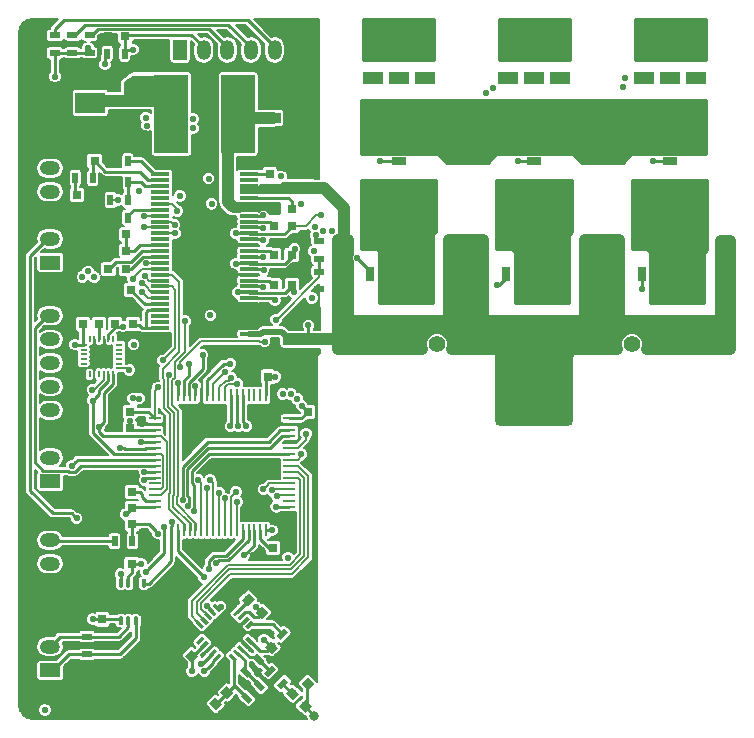
<source format=gbr>
G04 #@! TF.GenerationSoftware,KiCad,Pcbnew,(2017-08-25 revision dd37d0595)-makepkg*
G04 #@! TF.CreationDate,2018-04-16T21:33:21-04:00*
G04 #@! TF.ProjectId,VESC_6.4,564553435F362E342E6B696361645F70,rev?*
G04 #@! TF.SameCoordinates,Original*
G04 #@! TF.FileFunction,Copper,L1,Top,Signal*
G04 #@! TF.FilePolarity,Positive*
%FSLAX46Y46*%
G04 Gerber Fmt 4.6, Leading zero omitted, Abs format (unit mm)*
G04 Created by KiCad (PCBNEW (2017-08-25 revision dd37d0595)-makepkg) date 04/16/18 21:33:21*
%MOMM*%
%LPD*%
G01*
G04 APERTURE LIST*
%ADD10C,0.546100*%
%ADD11O,1.200000X1.900000*%
%ADD12C,1.450000*%
%ADD13C,1.400000*%
%ADD14R,1.550000X0.300000*%
%ADD15R,3.610000X6.350000*%
%ADD16R,2.500000X1.800000*%
%ADD17R,1.200000X0.900000*%
%ADD18R,6.500000X6.500000*%
%ADD19O,1.700000X1.200000*%
%ADD20R,1.700000X1.200000*%
%ADD21R,0.800000X0.750000*%
%ADD22R,0.750000X0.800000*%
%ADD23R,2.500000X1.000000*%
%ADD24C,0.750000*%
%ADD25C,0.100000*%
%ADD26O,1.200000X1.700000*%
%ADD27R,1.200000X1.700000*%
%ADD28R,2.850000X6.600000*%
%ADD29C,0.500000*%
%ADD30R,1.100000X1.700000*%
%ADD31R,1.100000X0.850000*%
%ADD32R,0.700000X1.300000*%
%ADD33R,1.700000X1.100000*%
%ADD34R,0.850000X1.100000*%
%ADD35R,1.300000X0.700000*%
%ADD36R,0.900000X0.500000*%
%ADD37R,0.500000X0.900000*%
%ADD38R,1.000000X0.250000*%
%ADD39R,0.250000X1.000000*%
%ADD40O,0.400000X0.650000*%
%ADD41R,0.400000X0.300000*%
%ADD42R,1.000000X0.650000*%
%ADD43R,2.400000X1.650000*%
%ADD44C,1.250000*%
%ADD45C,0.300000*%
%ADD46R,0.875000X0.800000*%
%ADD47R,0.200000X0.550000*%
%ADD48R,0.550000X0.200000*%
%ADD49C,0.800000*%
%ADD50C,0.250000*%
%ADD51C,0.200000*%
%ADD52C,0.150000*%
%ADD53C,0.500000*%
%ADD54C,1.000000*%
%ADD55C,0.225000*%
%ADD56C,0.254000*%
G04 APERTURE END LIST*
D10*
X146084680Y-90723800D03*
X133507480Y-67335400D03*
X123631960Y-123667520D03*
X135234680Y-118795800D03*
X137698480Y-121081800D03*
X134066280Y-117119400D03*
X131119880Y-118033800D03*
X134142480Y-109626400D03*
X136453880Y-111125000D03*
X128960880Y-112826800D03*
X137342880Y-98247200D03*
X144429480Y-98450400D03*
X146436080Y-83642200D03*
X146410680Y-86334600D03*
X129443480Y-68605400D03*
X144734280Y-93522800D03*
X147579080Y-93929200D03*
X138562080Y-75311000D03*
X144480280Y-74574400D03*
X146664680Y-74523600D03*
X129189480Y-110210600D03*
X139171680Y-123875800D03*
X143286480Y-123926600D03*
X147909680Y-118798800D03*
X146309080Y-113741200D03*
X148137880Y-106781600D03*
X137241280Y-81051400D03*
X138257280Y-80314800D03*
X139908280Y-89103200D03*
X130637280Y-85267800D03*
X129951480Y-81762600D03*
X129265680Y-103733600D03*
X138358880Y-109575600D03*
X137703560Y-100965000D03*
X147899120Y-116423440D03*
X123344940Y-69979540D03*
X123743720Y-65628520D03*
X180298200Y-68001800D03*
X179598200Y-68001800D03*
X178898200Y-68001800D03*
X178198200Y-68001800D03*
X177498200Y-68001800D03*
X176798200Y-68001800D03*
X176098200Y-68001800D03*
X180298200Y-67301800D03*
X179598200Y-67301800D03*
X178898200Y-67301800D03*
X178198200Y-67301800D03*
X177498200Y-67301800D03*
X176798200Y-67301800D03*
X176098200Y-67301800D03*
X180298200Y-66601800D03*
X179598200Y-66601800D03*
X178898200Y-66601800D03*
X178198200Y-66601800D03*
X177498200Y-66601800D03*
X176798200Y-66601800D03*
X176098200Y-66601800D03*
X180298200Y-65901800D03*
X179598200Y-65901800D03*
X178898200Y-65901800D03*
X178198200Y-65901800D03*
X177498200Y-65901800D03*
X176798200Y-65901800D03*
X176098200Y-65901800D03*
X180298200Y-65201800D03*
X179598200Y-65201800D03*
X178898200Y-65201800D03*
X178198200Y-65201800D03*
X177498200Y-65201800D03*
X176798200Y-65201800D03*
X157336600Y-68022120D03*
X156636600Y-68022120D03*
X155936600Y-68022120D03*
X155236600Y-68022120D03*
X154536600Y-68022120D03*
X153836600Y-68022120D03*
X153136600Y-68022120D03*
X157336600Y-67322120D03*
X156636600Y-67322120D03*
X155936600Y-67322120D03*
X155236600Y-67322120D03*
X154536600Y-67322120D03*
X153836600Y-67322120D03*
X153136600Y-67322120D03*
X157336600Y-66622120D03*
X156636600Y-66622120D03*
X155936600Y-66622120D03*
X155236600Y-66622120D03*
X154536600Y-66622120D03*
X153836600Y-66622120D03*
X153136600Y-66622120D03*
X157336600Y-65922120D03*
X156636600Y-65922120D03*
X155936600Y-65922120D03*
X155236600Y-65922120D03*
X154536600Y-65922120D03*
X153836600Y-65922120D03*
X153136600Y-65922120D03*
X157336600Y-65222120D03*
X156636600Y-65222120D03*
X155936600Y-65222120D03*
X155236600Y-65222120D03*
X154536600Y-65222120D03*
X153836600Y-65222120D03*
X176098200Y-65201800D03*
X153136600Y-65222120D03*
X168804700Y-68039900D03*
X168104700Y-68039900D03*
X167404700Y-68039900D03*
X166704700Y-68039900D03*
X166004700Y-68039900D03*
X165304700Y-68039900D03*
X164604700Y-68039900D03*
X168804700Y-67339900D03*
X168104700Y-67339900D03*
X167404700Y-67339900D03*
X166704700Y-67339900D03*
X166004700Y-67339900D03*
X165304700Y-67339900D03*
X164604700Y-67339900D03*
X168804700Y-66639900D03*
X168104700Y-66639900D03*
X167404700Y-66639900D03*
X166704700Y-66639900D03*
X166004700Y-66639900D03*
X165304700Y-66639900D03*
X164604700Y-66639900D03*
X168804700Y-65939900D03*
X168104700Y-65939900D03*
X167404700Y-65939900D03*
X166704700Y-65939900D03*
X166004700Y-65939900D03*
X165304700Y-65939900D03*
X164604700Y-65939900D03*
X168804700Y-65239900D03*
X168104700Y-65239900D03*
X167404700Y-65239900D03*
X166704700Y-65239900D03*
X166004700Y-65239900D03*
X165304700Y-65239900D03*
X164604700Y-65239900D03*
X162005700Y-76767800D03*
X161305700Y-76067800D03*
X162005700Y-74667800D03*
X161305700Y-76767800D03*
X162005700Y-72567800D03*
X160605700Y-76067800D03*
X160605700Y-76767800D03*
X160605700Y-75367800D03*
X160605700Y-73967800D03*
X159905700Y-74667800D03*
X162005700Y-73967800D03*
X159905700Y-76067800D03*
X161305700Y-75367800D03*
X161305700Y-74667800D03*
X159905700Y-76767800D03*
X160605700Y-72567800D03*
X161305700Y-73267800D03*
X159905700Y-75367800D03*
X162005700Y-76067800D03*
X161305700Y-73967800D03*
X162005700Y-73267800D03*
X159905700Y-72567800D03*
X162005700Y-75367800D03*
X160605700Y-74667800D03*
X159905700Y-73967800D03*
X160605700Y-73267800D03*
X161305700Y-72567800D03*
X159905700Y-73267800D03*
X173511900Y-76793200D03*
X172811900Y-76793200D03*
X172111900Y-76793200D03*
X171411900Y-76793200D03*
X173511900Y-76093200D03*
X172811900Y-76093200D03*
X172111900Y-76093200D03*
X171411900Y-76093200D03*
X173511900Y-75393200D03*
X172811900Y-75393200D03*
X172111900Y-75393200D03*
X171411900Y-75393200D03*
X173511900Y-74693200D03*
X172811900Y-74693200D03*
X172111900Y-74693200D03*
X171411900Y-74693200D03*
X173511900Y-73993200D03*
X172811900Y-73993200D03*
X172111900Y-73993200D03*
X171411900Y-73993200D03*
X173511900Y-73293200D03*
X172811900Y-73293200D03*
X172111900Y-73293200D03*
X171411900Y-73293200D03*
X173511900Y-72593200D03*
X172811900Y-72593200D03*
X172111900Y-72593200D03*
X171411900Y-72593200D03*
X157349300Y-84154700D03*
X156649300Y-84154700D03*
X155949300Y-84154700D03*
X155249300Y-84154700D03*
X154549300Y-84154700D03*
X153849300Y-84154700D03*
X153149300Y-84154700D03*
X157349300Y-83454700D03*
X156649300Y-83454700D03*
X155949300Y-83454700D03*
X155249300Y-83454700D03*
X154549300Y-83454700D03*
X153849300Y-83454700D03*
X153149300Y-83454700D03*
X157349300Y-82754700D03*
X156649300Y-82754700D03*
X155949300Y-82754700D03*
X155249300Y-82754700D03*
X154549300Y-82754700D03*
X153849300Y-82754700D03*
X153149300Y-82754700D03*
X157349300Y-82054700D03*
X156649300Y-82054700D03*
X155949300Y-82054700D03*
X155249300Y-82054700D03*
X154549300Y-82054700D03*
X153849300Y-82054700D03*
X168868200Y-84167400D03*
X168168200Y-84167400D03*
X167468200Y-84167400D03*
X166768200Y-84167400D03*
X166068200Y-84167400D03*
X165368200Y-84167400D03*
X164668200Y-84167400D03*
X168868200Y-83467400D03*
X168168200Y-83467400D03*
X167468200Y-83467400D03*
X166768200Y-83467400D03*
X166068200Y-83467400D03*
X165368200Y-83467400D03*
X164668200Y-83467400D03*
X168868200Y-82767400D03*
X168168200Y-82767400D03*
X167468200Y-82767400D03*
X166768200Y-82767400D03*
X166068200Y-82767400D03*
X165368200Y-82767400D03*
X164668200Y-82767400D03*
X168868200Y-82067400D03*
X168168200Y-82067400D03*
X167468200Y-82067400D03*
X166768200Y-82067400D03*
X166068200Y-82067400D03*
X165368200Y-82067400D03*
X153149300Y-82054700D03*
X164668200Y-82067400D03*
X180310900Y-84154700D03*
X179610900Y-84154700D03*
X178910900Y-84154700D03*
X178210900Y-84154700D03*
X177510900Y-84154700D03*
X176810900Y-84154700D03*
X176110900Y-84154700D03*
X180310900Y-83454700D03*
X179610900Y-83454700D03*
X178910900Y-83454700D03*
X178210900Y-83454700D03*
X177510900Y-83454700D03*
X176810900Y-83454700D03*
X176110900Y-83454700D03*
X180310900Y-82754700D03*
X179610900Y-82754700D03*
X178910900Y-82754700D03*
X178210900Y-82754700D03*
X177510900Y-82754700D03*
X176810900Y-82754700D03*
X176110900Y-82754700D03*
X180310900Y-82054700D03*
X179610900Y-82054700D03*
X178910900Y-82054700D03*
X178210900Y-82054700D03*
X177510900Y-82054700D03*
X176810900Y-82054700D03*
X176110900Y-82054700D03*
D11*
X129372480Y-123182900D03*
X136372480Y-123182900D03*
D12*
X130372480Y-120482900D03*
X135372480Y-120482900D03*
D13*
X174957400Y-92504900D03*
X179957400Y-92504900D03*
X158457400Y-92504900D03*
X153457400Y-92504900D03*
D14*
X142548300Y-78124100D03*
X135048300Y-78124100D03*
X142548300Y-78624100D03*
X135048300Y-78624100D03*
X142548300Y-79124100D03*
X135048300Y-79124100D03*
X142548300Y-79624100D03*
X135048300Y-79624100D03*
X142548300Y-80124100D03*
X135048300Y-80124100D03*
X142548300Y-80624100D03*
X135048300Y-80624100D03*
X142548300Y-81124100D03*
X135048300Y-81124100D03*
X142548300Y-81624100D03*
X135048300Y-81624100D03*
X142548300Y-82124100D03*
X135048300Y-82124100D03*
X142548300Y-82624100D03*
X135048300Y-82624100D03*
X142548300Y-83124100D03*
X135048300Y-83124100D03*
X142548300Y-83624100D03*
X135048300Y-83624100D03*
X142548300Y-84124100D03*
X135048300Y-84124100D03*
X142548300Y-84624100D03*
X135048300Y-84624100D03*
X142548300Y-85124100D03*
X135048300Y-85124100D03*
X142548300Y-85624100D03*
X135048300Y-85624100D03*
X142548300Y-86124100D03*
X135048300Y-86124100D03*
X142548300Y-86624100D03*
X135048300Y-86624100D03*
X142548300Y-87124100D03*
X135048300Y-87124100D03*
X142548300Y-87624100D03*
X135048300Y-87624100D03*
X142548300Y-88124100D03*
X135048300Y-88124100D03*
X142548300Y-88624100D03*
X135048300Y-88624100D03*
X142548300Y-89124100D03*
X135048300Y-89124100D03*
X142548300Y-89624100D03*
X135048300Y-89624100D03*
X142548300Y-90124100D03*
X135048300Y-90124100D03*
X142548300Y-90624100D03*
X135048300Y-90624100D03*
X142548300Y-91124100D03*
X135048300Y-91124100D03*
X142548300Y-91624100D03*
X135048300Y-91624100D03*
D15*
X138798300Y-84874100D03*
D16*
X129114300Y-72072500D03*
X125114300Y-72072500D03*
D17*
X144637760Y-73364360D03*
X144637760Y-70064360D03*
D18*
X166707400Y-96104900D03*
D19*
X125707400Y-118116600D03*
D20*
X125707400Y-120116600D03*
D21*
X132664900Y-107759500D03*
X131164900Y-107759500D03*
X130568000Y-66459100D03*
X132068000Y-66459100D03*
X146063400Y-109766100D03*
X144563400Y-109766100D03*
X132644580Y-105011220D03*
X131144580Y-105011220D03*
D22*
X144145000Y-95263400D03*
X144145000Y-93763400D03*
D21*
X131157280Y-106382820D03*
X132657280Y-106382820D03*
X132461700Y-99606100D03*
X130961700Y-99606100D03*
D22*
X147523200Y-96747900D03*
X147523200Y-98247900D03*
D21*
X132169600Y-83223100D03*
X130669600Y-83223100D03*
X129476380Y-79886912D03*
X127976380Y-79886912D03*
X130669600Y-84582000D03*
X132169600Y-84582000D03*
X129463680Y-77016712D03*
X127963680Y-77016712D03*
X131088700Y-87922100D03*
X132588700Y-87922100D03*
X130644200Y-86169500D03*
X132144200Y-86169500D03*
D22*
X132727700Y-90793000D03*
X132727700Y-89293000D03*
D23*
X146672300Y-92086300D03*
X146672300Y-95086300D03*
D22*
X144284700Y-78131100D03*
X144284700Y-76631100D03*
D21*
X144665000Y-82486500D03*
X146165000Y-82486500D03*
X146165000Y-84975700D03*
X144665000Y-84975700D03*
X144677700Y-87477600D03*
X146177700Y-87477600D03*
X146165000Y-81026000D03*
X144665000Y-81026000D03*
D23*
X146621500Y-76287500D03*
X146621500Y-79287500D03*
D22*
X133477000Y-70498400D03*
X133477000Y-68998400D03*
D23*
X132600700Y-71906000D03*
X132600700Y-74906000D03*
D21*
X130961700Y-98221800D03*
X132461700Y-98221800D03*
X131106480Y-111099600D03*
X132606480Y-111099600D03*
D22*
X130124200Y-115799300D03*
X130124200Y-114299300D03*
D24*
X143627370Y-115262130D03*
D25*
G36*
X143609692Y-115810138D02*
X143079362Y-115279808D01*
X143645048Y-114714122D01*
X144175378Y-115244452D01*
X143609692Y-115810138D01*
X143609692Y-115810138D01*
G37*
D24*
X144688030Y-114201470D03*
D25*
G36*
X144670352Y-114749478D02*
X144140022Y-114219148D01*
X144705708Y-113653462D01*
X145236038Y-114183792D01*
X144670352Y-114749478D01*
X144670352Y-114749478D01*
G37*
D24*
X136634750Y-117859070D03*
D25*
G36*
X137182758Y-117876748D02*
X136652428Y-118407078D01*
X136086742Y-117841392D01*
X136617072Y-117311062D01*
X137182758Y-117876748D01*
X137182758Y-117876748D01*
G37*
D24*
X137695410Y-118919730D03*
D25*
G36*
X138243418Y-118937408D02*
X137713088Y-119467738D01*
X137147402Y-118902052D01*
X137677732Y-118371722D01*
X138243418Y-118937408D01*
X138243418Y-118937408D01*
G37*
D24*
X142484370Y-114131830D03*
D25*
G36*
X142502048Y-113583822D02*
X143032378Y-114114152D01*
X142466692Y-114679838D01*
X141936362Y-114149508D01*
X142502048Y-113583822D01*
X142502048Y-113583822D01*
G37*
D24*
X143545030Y-113071170D03*
D25*
G36*
X143562708Y-112523162D02*
X144093038Y-113053492D01*
X143527352Y-113619178D01*
X142997022Y-113088848D01*
X143562708Y-112523162D01*
X143562708Y-112523162D01*
G37*
D24*
X144452870Y-118176570D03*
D25*
G36*
X143904862Y-118158892D02*
X144435192Y-117628562D01*
X145000878Y-118194248D01*
X144470548Y-118724578D01*
X143904862Y-118158892D01*
X143904862Y-118158892D01*
G37*
D24*
X145513530Y-119237230D03*
D25*
G36*
X144965522Y-119219552D02*
X145495852Y-118689222D01*
X146061538Y-119254908D01*
X145531208Y-119785238D01*
X144965522Y-119219552D01*
X144965522Y-119219552D01*
G37*
D24*
X140674830Y-122005830D03*
D25*
G36*
X141222838Y-122023508D02*
X140692508Y-122553838D01*
X140126822Y-121988152D01*
X140657152Y-121457822D01*
X141222838Y-122023508D01*
X141222838Y-122023508D01*
G37*
D24*
X139614170Y-120945170D03*
D25*
G36*
X140162178Y-120962848D02*
X139631848Y-121493178D01*
X139066162Y-120927492D01*
X139596492Y-120397162D01*
X140162178Y-120962848D01*
X140162178Y-120962848D01*
G37*
D24*
X138661670Y-121910370D03*
D25*
G36*
X139209678Y-121928048D02*
X138679348Y-122458378D01*
X138113662Y-121892692D01*
X138643992Y-121362362D01*
X139209678Y-121928048D01*
X139209678Y-121928048D01*
G37*
D24*
X139722330Y-122971030D03*
D25*
G36*
X140270338Y-122988708D02*
X139740008Y-123519038D01*
X139174322Y-122953352D01*
X139704652Y-122423022D01*
X140270338Y-122988708D01*
X140270338Y-122988708D01*
G37*
D24*
X146227800Y-122097800D03*
D25*
G36*
X146775808Y-122115478D02*
X146245478Y-122645808D01*
X145679792Y-122080122D01*
X146210122Y-121549792D01*
X146775808Y-122115478D01*
X146775808Y-122115478D01*
G37*
D24*
X147288460Y-123158460D03*
D25*
G36*
X147836468Y-123176138D02*
X147306138Y-123706468D01*
X146740452Y-123140782D01*
X147270782Y-122610452D01*
X147836468Y-123176138D01*
X147836468Y-123176138D01*
G37*
D24*
X147545530Y-121269230D03*
D25*
G36*
X148093538Y-121286908D02*
X147563208Y-121817238D01*
X146997522Y-121251552D01*
X147527852Y-120721222D01*
X148093538Y-121286908D01*
X148093538Y-121286908D01*
G37*
D24*
X146484870Y-120208570D03*
D25*
G36*
X147032878Y-120226248D02*
X146502548Y-120756578D01*
X145936862Y-120190892D01*
X146467192Y-119660562D01*
X147032878Y-120226248D01*
X147032878Y-120226248D01*
G37*
D22*
X129827020Y-89303160D03*
X129827020Y-90803160D03*
X131216400Y-90805700D03*
X131216400Y-89305700D03*
X128485900Y-89305700D03*
X128485900Y-90805700D03*
D26*
X146707400Y-67604900D03*
X144707400Y-67604900D03*
X142707400Y-67604900D03*
X140707400Y-67604900D03*
X138707400Y-67604900D03*
D27*
X136707400Y-67604900D03*
D19*
X125707400Y-90104900D03*
X125707400Y-92104900D03*
X125707400Y-94104900D03*
X125707400Y-96104900D03*
X125707400Y-98104900D03*
X125707400Y-100104900D03*
X125707400Y-102104900D03*
D20*
X125707400Y-104104900D03*
D19*
X125707400Y-109104900D03*
X125707400Y-111104900D03*
D20*
X125707400Y-113104900D03*
D19*
X125707400Y-77604900D03*
X125707400Y-79604900D03*
X125707400Y-81604900D03*
X125707400Y-83604900D03*
D20*
X125707400Y-85604900D03*
D28*
X141623300Y-73025000D03*
X135973300Y-73025000D03*
D29*
X143329130Y-119192570D03*
D25*
G36*
X143187709Y-118697595D02*
X143824105Y-119333991D01*
X143470551Y-119687545D01*
X142834155Y-119051149D01*
X143187709Y-118697595D01*
X143187709Y-118697595D01*
G37*
D29*
X142268470Y-120253230D03*
D25*
G36*
X142127049Y-119758255D02*
X142763445Y-120394651D01*
X142409891Y-120748205D01*
X141773495Y-120111809D01*
X142127049Y-119758255D01*
X142127049Y-119758255D01*
G37*
D29*
X144310100Y-120180100D03*
D25*
G36*
X144805075Y-120038679D02*
X144168679Y-120675075D01*
X143815125Y-120321521D01*
X144451521Y-119685125D01*
X144805075Y-120038679D01*
X144805075Y-120038679D01*
G37*
D29*
X145370760Y-121240760D03*
D25*
G36*
X145865735Y-121099339D02*
X145229339Y-121735735D01*
X144875785Y-121382181D01*
X145512181Y-120745785D01*
X145865735Y-121099339D01*
X145865735Y-121099339D01*
G37*
D29*
X142357370Y-122463030D03*
D25*
G36*
X142215949Y-121968055D02*
X142852345Y-122604451D01*
X142498791Y-122958005D01*
X141862395Y-122321609D01*
X142215949Y-121968055D01*
X142215949Y-121968055D01*
G37*
D29*
X143418030Y-121402370D03*
D25*
G36*
X143276609Y-120907395D02*
X143913005Y-121543791D01*
X143559451Y-121897345D01*
X142923055Y-121260949D01*
X143276609Y-120907395D01*
X143276609Y-120907395D01*
G37*
D30*
X159857400Y-84404900D03*
X159857400Y-88804900D03*
X159857400Y-86604900D03*
X150557400Y-88804900D03*
X150557400Y-84404900D03*
X150557400Y-86604900D03*
D31*
X157007400Y-88329900D03*
X154207400Y-88329900D03*
X157007400Y-84879900D03*
X154207400Y-84879900D03*
X157007400Y-86029900D03*
X157007400Y-87179900D03*
X154207400Y-87179900D03*
X154207400Y-86029900D03*
D32*
X152807400Y-86604900D03*
D33*
X153007400Y-69954900D03*
X157407400Y-69954900D03*
X155207400Y-69954900D03*
X157407400Y-79254900D03*
X153007400Y-79254900D03*
X155207400Y-79254900D03*
D34*
X156932400Y-72804900D03*
X156932400Y-75604900D03*
X153482400Y-72804900D03*
X153482400Y-75604900D03*
X154632400Y-72804900D03*
X155782400Y-72804900D03*
X155782400Y-75604900D03*
X154632400Y-75604900D03*
D35*
X155207400Y-77004900D03*
D32*
X164307400Y-86604900D03*
D31*
X165707400Y-86029900D03*
X165707400Y-87179900D03*
X168507400Y-87179900D03*
X168507400Y-86029900D03*
X165707400Y-84879900D03*
X168507400Y-84879900D03*
X165707400Y-88329900D03*
X168507400Y-88329900D03*
D30*
X162057400Y-86604900D03*
X162057400Y-84404900D03*
X162057400Y-88804900D03*
X171357400Y-86604900D03*
X171357400Y-88804900D03*
X171357400Y-84404900D03*
D35*
X166707400Y-77004900D03*
D34*
X166132400Y-75604900D03*
X167282400Y-75604900D03*
X167282400Y-72804900D03*
X166132400Y-72804900D03*
X164982400Y-75604900D03*
X164982400Y-72804900D03*
X168432400Y-75604900D03*
X168432400Y-72804900D03*
D33*
X166707400Y-79254900D03*
X164507400Y-79254900D03*
X168907400Y-79254900D03*
X166707400Y-69954900D03*
X168907400Y-69954900D03*
X164507400Y-69954900D03*
D32*
X175807400Y-86604900D03*
D31*
X177207400Y-86029900D03*
X177207400Y-87179900D03*
X180007400Y-87179900D03*
X180007400Y-86029900D03*
X177207400Y-84879900D03*
X180007400Y-84879900D03*
X177207400Y-88329900D03*
X180007400Y-88329900D03*
D30*
X173557400Y-86604900D03*
X173557400Y-84404900D03*
X173557400Y-88804900D03*
X182857400Y-86604900D03*
X182857400Y-88804900D03*
X182857400Y-84404900D03*
D33*
X176007400Y-69954900D03*
X180407400Y-69954900D03*
X178207400Y-69954900D03*
X180407400Y-79254900D03*
X176007400Y-79254900D03*
X178207400Y-79254900D03*
D34*
X179932400Y-72804900D03*
X179932400Y-75604900D03*
X176482400Y-72804900D03*
X176482400Y-75604900D03*
X177632400Y-72804900D03*
X178782400Y-72804900D03*
X178782400Y-75604900D03*
X177632400Y-75604900D03*
D35*
X178207400Y-77004900D03*
D36*
X129044700Y-66344100D03*
X129044700Y-67844100D03*
X127584200Y-67844100D03*
X127584200Y-66344100D03*
X126111000Y-66356800D03*
X126111000Y-67856800D03*
D37*
X132677600Y-109194600D03*
X131177600Y-109194600D03*
X132029900Y-67906900D03*
X130529900Y-67906900D03*
X132309300Y-78790800D03*
X130809300Y-78790800D03*
X130809300Y-80302100D03*
X132309300Y-80302100D03*
X127824680Y-78451812D03*
X129324680Y-78451812D03*
X132283900Y-77025500D03*
X130783900Y-77025500D03*
X132296600Y-81813400D03*
X130796600Y-81813400D03*
D36*
X148501100Y-87872000D03*
X148501100Y-86372000D03*
X128808480Y-117283800D03*
X128808480Y-118783800D03*
D29*
X146415230Y-118119630D03*
D25*
G36*
X146910205Y-117978209D02*
X146273809Y-118614605D01*
X145920255Y-118261051D01*
X146556651Y-117624655D01*
X146910205Y-117978209D01*
X146910205Y-117978209D01*
G37*
D29*
X145354570Y-117058970D03*
D25*
G36*
X145849545Y-116917549D02*
X145213149Y-117553945D01*
X144859595Y-117200391D01*
X145495991Y-116563995D01*
X145849545Y-116917549D01*
X145849545Y-116917549D01*
G37*
D36*
X148501100Y-83806600D03*
X148501100Y-85306600D03*
D38*
X145958800Y-98802500D03*
X145958800Y-99302500D03*
X145958800Y-99802500D03*
X145958800Y-100302500D03*
X145958800Y-100802500D03*
X145958800Y-101302500D03*
X145958800Y-101802500D03*
X145958800Y-102302500D03*
X145958800Y-102802500D03*
X145958800Y-103302500D03*
X145958800Y-103802500D03*
X145958800Y-104302500D03*
X145958800Y-104802500D03*
X145958800Y-105302500D03*
X145958800Y-105802500D03*
X145958800Y-106302500D03*
D39*
X144008800Y-108252500D03*
X143508800Y-108252500D03*
X143008800Y-108252500D03*
X142508800Y-108252500D03*
X142008800Y-108252500D03*
X141508800Y-108252500D03*
X141008800Y-108252500D03*
X140508800Y-108252500D03*
X140008800Y-108252500D03*
X139508800Y-108252500D03*
X139008800Y-108252500D03*
X138508800Y-108252500D03*
X138008800Y-108252500D03*
X137508800Y-108252500D03*
X137008800Y-108252500D03*
X136508800Y-108252500D03*
D38*
X134558800Y-106302500D03*
X134558800Y-105802500D03*
X134558800Y-105302500D03*
X134558800Y-104802500D03*
X134558800Y-104302500D03*
X134558800Y-103802500D03*
X134558800Y-103302500D03*
X134558800Y-102802500D03*
X134558800Y-102302500D03*
X134558800Y-101802500D03*
X134558800Y-101302500D03*
X134558800Y-100802500D03*
X134558800Y-100302500D03*
X134558800Y-99802500D03*
X134558800Y-99302500D03*
X134558800Y-98802500D03*
D39*
X136508800Y-96852500D03*
X137008800Y-96852500D03*
X137508800Y-96852500D03*
X138008800Y-96852500D03*
X138508800Y-96852500D03*
X139008800Y-96852500D03*
X139508800Y-96852500D03*
X140008800Y-96852500D03*
X140508800Y-96852500D03*
X141008800Y-96852500D03*
X141508800Y-96852500D03*
X142008800Y-96852500D03*
X142508800Y-96852500D03*
X143008800Y-96852500D03*
X143508800Y-96852500D03*
X144008800Y-96852500D03*
D40*
X133636500Y-112793600D03*
X132986500Y-112793600D03*
D41*
X132336500Y-112593600D03*
D40*
X131686500Y-112793600D03*
X131686500Y-115893600D03*
X132336500Y-115893600D03*
D41*
X132986500Y-116093600D03*
X133636500Y-116093600D03*
D42*
X133286500Y-113893600D03*
X133286500Y-114793600D03*
X132036500Y-113893600D03*
X132036500Y-114793600D03*
D43*
X132661500Y-114343600D03*
D41*
X133636500Y-112593600D03*
X132986500Y-112593600D03*
D40*
X132336500Y-112793600D03*
D41*
X131686500Y-112593600D03*
X131686500Y-116093600D03*
X132336500Y-116093600D03*
D40*
X132986500Y-115893600D03*
X133636500Y-115893600D03*
D44*
X140505589Y-116041899D03*
D25*
G36*
X139621706Y-116041899D02*
X140505589Y-115158016D01*
X141389472Y-116041899D01*
X140505589Y-116925782D01*
X139621706Y-116041899D01*
X139621706Y-116041899D01*
G37*
D44*
X139621706Y-116925782D03*
D25*
G36*
X138737823Y-116925782D02*
X139621706Y-116041899D01*
X140505589Y-116925782D01*
X139621706Y-117809665D01*
X138737823Y-116925782D01*
X138737823Y-116925782D01*
G37*
D44*
X141389472Y-116925782D03*
D25*
G36*
X140505589Y-116925782D02*
X141389472Y-116041899D01*
X142273355Y-116925782D01*
X141389472Y-117809665D01*
X140505589Y-116925782D01*
X140505589Y-116925782D01*
G37*
D44*
X140505589Y-117809665D03*
D25*
G36*
X139621706Y-117809665D02*
X140505589Y-116925782D01*
X141389472Y-117809665D01*
X140505589Y-118693548D01*
X139621706Y-117809665D01*
X139621706Y-117809665D01*
G37*
D45*
X141187947Y-114829210D03*
D25*
G36*
X141035919Y-115193370D02*
X140823787Y-114981238D01*
X141339975Y-114465050D01*
X141552107Y-114677182D01*
X141035919Y-115193370D01*
X141035919Y-115193370D01*
G37*
D45*
X141541500Y-115182764D03*
D25*
G36*
X141389472Y-115546924D02*
X141177340Y-115334792D01*
X141693528Y-114818604D01*
X141905660Y-115030736D01*
X141389472Y-115546924D01*
X141389472Y-115546924D01*
G37*
D45*
X141895054Y-115536317D03*
D25*
G36*
X141743026Y-115900477D02*
X141530894Y-115688345D01*
X142047082Y-115172157D01*
X142259214Y-115384289D01*
X141743026Y-115900477D01*
X141743026Y-115900477D01*
G37*
D45*
X142248607Y-115889871D03*
D25*
G36*
X142096579Y-116254031D02*
X141884447Y-116041899D01*
X142400635Y-115525711D01*
X142612767Y-115737843D01*
X142096579Y-116254031D01*
X142096579Y-116254031D01*
G37*
D45*
X142602161Y-116243424D03*
D25*
G36*
X142450133Y-116607584D02*
X142238001Y-116395452D01*
X142754189Y-115879264D01*
X142966321Y-116091396D01*
X142450133Y-116607584D01*
X142450133Y-116607584D01*
G37*
D45*
X142602161Y-117608140D03*
D25*
G36*
X142238001Y-117456112D02*
X142450133Y-117243980D01*
X142966321Y-117760168D01*
X142754189Y-117972300D01*
X142238001Y-117456112D01*
X142238001Y-117456112D01*
G37*
D45*
X142248607Y-117961693D03*
D25*
G36*
X141884447Y-117809665D02*
X142096579Y-117597533D01*
X142612767Y-118113721D01*
X142400635Y-118325853D01*
X141884447Y-117809665D01*
X141884447Y-117809665D01*
G37*
D45*
X141895054Y-118315247D03*
D25*
G36*
X141530894Y-118163219D02*
X141743026Y-117951087D01*
X142259214Y-118467275D01*
X142047082Y-118679407D01*
X141530894Y-118163219D01*
X141530894Y-118163219D01*
G37*
D45*
X141541500Y-118668800D03*
D25*
G36*
X141177340Y-118516772D02*
X141389472Y-118304640D01*
X141905660Y-118820828D01*
X141693528Y-119032960D01*
X141177340Y-118516772D01*
X141177340Y-118516772D01*
G37*
D45*
X141187947Y-119022354D03*
D25*
G36*
X140823787Y-118870326D02*
X141035919Y-118658194D01*
X141552107Y-119174382D01*
X141339975Y-119386514D01*
X140823787Y-118870326D01*
X140823787Y-118870326D01*
G37*
D45*
X139823231Y-119022354D03*
D25*
G36*
X139671203Y-119386514D02*
X139459071Y-119174382D01*
X139975259Y-118658194D01*
X140187391Y-118870326D01*
X139671203Y-119386514D01*
X139671203Y-119386514D01*
G37*
D45*
X139469678Y-118668800D03*
D25*
G36*
X139317650Y-119032960D02*
X139105518Y-118820828D01*
X139621706Y-118304640D01*
X139833838Y-118516772D01*
X139317650Y-119032960D01*
X139317650Y-119032960D01*
G37*
D45*
X139116124Y-118315247D03*
D25*
G36*
X138964096Y-118679407D02*
X138751964Y-118467275D01*
X139268152Y-117951087D01*
X139480284Y-118163219D01*
X138964096Y-118679407D01*
X138964096Y-118679407D01*
G37*
D45*
X138762571Y-117961693D03*
D25*
G36*
X138610543Y-118325853D02*
X138398411Y-118113721D01*
X138914599Y-117597533D01*
X139126731Y-117809665D01*
X138610543Y-118325853D01*
X138610543Y-118325853D01*
G37*
D45*
X138409017Y-117608140D03*
D25*
G36*
X138256989Y-117972300D02*
X138044857Y-117760168D01*
X138561045Y-117243980D01*
X138773177Y-117456112D01*
X138256989Y-117972300D01*
X138256989Y-117972300D01*
G37*
D45*
X138409017Y-116243424D03*
D25*
G36*
X138044857Y-116091396D02*
X138256989Y-115879264D01*
X138773177Y-116395452D01*
X138561045Y-116607584D01*
X138044857Y-116091396D01*
X138044857Y-116091396D01*
G37*
D45*
X138762571Y-115889871D03*
D25*
G36*
X138398411Y-115737843D02*
X138610543Y-115525711D01*
X139126731Y-116041899D01*
X138914599Y-116254031D01*
X138398411Y-115737843D01*
X138398411Y-115737843D01*
G37*
D45*
X139116124Y-115536317D03*
D25*
G36*
X138751964Y-115384289D02*
X138964096Y-115172157D01*
X139480284Y-115688345D01*
X139268152Y-115900477D01*
X138751964Y-115384289D01*
X138751964Y-115384289D01*
G37*
D45*
X139469678Y-115182764D03*
D25*
G36*
X139105518Y-115030736D02*
X139317650Y-114818604D01*
X139833838Y-115334792D01*
X139621706Y-115546924D01*
X139105518Y-115030736D01*
X139105518Y-115030736D01*
G37*
D45*
X139823231Y-114829210D03*
D25*
G36*
X139459071Y-114677182D02*
X139671203Y-114465050D01*
X140187391Y-114981238D01*
X139975259Y-115193370D01*
X139459071Y-114677182D01*
X139459071Y-114677182D01*
G37*
D46*
X130483000Y-93960900D03*
X130483000Y-93160900D03*
X129613000Y-93960900D03*
X129613000Y-93160900D03*
D47*
X131048000Y-95060900D03*
X130648000Y-95060900D03*
X130248000Y-95060900D03*
X129848000Y-95060900D03*
X129448000Y-95060900D03*
X129048000Y-95060900D03*
D48*
X128548000Y-94560900D03*
X128548000Y-94160900D03*
X128548000Y-93760900D03*
X128548000Y-93360900D03*
X128548000Y-92960900D03*
X128548000Y-92560900D03*
D47*
X129048000Y-92060900D03*
X129448000Y-92060900D03*
X129848000Y-92060900D03*
X130248000Y-92060900D03*
X130648000Y-92060900D03*
X131048000Y-92060900D03*
D48*
X131548000Y-92560900D03*
X131548000Y-92960900D03*
X131548000Y-93360900D03*
X131548000Y-93760900D03*
X131548000Y-94160900D03*
X131548000Y-94560900D03*
D10*
X134859540Y-108546900D03*
X137900237Y-106663663D03*
X133454140Y-99271678D03*
X140715030Y-117583655D03*
X142886864Y-110374144D03*
X134919059Y-92791280D03*
X148036280Y-71958200D03*
X143017240Y-105879900D03*
X146044920Y-108780580D03*
X132435600Y-96296480D03*
X128285240Y-95295720D03*
X138798300Y-84874100D03*
X140096600Y-84874100D03*
X137500000Y-84874100D03*
X140096600Y-86374100D03*
X138798300Y-86374100D03*
X137500000Y-86374100D03*
X140096600Y-83374100D03*
X138798300Y-83374100D03*
X137500000Y-83374100D03*
X138798300Y-82074100D03*
X140096600Y-87674100D03*
X138798300Y-87674100D03*
X137500000Y-87674100D03*
X140096600Y-82074100D03*
X137500000Y-82074100D03*
X127952500Y-76238100D03*
X125120400Y-73431400D03*
X141389472Y-116925782D03*
X140505589Y-116041899D03*
X139621706Y-116925782D03*
X130898900Y-114312700D03*
X131145280Y-105709720D03*
X127563880Y-102782978D03*
X132727700Y-67564000D03*
X142326563Y-99457516D03*
X129284680Y-96348800D03*
X145846768Y-110598800D03*
X140133687Y-114725574D03*
X133259680Y-79573800D03*
X145234676Y-78298800D03*
X138003280Y-96032320D03*
X143717395Y-81614395D03*
X131869180Y-91025980D03*
X144782220Y-95275400D03*
X133258560Y-97114360D03*
X132735320Y-97109280D03*
X137698480Y-120192800D03*
X139120880Y-78486000D03*
X132407660Y-94701360D03*
X132440680Y-99004120D03*
X148221700Y-83299300D03*
X144475200Y-108270040D03*
X127817880Y-92552520D03*
X143824898Y-117531319D03*
X143116300Y-114757200D03*
X132110480Y-106908600D03*
X146989800Y-97713800D03*
X130352800Y-68808600D03*
X129324100Y-115798600D03*
X140975080Y-99458780D03*
X141653050Y-99438970D03*
X125277880Y-123494800D03*
X133380480Y-111099600D03*
X131452620Y-80307180D03*
X132781040Y-92547440D03*
X132897880Y-70637400D03*
X132334000Y-70642480D03*
X126111000Y-69862700D03*
X147576540Y-90921840D03*
X152511800Y-90271600D03*
X152511800Y-90766900D03*
X153111800Y-90766900D03*
X153711800Y-90766900D03*
X154311800Y-90766900D03*
X154911800Y-90766900D03*
X155511800Y-90766900D03*
X156111800Y-90766900D03*
X156711800Y-90766900D03*
X157311800Y-90766900D03*
X153111800Y-90271600D03*
X153711800Y-90271600D03*
X154311800Y-90271600D03*
X154911800Y-90271600D03*
X155511800Y-90271600D03*
X156111800Y-90271600D03*
X156711800Y-90271600D03*
X157311800Y-90271600D03*
X157911800Y-90271600D03*
X157911800Y-90766900D03*
X164030700Y-90271600D03*
X164630700Y-90271600D03*
X165230700Y-90271600D03*
X165830700Y-90271600D03*
X166430700Y-90271600D03*
X167030700Y-90271600D03*
X167630700Y-90271600D03*
X168230700Y-90271600D03*
X168830700Y-90271600D03*
X164030700Y-90766900D03*
X164630700Y-90766900D03*
X165230700Y-90766900D03*
X165830700Y-90766900D03*
X166430700Y-90766900D03*
X167030700Y-90766900D03*
X167630700Y-90766900D03*
X168230700Y-90766900D03*
X168830700Y-90766900D03*
X169430700Y-90271600D03*
X169430700Y-90766900D03*
X175522600Y-90271600D03*
X176122600Y-90271600D03*
X176722600Y-90271600D03*
X177322600Y-90271600D03*
X177922600Y-90271600D03*
X178522600Y-90271600D03*
X179122600Y-90271600D03*
X179722600Y-90271600D03*
X180322600Y-90271600D03*
X175522600Y-90766900D03*
X176122600Y-90766900D03*
X176722600Y-90766900D03*
X177322600Y-90766900D03*
X177922600Y-90766900D03*
X178522600Y-90766900D03*
X179122600Y-90766900D03*
X179722600Y-90766900D03*
X180322600Y-90766900D03*
X180922600Y-90766900D03*
X180922600Y-90271600D03*
X148635720Y-81575180D03*
X141414500Y-83121500D03*
X141459676Y-85698800D03*
X146400520Y-84460080D03*
X141579532Y-88124105D03*
X146375120Y-88132920D03*
X146984680Y-80623800D03*
X146627788Y-97137393D03*
X141557158Y-95840661D03*
X146080379Y-96745701D03*
X141058755Y-95378927D03*
X139374880Y-80619600D03*
X136684680Y-79973800D03*
X145407380Y-96733360D03*
X140528040Y-94869000D03*
X143873996Y-92295105D03*
X144842615Y-90432505D03*
X136740900Y-94404180D03*
X134858525Y-96164400D03*
X138769343Y-120204682D03*
X138509680Y-119548800D03*
D49*
X148082000Y-123964700D03*
D10*
X133692900Y-104000673D03*
X133692900Y-103327560D03*
X129440620Y-86842600D03*
X139243165Y-104029443D03*
X128928180Y-86354920D03*
X139013000Y-104671877D03*
X128428120Y-86827845D03*
X138243053Y-104026768D03*
X128930400Y-67437000D03*
X131609680Y-101273800D03*
X129301280Y-97282000D03*
X129832100Y-99529900D03*
X133409680Y-100827560D03*
X144851120Y-106273600D03*
X142151100Y-110367360D03*
X127939800Y-107251500D03*
X139710494Y-111078563D03*
X139134680Y-111548860D03*
X140970895Y-94173810D03*
X138611225Y-93422855D03*
X137458711Y-94219421D03*
X136526198Y-95755657D03*
X143725900Y-82664507D03*
X143753941Y-83714619D03*
X137809663Y-74246817D03*
X162636200Y-71272400D03*
X143759678Y-85148800D03*
X143776700Y-86223911D03*
X174251620Y-70759320D03*
X133892695Y-74008148D03*
X143734680Y-87648800D03*
X144741900Y-88773000D03*
X133809680Y-111773800D03*
X136943969Y-105718543D03*
X131686300Y-111988600D03*
X135384600Y-107950000D03*
X135984680Y-107548800D03*
X137398219Y-106215269D03*
X147367427Y-100086993D03*
X136474200Y-81241900D03*
X146975168Y-101826060D03*
X139273816Y-90067864D03*
X133843082Y-85624040D03*
X143758920Y-104795320D03*
X133695440Y-82626200D03*
X144454841Y-104854325D03*
X136245600Y-82428080D03*
X136267551Y-83113321D03*
X144905012Y-105354750D03*
X133510284Y-87348927D03*
X141523720Y-105872280D03*
X133709680Y-86698800D03*
X141428036Y-105026321D03*
X132742620Y-86959440D03*
X140508740Y-105562534D03*
X133684676Y-81673800D03*
X140027523Y-105091886D03*
X133465742Y-88084770D03*
X137133135Y-90567473D03*
X135241884Y-93879164D03*
X135739129Y-95095456D03*
X138984676Y-114673800D03*
X138747500Y-112242600D03*
X137798368Y-73448800D03*
X163195000Y-70815200D03*
X174363380Y-70007480D03*
X133805280Y-73340737D03*
X148117984Y-82625300D03*
X153606500Y-77000100D03*
X151711660Y-85222080D03*
X165341300Y-77012800D03*
X148844000Y-82905600D03*
X149539127Y-82959773D03*
X176733200Y-77000100D03*
X163565840Y-87533478D03*
X148041360Y-84637880D03*
X147859680Y-88598800D03*
X175783240Y-87858600D03*
D50*
X132664900Y-107759500D02*
X134072140Y-107759500D01*
X134072140Y-107759500D02*
X134586491Y-108273851D01*
X134586491Y-108273851D02*
X134859540Y-108546900D01*
X137715627Y-104241889D02*
X137923270Y-104449532D01*
X137923270Y-106640630D02*
X137900237Y-106663663D01*
X139145916Y-101802500D02*
X137715627Y-103232789D01*
X145958800Y-101802500D02*
X139145916Y-101802500D01*
X137715627Y-103232789D02*
X137715627Y-104241889D01*
X137923270Y-104449532D02*
X137923270Y-106640630D01*
X132664900Y-107759500D02*
X132664900Y-109181900D01*
X132664900Y-109181900D02*
X132677600Y-109194600D01*
D51*
X134558800Y-99302500D02*
X133484962Y-99302500D01*
X133484962Y-99302500D02*
X133454140Y-99271678D01*
D50*
X140505589Y-117793096D02*
X140715030Y-117583655D01*
X140505589Y-117809665D02*
X140505589Y-117793096D01*
D51*
X135048300Y-92662039D02*
X134919059Y-92791280D01*
X135048300Y-91624100D02*
X135048300Y-92662039D01*
X132312020Y-96296480D02*
X132435600Y-96296480D01*
X130961700Y-97646800D02*
X132312020Y-96296480D01*
X130961700Y-98221800D02*
X130961700Y-97646800D01*
X128548000Y-94560900D02*
X128570100Y-94538800D01*
X128570100Y-94538800D02*
X129189480Y-94538800D01*
X129189480Y-94538800D02*
X129613000Y-94115280D01*
X129613000Y-94115280D02*
X129613000Y-93960900D01*
D50*
X146707400Y-67604900D02*
X146707400Y-70629320D01*
X146707400Y-70629320D02*
X148036280Y-71958200D01*
D51*
X129448000Y-95060900D02*
X129448000Y-94125900D01*
X129448000Y-94125900D02*
X129613000Y-93960900D01*
D52*
X146044920Y-108780580D02*
X143144240Y-105879900D01*
X143144240Y-105879900D02*
X143017240Y-105879900D01*
X146063400Y-109766100D02*
X146063400Y-108799060D01*
X146063400Y-108799060D02*
X146044920Y-108780580D01*
D50*
X130961700Y-96530206D02*
X131022909Y-96468997D01*
X130961700Y-98221800D02*
X130961700Y-96530206D01*
X127963680Y-77016712D02*
X127963680Y-76249280D01*
X130519780Y-93924120D02*
X130707116Y-93924120D01*
X130483000Y-93960900D02*
X130519780Y-93924120D01*
X128285240Y-95295720D02*
X128671320Y-95681800D01*
X128671320Y-95681800D02*
X129301240Y-95681800D01*
X129301240Y-95681800D02*
X129448000Y-95535040D01*
D51*
X129448000Y-95535040D02*
X129448000Y-95060900D01*
D50*
X128548000Y-95032960D02*
X128285240Y-95295720D01*
X130961700Y-99606100D02*
X130961700Y-98221800D01*
X137600899Y-87468501D02*
X137375900Y-87693500D01*
X140131801Y-84937599D02*
X137600899Y-87468501D01*
X140131801Y-82067401D02*
X140131801Y-84937599D01*
X139813603Y-82067401D02*
X140131801Y-82067401D01*
X137681399Y-82067401D02*
X139813603Y-82067401D01*
X137363200Y-82067400D02*
X137681399Y-82067401D01*
X137588199Y-82292399D02*
X137363200Y-82067400D01*
X138769299Y-83473499D02*
X137588199Y-82292399D01*
X138798300Y-86399100D02*
X138798300Y-84124800D01*
X138769299Y-84095799D02*
X138769299Y-83473499D01*
X138798300Y-84124800D02*
X138769299Y-84095799D01*
X139548300Y-84124100D02*
X138797600Y-84124100D01*
X138797600Y-84124100D02*
X138769299Y-84095799D01*
X127963680Y-76249280D02*
X127952500Y-76238100D01*
X125114300Y-72072500D02*
X125114300Y-73425300D01*
X125114300Y-73425300D02*
X125120400Y-73431400D01*
X133636500Y-115893600D02*
X133636500Y-115119898D01*
X133636500Y-115119898D02*
X133235700Y-114719098D01*
X132986500Y-112793600D02*
X132986500Y-114018600D01*
X132986500Y-114018600D02*
X132661500Y-114343600D01*
X130124200Y-114299300D02*
X130885500Y-114299300D01*
X130885500Y-114299300D02*
X130898900Y-114312700D01*
X131145280Y-105709720D02*
X131145280Y-106370820D01*
X131145280Y-106370820D02*
X131157280Y-106382820D01*
X131144580Y-105011220D02*
X131144580Y-105709020D01*
X131144580Y-105709020D02*
X131145280Y-105709720D01*
X142548300Y-89624100D02*
X142548300Y-90124100D01*
X142548300Y-90624100D02*
X142548300Y-90124100D01*
X142548300Y-91124100D02*
X142548300Y-90624100D01*
X130248000Y-92060900D02*
X130248000Y-93725900D01*
X130248000Y-93725900D02*
X130483000Y-93960900D01*
X129448000Y-92060900D02*
X129448000Y-92995900D01*
X129448000Y-92995900D02*
X129613000Y-93160900D01*
X127836929Y-102509929D02*
X127563880Y-102782978D01*
X134558800Y-102302500D02*
X128044358Y-102302500D01*
X128044358Y-102302500D02*
X127836929Y-102509929D01*
X132068000Y-66459100D02*
X132207700Y-66319400D01*
X132207700Y-66319400D02*
X137671900Y-66319400D01*
X137671900Y-66319400D02*
X138707400Y-67354900D01*
X138707400Y-67354900D02*
X138707400Y-67604900D01*
X132727700Y-67564000D02*
X132156200Y-67564000D01*
X132156200Y-67564000D02*
X132118100Y-67602100D01*
X132118100Y-67602100D02*
X132118100Y-67818700D01*
X132118100Y-67818700D02*
X132029900Y-67906900D01*
X132068000Y-66459100D02*
X132068000Y-67868800D01*
X132068000Y-67868800D02*
X132029900Y-67906900D01*
X143508800Y-108252500D02*
X143508800Y-109002500D01*
X143508800Y-109002500D02*
X144272400Y-109766100D01*
X144272400Y-109766100D02*
X144563400Y-109766100D01*
X133482080Y-105475780D02*
X133482080Y-105198720D01*
X133482080Y-105198720D02*
X133294580Y-105011220D01*
X133294580Y-105011220D02*
X132644580Y-105011220D01*
X134558800Y-105802500D02*
X133808800Y-105802500D01*
X133808800Y-105802500D02*
X133482080Y-105475780D01*
X132644580Y-105011220D02*
X132644580Y-105011920D01*
X142008800Y-96852500D02*
X142008800Y-99017644D01*
X142008800Y-99017644D02*
X142326563Y-99335407D01*
X142326563Y-99335407D02*
X142326563Y-99457516D01*
D51*
X130248000Y-95060900D02*
X130248000Y-95535900D01*
X129435100Y-96348800D02*
X129284680Y-96348800D01*
X130248000Y-95535900D02*
X129435100Y-96348800D01*
D50*
X133803039Y-99796739D02*
X133808800Y-99802500D01*
X132652339Y-99796739D02*
X133803039Y-99796739D01*
X132461700Y-99606100D02*
X132652339Y-99796739D01*
X133808800Y-99802500D02*
X134558800Y-99802500D01*
X139823231Y-114829210D02*
X140000007Y-114652434D01*
X140000007Y-114652434D02*
X140060547Y-114652434D01*
X140060547Y-114652434D02*
X140133687Y-114725574D01*
X138008800Y-96852500D02*
X138008800Y-96037840D01*
X138008800Y-96037840D02*
X138003280Y-96032320D01*
X142548300Y-81624100D02*
X143707690Y-81624100D01*
X143707690Y-81624100D02*
X143717395Y-81614395D01*
X131216400Y-90805700D02*
X131274820Y-90864120D01*
X131406900Y-91025980D02*
X131869180Y-91025980D01*
X131274820Y-90864120D02*
X131274820Y-90893900D01*
X131274820Y-90893900D02*
X131406900Y-91025980D01*
X144145000Y-95263400D02*
X144770220Y-95263400D01*
X144770220Y-95263400D02*
X144782220Y-95275400D01*
X134558800Y-106302500D02*
X132737600Y-106302500D01*
X132737600Y-106302500D02*
X132657280Y-106382820D01*
X137695410Y-118919730D02*
X137695410Y-120189730D01*
X137695410Y-120189730D02*
X137698480Y-120192800D01*
X130648000Y-92060900D02*
X130648000Y-91680740D01*
X130648000Y-91680740D02*
X131216400Y-91112340D01*
X131216400Y-91112340D02*
X131216400Y-90805700D01*
D51*
X132267200Y-94560900D02*
X132407660Y-94701360D01*
X131548000Y-94560900D02*
X132267200Y-94560900D01*
D50*
X132440680Y-99322318D02*
X132440680Y-99004120D01*
X132440680Y-99585080D02*
X132440680Y-99322318D01*
X132461700Y-99606100D02*
X132440680Y-99585080D01*
X148221700Y-83299300D02*
X148221700Y-83527200D01*
X148221700Y-83527200D02*
X148501100Y-83806600D01*
X148501100Y-83806600D02*
X148501100Y-83705700D01*
X144008800Y-108252500D02*
X144457660Y-108252500D01*
X144457660Y-108252500D02*
X144475200Y-108270040D01*
X128548000Y-92560900D02*
X127826260Y-92560900D01*
X127826260Y-92560900D02*
X127817880Y-92552520D01*
X144452870Y-118176570D02*
X144452870Y-118159291D01*
X144452870Y-118159291D02*
X143824898Y-117531319D01*
X143627370Y-115262130D02*
X143621230Y-115262130D01*
X143621230Y-115262130D02*
X143116300Y-114757200D01*
X132657280Y-106382820D02*
X132657280Y-106394820D01*
X132657280Y-106394820D02*
X132161280Y-106890820D01*
X147523200Y-98247900D02*
X147523200Y-98247200D01*
X147523200Y-98247200D02*
X146989800Y-97713800D01*
X130352800Y-68808600D02*
X130352800Y-68084000D01*
X130352800Y-68084000D02*
X130529900Y-67906900D01*
X130124200Y-115799300D02*
X129324800Y-115799300D01*
X128485900Y-90805700D02*
X128485900Y-92498800D01*
X128485900Y-92498800D02*
X128548000Y-92560900D01*
X144008800Y-96852500D02*
X144008800Y-95399600D01*
X144008800Y-95399600D02*
X144145000Y-95263400D01*
X145958800Y-98802500D02*
X146968600Y-98802500D01*
X146968600Y-98802500D02*
X147523200Y-98247900D01*
X132657280Y-106382820D02*
X132669280Y-106382820D01*
X130124200Y-115799300D02*
X131592200Y-115799300D01*
X131592200Y-115799300D02*
X131686500Y-115893600D01*
X142602161Y-117608140D02*
X143459621Y-118465600D01*
X143459621Y-118465600D02*
X144094200Y-118465600D01*
X144094200Y-118465600D02*
X144383230Y-118176570D01*
X144383230Y-118176570D02*
X144452870Y-118176570D01*
X142946083Y-115615683D02*
X142537913Y-115207513D01*
X142537913Y-115207513D02*
X142223858Y-115207513D01*
X142223858Y-115207513D02*
X141895054Y-115536317D01*
X143627370Y-115262130D02*
X143273817Y-115615683D01*
X143273817Y-115615683D02*
X142946083Y-115615683D01*
X137753830Y-118963970D02*
X137760294Y-118963970D01*
X137760294Y-118963970D02*
X138762571Y-117961693D01*
X141008800Y-99425060D02*
X140975080Y-99458780D01*
X141008800Y-96852500D02*
X141008800Y-99425060D01*
X141508800Y-96852500D02*
X141508800Y-99294720D01*
X141508800Y-99294720D02*
X141653050Y-99438970D01*
X132169600Y-84582000D02*
X132819600Y-84582000D01*
X132819600Y-84582000D02*
X133277500Y-84124100D01*
X133277500Y-84124100D02*
X134023300Y-84124100D01*
X134023300Y-84124100D02*
X135048300Y-84124100D01*
X132169600Y-84582000D02*
X132169600Y-83223100D01*
X127824680Y-78451812D02*
X127824680Y-79735212D01*
X127824680Y-79735212D02*
X127976380Y-79886912D01*
X129324680Y-78451812D02*
X129324680Y-77155712D01*
X129324680Y-77155712D02*
X129463680Y-77016712D01*
X133313700Y-77914500D02*
X130386468Y-77914500D01*
X130386468Y-77914500D02*
X129488680Y-77016712D01*
X129488680Y-77016712D02*
X129463680Y-77016712D01*
X135048300Y-78624100D02*
X134023300Y-78624100D01*
X134023300Y-78624100D02*
X133313700Y-77914500D01*
X132588700Y-87922100D02*
X132588700Y-87990582D01*
X132588700Y-87990582D02*
X133722218Y-89124100D01*
X133722218Y-89124100D02*
X134023300Y-89124100D01*
X134023300Y-89124100D02*
X135048300Y-89124100D01*
X126111000Y-69862700D02*
X126111000Y-67856800D01*
X132606480Y-111099600D02*
X133380480Y-111099600D01*
D51*
X130809300Y-80302100D02*
X131447540Y-80302100D01*
X131447540Y-80302100D02*
X131452620Y-80307180D01*
D53*
X132869300Y-70637400D02*
X132897880Y-70637400D01*
X132600700Y-71906000D02*
X132600700Y-70906000D01*
X132334000Y-70642480D02*
X132892800Y-70642480D01*
X132892800Y-70642480D02*
X132897880Y-70637400D01*
X132650800Y-111239300D02*
X132651500Y-111240000D01*
X133489700Y-71869300D02*
X133453000Y-71906000D01*
X133453000Y-71906000D02*
X132600700Y-71906000D01*
D54*
X132600700Y-71906000D02*
X129598300Y-71906000D01*
X129598300Y-71906000D02*
X129101600Y-72402700D01*
X132600700Y-71906000D02*
X134854300Y-71906000D01*
X134854300Y-71906000D02*
X135973300Y-73025000D01*
D50*
X132651500Y-111240000D02*
X132651500Y-111861600D01*
X132651500Y-111861600D02*
X132336500Y-112176600D01*
X132336500Y-112176600D02*
X132336500Y-112218600D01*
X132336500Y-112218600D02*
X132336500Y-112793600D01*
X135048300Y-84624100D02*
X133485700Y-84624100D01*
X133485700Y-84624100D02*
X132570301Y-85539499D01*
X132570301Y-85539499D02*
X131299201Y-85539499D01*
X131299201Y-85539499D02*
X130669200Y-86169500D01*
X130669200Y-86169500D02*
X130644200Y-86169500D01*
X134023300Y-85124100D02*
X133998189Y-85098989D01*
X132520546Y-86169500D02*
X132144200Y-86169500D01*
X133591057Y-85098989D02*
X132520546Y-86169500D01*
X133998189Y-85098989D02*
X133591057Y-85098989D01*
X135048300Y-85124100D02*
X134023300Y-85124100D01*
X135018900Y-85153500D02*
X135048300Y-85124100D01*
X133257900Y-90868500D02*
X132803200Y-90868500D01*
X132803200Y-90868500D02*
X132727700Y-90793000D01*
X133513500Y-91124100D02*
X133257900Y-90868500D01*
X133845300Y-91124100D02*
X133513500Y-91124100D01*
X133845300Y-91124100D02*
X134023300Y-91124100D01*
X135048300Y-89624100D02*
X134023300Y-89624100D01*
X134023300Y-89624100D02*
X133845300Y-89802100D01*
X133845300Y-89802100D02*
X133845300Y-91124100D01*
X134023300Y-91124100D02*
X135048300Y-91124100D01*
D53*
X146672300Y-92086300D02*
X145922300Y-92086300D01*
X145922300Y-92086300D02*
X145306480Y-91470480D01*
X145306480Y-91470480D02*
X143736545Y-91470480D01*
X143736545Y-91470480D02*
X143552924Y-91654101D01*
X143552924Y-91654101D02*
X142548300Y-91654101D01*
D50*
X147576540Y-90921840D02*
X147576540Y-91866720D01*
D52*
X147576540Y-91866720D02*
X147356960Y-92086300D01*
X147356960Y-92086300D02*
X146672300Y-92086300D01*
D54*
X146672300Y-92086300D02*
X153038800Y-92086300D01*
X153038800Y-92086300D02*
X153457400Y-92504900D01*
X146621500Y-79287500D02*
X148871500Y-79287500D01*
X148871500Y-79287500D02*
X150557400Y-80973400D01*
X150557400Y-80973400D02*
X150557400Y-82554900D01*
X150557400Y-82554900D02*
X150557400Y-84404900D01*
D52*
X153136600Y-90271600D02*
X152527000Y-90271600D01*
X153644600Y-90805000D02*
X153162000Y-90805000D01*
X154686000Y-90805000D02*
X154216100Y-90805000D01*
X155879800Y-90779600D02*
X155270200Y-90779600D01*
X155270200Y-90779600D02*
X155257500Y-90792300D01*
X156946600Y-90779600D02*
X156425900Y-90779600D01*
X157911800Y-90766900D02*
X157441900Y-90766900D01*
X157441900Y-90766900D02*
X157429200Y-90779600D01*
X153695400Y-90284300D02*
X153162000Y-90284300D01*
X153162000Y-90284300D02*
X153136600Y-90258900D01*
X155003500Y-90271600D02*
X154393900Y-90271600D01*
X154393900Y-90271600D02*
X154355800Y-90309700D01*
X156337000Y-90246200D02*
X155702000Y-90246200D01*
X155702000Y-90246200D02*
X155689300Y-90258900D01*
X157492700Y-90258900D02*
X156921200Y-90258900D01*
X157861000Y-90716100D02*
X157861000Y-90258900D01*
X165404800Y-90284300D02*
X164884100Y-90284300D01*
X166535100Y-90284300D02*
X166103300Y-90284300D01*
X166103300Y-90284300D02*
X166077900Y-90258900D01*
X167703500Y-90284300D02*
X167132000Y-90284300D01*
X168897300Y-90271600D02*
X168402000Y-90271600D01*
X168402000Y-90271600D02*
X168389300Y-90284300D01*
X164833300Y-90766900D02*
X164261800Y-90766900D01*
X164261800Y-90766900D02*
X164249100Y-90779600D01*
X166001700Y-90766900D02*
X165468300Y-90766900D01*
X165468300Y-90766900D02*
X165455600Y-90779600D01*
X167233600Y-90779600D02*
X166624000Y-90779600D01*
X168363900Y-90779600D02*
X167817800Y-90779600D01*
X169430700Y-90766900D02*
X168910000Y-90766900D01*
X168910000Y-90766900D02*
X168897300Y-90779600D01*
X176707800Y-90271600D02*
X176072800Y-90271600D01*
X176072800Y-90271600D02*
X176060100Y-90284300D01*
X177952400Y-90297000D02*
X177292000Y-90297000D01*
X177292000Y-90297000D02*
X177279300Y-90309700D01*
X179120800Y-90271600D02*
X178549300Y-90271600D01*
X178549300Y-90271600D02*
X178523900Y-90297000D01*
X180340000Y-90271600D02*
X179717700Y-90271600D01*
D50*
X177165000Y-90792300D02*
X176618900Y-90792300D01*
X178257200Y-90766900D02*
X177761900Y-90766900D01*
X177761900Y-90766900D02*
X177749200Y-90779600D01*
X179298600Y-90766900D02*
X178777900Y-90766900D01*
X178777900Y-90766900D02*
X178765200Y-90779600D01*
X180301900Y-90766900D02*
X179806600Y-90766900D01*
X179806600Y-90766900D02*
X179793900Y-90754200D01*
X144284700Y-78131100D02*
X142555300Y-78131100D01*
X142555300Y-78131100D02*
X142548300Y-78124100D01*
X143588647Y-82139447D02*
X143573300Y-82124100D01*
X144317947Y-82139447D02*
X143588647Y-82139447D01*
X144665000Y-82486500D02*
X144317947Y-82139447D01*
X143573300Y-82124100D02*
X142548300Y-82124100D01*
D51*
X146165000Y-82486500D02*
X147338249Y-82486500D01*
X147338249Y-82486500D02*
X148249569Y-81575180D01*
X148249569Y-81575180D02*
X148635720Y-81575180D01*
D50*
X142548300Y-83124100D02*
X142613759Y-83189559D01*
X145525441Y-83189559D02*
X146165000Y-82550000D01*
X142613759Y-83189559D02*
X145525441Y-83189559D01*
X141417100Y-83124100D02*
X141414500Y-83121500D01*
X142548300Y-83124100D02*
X141417100Y-83124100D01*
X142548300Y-85624100D02*
X142623051Y-85698851D01*
X145568849Y-85698851D02*
X146165000Y-85102700D01*
X142623051Y-85698851D02*
X145568849Y-85698851D01*
X142548300Y-85624100D02*
X141523300Y-85624100D01*
X141523300Y-85624100D02*
X141459676Y-85687724D01*
X141459676Y-85687724D02*
X141459676Y-85698800D01*
X166707400Y-79254900D02*
X164507400Y-79254900D01*
D51*
X146400520Y-84460080D02*
X146400520Y-84740180D01*
X146400520Y-84740180D02*
X146165000Y-84975700D01*
D50*
X143573300Y-84624100D02*
X142548300Y-84624100D01*
X144665000Y-84975700D02*
X144313049Y-84623749D01*
X143573651Y-84623749D02*
X143573300Y-84624100D01*
X144313049Y-84623749D02*
X143573651Y-84623749D01*
X144677700Y-87553800D02*
X144247649Y-87123749D01*
X144247649Y-87123749D02*
X143573651Y-87123749D01*
X143573651Y-87123749D02*
X143573300Y-87124100D01*
X143573300Y-87124100D02*
X142548300Y-87124100D01*
X145557649Y-88173851D02*
X142598051Y-88173851D01*
X146177700Y-87553800D02*
X145557649Y-88173851D01*
X142598051Y-88173851D02*
X142548300Y-88124100D01*
X142548300Y-88124100D02*
X142548295Y-88124105D01*
X141965683Y-88124105D02*
X141579532Y-88124105D01*
X142548295Y-88124105D02*
X141965683Y-88124105D01*
D51*
X146375120Y-88132920D02*
X146375120Y-87675020D01*
X146375120Y-87675020D02*
X146177700Y-87477600D01*
D50*
X142548300Y-80124100D02*
X145888100Y-80124100D01*
X145888100Y-80124100D02*
X146165000Y-80401000D01*
X146165000Y-80401000D02*
X146165000Y-81026000D01*
D54*
X140756640Y-80462120D02*
X141117320Y-80822800D01*
X140756640Y-75766660D02*
X140756640Y-80462120D01*
X141623300Y-73025000D02*
X141623300Y-74900000D01*
X141623300Y-74900000D02*
X140756640Y-75766660D01*
X144572100Y-73392300D02*
X141990600Y-73392300D01*
X141990600Y-73392300D02*
X141623300Y-73025000D01*
D51*
X140508800Y-96152500D02*
X140744258Y-95917042D01*
X141480777Y-95917042D02*
X141557158Y-95840661D01*
X140508800Y-96852500D02*
X140508800Y-96152500D01*
X140744258Y-95917042D02*
X141480777Y-95917042D01*
X140571269Y-95590031D02*
X140847651Y-95590031D01*
X140008800Y-96852500D02*
X140008800Y-96152500D01*
X140847651Y-95590031D02*
X141058755Y-95378927D01*
X140008800Y-96152500D02*
X140571269Y-95590031D01*
X139508800Y-95888240D02*
X140254991Y-95142049D01*
X140254991Y-95142049D02*
X140528040Y-94869000D01*
X139508800Y-96852500D02*
X139508800Y-95888240D01*
D50*
X133978100Y-98221800D02*
X134558800Y-98802500D01*
X132461700Y-98221800D02*
X133978100Y-98221800D01*
D51*
X143487845Y-92295105D02*
X143873996Y-92295105D01*
X143469218Y-92276478D02*
X143487845Y-92295105D01*
X136740900Y-94404180D02*
X136740900Y-94018029D01*
X138482451Y-92276478D02*
X143469218Y-92276478D01*
X136740900Y-94018029D02*
X138482451Y-92276478D01*
X148501100Y-86822000D02*
X144890595Y-90432505D01*
X144890595Y-90432505D02*
X144842615Y-90432505D01*
X148501100Y-86372000D02*
X148501100Y-86822000D01*
X134558800Y-98802500D02*
X134558800Y-96464125D01*
X134585476Y-96437449D02*
X134858525Y-96164400D01*
X134558800Y-96464125D02*
X134585476Y-96437449D01*
D50*
X148501100Y-85306600D02*
X148501100Y-86423500D01*
X142484370Y-114131830D02*
X142484370Y-114239894D01*
X142484370Y-114239894D02*
X141541500Y-115182764D01*
X139494427Y-119351158D02*
X139494427Y-119479598D01*
X139042392Y-119931633D02*
X138769343Y-120204682D01*
X139823231Y-119022354D02*
X139494427Y-119351158D01*
X139494427Y-119479598D02*
X139042392Y-119931633D01*
X138589678Y-119548800D02*
X138509680Y-119548800D01*
X139469678Y-118668800D02*
X138589678Y-119548800D01*
X141338300Y-121424700D02*
X141300200Y-121386600D01*
X141300200Y-121386600D02*
X141300200Y-119176800D01*
X141300200Y-119176800D02*
X141187947Y-119064547D01*
X141187947Y-119064547D02*
X141187947Y-119022354D01*
X140674830Y-122005830D02*
X141255960Y-121424700D01*
X141255960Y-121424700D02*
X141338300Y-121424700D01*
X142357370Y-122443770D02*
X141338300Y-121424700D01*
X139722330Y-122971030D02*
X139722330Y-122958330D01*
X139722330Y-122958330D02*
X140674830Y-122005830D01*
X142357370Y-122463030D02*
X142357370Y-122443770D01*
X145370760Y-121240760D02*
X146227800Y-122097800D01*
X147288460Y-123158460D02*
X147421600Y-123025320D01*
X147421600Y-123025320D02*
X147421600Y-121393160D01*
X147421600Y-121393160D02*
X147545530Y-121269230D01*
X147288460Y-123158460D02*
X147288460Y-123171160D01*
X147288460Y-123171160D02*
X148082000Y-123964700D01*
X129844800Y-90805700D02*
X129844800Y-92057700D01*
X129844800Y-92057700D02*
X129848000Y-92060900D01*
X134508688Y-103852612D02*
X133840961Y-103852612D01*
X134558800Y-103802500D02*
X134508688Y-103852612D01*
X133840961Y-103852612D02*
X133692900Y-104000673D01*
X133717960Y-103302500D02*
X133692900Y-103327560D01*
X134558800Y-103302500D02*
X133717960Y-103302500D01*
X128808480Y-118783800D02*
X127271080Y-118783800D01*
X127271080Y-118783800D02*
X125938280Y-120116600D01*
X125938280Y-120116600D02*
X125707400Y-120116600D01*
X132986500Y-115893600D02*
X132986500Y-117411780D01*
X132986500Y-117411780D02*
X131614480Y-118783800D01*
X131614480Y-118783800D02*
X128808480Y-118783800D01*
X126049600Y-119774400D02*
X125707400Y-120116600D01*
X128808480Y-117283800D02*
X126540200Y-117283800D01*
X126540200Y-117283800D02*
X125707400Y-118116600D01*
X132336500Y-116093600D02*
X132336500Y-116493600D01*
X129508480Y-117283800D02*
X128808480Y-117283800D01*
X132336500Y-116493600D02*
X131546300Y-117283800D01*
X131546300Y-117283800D02*
X129508480Y-117283800D01*
X125865200Y-118274400D02*
X125707400Y-118116600D01*
D51*
X139516214Y-104302492D02*
X139243165Y-104029443D01*
X139508800Y-108252500D02*
X139508800Y-107552500D01*
X139508800Y-107552500D02*
X139516214Y-107545086D01*
X139516214Y-107545086D02*
X139516214Y-104302492D01*
D50*
X126111000Y-66356800D02*
X126111000Y-65856800D01*
X126111000Y-65856800D02*
X126898723Y-65069077D01*
X126898723Y-65069077D02*
X142421577Y-65069077D01*
X142421577Y-65069077D02*
X144707400Y-67354900D01*
X144707400Y-67354900D02*
X144707400Y-67604900D01*
D51*
X139008800Y-104676077D02*
X139013000Y-104671877D01*
X139008800Y-108252500D02*
X139008800Y-104676077D01*
D50*
X127584200Y-66344100D02*
X127784200Y-66344100D01*
X127784200Y-66344100D02*
X128679213Y-65449087D01*
X128679213Y-65449087D02*
X140801587Y-65449087D01*
X140801587Y-65449087D02*
X142707400Y-67354900D01*
X142707400Y-67354900D02*
X142707400Y-67604900D01*
D51*
X138508800Y-108252500D02*
X138508800Y-104292515D01*
X138508800Y-104292515D02*
X138243053Y-104026768D01*
D50*
X129044700Y-66344100D02*
X129244700Y-66344100D01*
X129244700Y-66344100D02*
X129759704Y-65829097D01*
X129759704Y-65829097D02*
X139181597Y-65829097D01*
X139181597Y-65829097D02*
X140707400Y-67354900D01*
X140707400Y-67354900D02*
X140707400Y-67604900D01*
X129044700Y-67844100D02*
X129044700Y-67551300D01*
X129044700Y-67551300D02*
X128930400Y-67437000D01*
X126111000Y-67856800D02*
X127571500Y-67856800D01*
X127571500Y-67856800D02*
X127584200Y-67844100D01*
X129044700Y-67844100D02*
X127584200Y-67844100D01*
X124383800Y-102501700D02*
X124383800Y-91178500D01*
X128321436Y-102802500D02*
X127815906Y-103308030D01*
X127311854Y-103308030D02*
X127226825Y-103223001D01*
X134558800Y-102802500D02*
X128321436Y-102802500D01*
X127815906Y-103308030D02*
X127311854Y-103308030D01*
X127226825Y-103223001D02*
X125105101Y-103223001D01*
X125457400Y-90104900D02*
X125707400Y-90104900D01*
X125105101Y-103223001D02*
X124383800Y-102501700D01*
X124383800Y-91178500D02*
X125457400Y-90104900D01*
X131995831Y-101273800D02*
X131609680Y-101273800D01*
X132074643Y-101352612D02*
X131995831Y-101273800D01*
X133758688Y-101352612D02*
X132074643Y-101352612D01*
X134558800Y-101302500D02*
X133808800Y-101302500D01*
X133808800Y-101302500D02*
X133758688Y-101352612D01*
X129884732Y-96698548D02*
X129574329Y-97008951D01*
X130648000Y-95060900D02*
X130648000Y-95643140D01*
X130648000Y-95643140D02*
X129884732Y-96406408D01*
X129884732Y-96406408D02*
X129884732Y-96698548D01*
X129574329Y-97008951D02*
X129301280Y-97282000D01*
X129301280Y-100006394D02*
X129301280Y-97600198D01*
X134558800Y-101802500D02*
X131097386Y-101802500D01*
X131097386Y-101802500D02*
X129301280Y-100006394D01*
X129301280Y-97600198D02*
X129301280Y-97282000D01*
D52*
X134558800Y-101802500D02*
X135052802Y-101802500D01*
X135052802Y-101802500D02*
X135263801Y-102013499D01*
X135263801Y-102013499D02*
X135263801Y-104591501D01*
X135263801Y-104591501D02*
X135052802Y-104802500D01*
X135052802Y-104802500D02*
X134558800Y-104802500D01*
D50*
X130261743Y-96661857D02*
X130261743Y-99100257D01*
X130105149Y-99256851D02*
X129832100Y-99529900D01*
X131048000Y-95060900D02*
X131048000Y-95875600D01*
X131048000Y-95875600D02*
X130261743Y-96661857D01*
X130261743Y-99100257D02*
X130105149Y-99256851D01*
X130218549Y-100302500D02*
X133808800Y-100302500D01*
X129832100Y-99529900D02*
X129832100Y-99916051D01*
X129832100Y-99916051D02*
X130218549Y-100302500D01*
X133808800Y-100302500D02*
X134558800Y-100302500D01*
D52*
X135564880Y-104790422D02*
X135564880Y-100814578D01*
X135052802Y-105302500D02*
X135564880Y-104790422D01*
X134558800Y-105302500D02*
X135052802Y-105302500D01*
X135564880Y-100814578D02*
X135052802Y-100302500D01*
X135052802Y-100302500D02*
X134558800Y-100302500D01*
D50*
X133434740Y-100802500D02*
X133409680Y-100827560D01*
X134558800Y-100802500D02*
X133434740Y-100802500D01*
X131177600Y-109194600D02*
X125797100Y-109194600D01*
X125797100Y-109194600D02*
X125707400Y-109104900D01*
X131117600Y-109394300D02*
X131317300Y-109194600D01*
X144880020Y-106302500D02*
X144851120Y-106273600D01*
X145958800Y-106302500D02*
X144880020Y-106302500D01*
X143008800Y-108252500D02*
X143008800Y-109509660D01*
X142424149Y-110094311D02*
X142151100Y-110367360D01*
X143008800Y-109509660D02*
X142424149Y-110094311D01*
X125707400Y-83604900D02*
X125457400Y-83604900D01*
X125457400Y-83604900D02*
X124002800Y-85059500D01*
X124002800Y-85059500D02*
X124002800Y-104902000D01*
X124002800Y-104902000D02*
X125933200Y-106832400D01*
X125933200Y-106832400D02*
X127520700Y-106832400D01*
X127520700Y-106832400D02*
X127714801Y-107026501D01*
X127714801Y-107026501D02*
X127939800Y-107251500D01*
X143329130Y-119192570D02*
X143148260Y-119011700D01*
X143148260Y-119011700D02*
X142591507Y-119011700D01*
X142591507Y-119011700D02*
X141895054Y-118315247D01*
X143329130Y-119192570D02*
X143329130Y-119199130D01*
X143329130Y-119199130D02*
X144310100Y-120180100D01*
X142268470Y-120253230D02*
X142268890Y-120253230D01*
X142268890Y-120253230D02*
X143418030Y-121402370D01*
X141541500Y-118668800D02*
X142163800Y-119291100D01*
X142163800Y-119291100D02*
X142163800Y-120148560D01*
X142163800Y-120148560D02*
X142268470Y-120253230D01*
X142508800Y-108252500D02*
X142508800Y-109090900D01*
X139995246Y-110793811D02*
X139983543Y-110805514D01*
X139983543Y-110805514D02*
X139710494Y-111078563D01*
X142508800Y-109090900D02*
X140805889Y-110793811D01*
X140805889Y-110793811D02*
X139995246Y-110793811D01*
X139134680Y-111162709D02*
X139134680Y-111548860D01*
X139134680Y-110877299D02*
X139134680Y-111162709D01*
X140597500Y-110413800D02*
X139598179Y-110413800D01*
X142008800Y-109002500D02*
X140597500Y-110413800D01*
X142008800Y-108252500D02*
X142008800Y-109002500D01*
X139598179Y-110413800D02*
X139134680Y-110877299D01*
X132809300Y-78790800D02*
X132309300Y-78790800D01*
X133378756Y-78790800D02*
X132809300Y-78790800D01*
X133712056Y-79124100D02*
X133378756Y-78790800D01*
X135048300Y-79124100D02*
X133712056Y-79124100D01*
X132309300Y-80302100D02*
X132309300Y-78790800D01*
X132375900Y-78857400D02*
X132309300Y-78790800D01*
X135048300Y-78124100D02*
X134512100Y-78124100D01*
X134512100Y-78124100D02*
X133413500Y-77025500D01*
X133413500Y-77025500D02*
X132283900Y-77025500D01*
X135048300Y-81124100D02*
X132785900Y-81124100D01*
X132785900Y-81124100D02*
X132296600Y-81613400D01*
X132296600Y-81613400D02*
X132296600Y-81813400D01*
X140392812Y-94173810D02*
X140584744Y-94173810D01*
X139008800Y-96852500D02*
X139008800Y-95557822D01*
X139008800Y-95557822D02*
X140392812Y-94173810D01*
X140584744Y-94173810D02*
X140970895Y-94173810D01*
D55*
X137469880Y-96779476D02*
X137469880Y-95789726D01*
X137469880Y-95789726D02*
X137452828Y-95772674D01*
D50*
X137452828Y-95772674D02*
X138611225Y-94614277D01*
X138611225Y-94614277D02*
X138611225Y-93809006D01*
X138611225Y-93809006D02*
X138611225Y-93422855D01*
X137458711Y-94605572D02*
X137458711Y-94219421D01*
X137051249Y-95577581D02*
X137458711Y-95170119D01*
X137051249Y-96060051D02*
X137051249Y-95577581D01*
X137458711Y-95170119D02*
X137458711Y-94605572D01*
X137008800Y-96102500D02*
X137051249Y-96060051D01*
X137008800Y-96852500D02*
X137008800Y-96102500D01*
X136508800Y-96852500D02*
X136508800Y-95773055D01*
X136508800Y-95773055D02*
X136526198Y-95755657D01*
X143685493Y-82624100D02*
X143725900Y-82664507D01*
X142548300Y-82624100D02*
X143685493Y-82624100D01*
X143663422Y-83624100D02*
X143753941Y-83714619D01*
X142548300Y-83624100D02*
X143663422Y-83624100D01*
X142548300Y-85124100D02*
X143734978Y-85124100D01*
X143734978Y-85124100D02*
X143759678Y-85148800D01*
X143676889Y-86124100D02*
X143776700Y-86223911D01*
X142548300Y-86124100D02*
X143676889Y-86124100D01*
X142548300Y-87624100D02*
X143709980Y-87624100D01*
X143709980Y-87624100D02*
X143734680Y-87648800D01*
X142548300Y-88624100D02*
X144593000Y-88624100D01*
X144593000Y-88624100D02*
X144741900Y-88773000D01*
X145354570Y-117058970D02*
X144539024Y-116243424D01*
X144539024Y-116243424D02*
X142602161Y-116243424D01*
X135384600Y-107950000D02*
X135384600Y-110198880D01*
X135384600Y-110198880D02*
X134082729Y-111500751D01*
X134082729Y-111500751D02*
X133809680Y-111773800D01*
X136943969Y-105332392D02*
X136943969Y-105718543D01*
X145208800Y-99802500D02*
X144219020Y-100792280D01*
X139039600Y-100792280D02*
X136943969Y-102887911D01*
X136943969Y-102887911D02*
X136943969Y-105332392D01*
X144219020Y-100792280D02*
X139039600Y-100792280D01*
X145958800Y-99802500D02*
X145208800Y-99802500D01*
X131686500Y-111988800D02*
X131686300Y-111988600D01*
X131686500Y-112793600D02*
X131686500Y-111988800D01*
X135975424Y-107944207D02*
X135984680Y-107934951D01*
X135975424Y-110904676D02*
X135975424Y-107944207D01*
X134086500Y-112793600D02*
X135975424Y-110904676D01*
X133636500Y-112793600D02*
X134086500Y-112793600D01*
X135984680Y-107934951D02*
X135984680Y-107548800D01*
X137469020Y-105466518D02*
X137469020Y-106144468D01*
X144361778Y-101315520D02*
X139095480Y-101315520D01*
X137469020Y-106144468D02*
X137398219Y-106215269D01*
X145374798Y-100302500D02*
X144361778Y-101315520D01*
X137335616Y-105333114D02*
X137469020Y-105466518D01*
X139095480Y-101315520D02*
X137335616Y-103075384D01*
X137335616Y-103075384D02*
X137335616Y-105333114D01*
X145958800Y-100302500D02*
X145374798Y-100302500D01*
X133636500Y-112793600D02*
X133636500Y-112668600D01*
D51*
X147367427Y-100593873D02*
X147367427Y-100473144D01*
X147367427Y-100473144D02*
X147367427Y-100086993D01*
X146658800Y-101302500D02*
X147367427Y-100593873D01*
X145958800Y-101302500D02*
X146658800Y-101302500D01*
X136474200Y-81075000D02*
X136474200Y-81241900D01*
X136023300Y-80624100D02*
X136474200Y-81075000D01*
X135048300Y-80624100D02*
X136023300Y-80624100D01*
X146975168Y-101986132D02*
X146975168Y-101826060D01*
X146658800Y-102302500D02*
X146975168Y-101986132D01*
X145958800Y-102302500D02*
X146658800Y-102302500D01*
X133843142Y-85624100D02*
X133843082Y-85624040D01*
X135048300Y-85624100D02*
X133843142Y-85624100D01*
X138787320Y-115207513D02*
X138753317Y-115207513D01*
X140957183Y-111961221D02*
X146149343Y-111961221D01*
X138753317Y-115207513D02*
X138459629Y-114913825D01*
X138459629Y-114913825D02*
X138459629Y-114458775D01*
X147553680Y-103697380D02*
X146658800Y-102802500D01*
X138459629Y-114458775D02*
X140957183Y-111961221D01*
X147553680Y-110556884D02*
X147553680Y-103697380D01*
X139116124Y-115536317D02*
X138787320Y-115207513D01*
X146149343Y-111961221D02*
X147553680Y-110556884D01*
X146658800Y-102802500D02*
X145958800Y-102802500D01*
X140849731Y-111581210D02*
X146066891Y-111581210D01*
X146658800Y-103302500D02*
X145958800Y-103302500D01*
X138762571Y-115889871D02*
X138132618Y-115259918D01*
X147223669Y-103867369D02*
X146658800Y-103302500D01*
X146066891Y-111581210D02*
X147223669Y-110424432D01*
X138132618Y-114298323D02*
X140849731Y-111581210D01*
X147223669Y-110424432D02*
X147223669Y-103867369D01*
X138132618Y-115259918D02*
X138132618Y-114298323D01*
X145958800Y-103802500D02*
X146658800Y-103802500D01*
X146893658Y-110291980D02*
X145984439Y-111201199D01*
X146658800Y-103802500D02*
X146893658Y-104037358D01*
X137695380Y-114251890D02*
X137695380Y-115529787D01*
X145984439Y-111201199D02*
X140746071Y-111201199D01*
X146893658Y-104037358D02*
X146893658Y-110291980D01*
X140746071Y-111201199D02*
X137695380Y-114251890D01*
X137695380Y-115529787D02*
X138080213Y-115914620D01*
D50*
X138080213Y-115914620D02*
X138409017Y-116243424D01*
D51*
X144031969Y-104522271D02*
X143758920Y-104795320D01*
X145958800Y-104302500D02*
X144251740Y-104302500D01*
X144251740Y-104302500D02*
X144031969Y-104522271D01*
X135048300Y-82624100D02*
X133697540Y-82624100D01*
X133697540Y-82624100D02*
X133695440Y-82626200D01*
X144506666Y-104802500D02*
X144454841Y-104854325D01*
X145958800Y-104802500D02*
X144506666Y-104802500D01*
X136245600Y-82428080D02*
X135941620Y-82124100D01*
X135941620Y-82124100D02*
X135048300Y-82124100D01*
X145958800Y-105302500D02*
X144957262Y-105302500D01*
X136256772Y-83124100D02*
X136267551Y-83113321D01*
X135048300Y-83124100D02*
X136256772Y-83124100D01*
X144957262Y-105302500D02*
X144905012Y-105354750D01*
X133783333Y-87621976D02*
X133510284Y-87348927D01*
X134285457Y-88124100D02*
X133783333Y-87621976D01*
X135048300Y-88124100D02*
X134285457Y-88124100D01*
X141508800Y-105887200D02*
X141523720Y-105872280D01*
X141508800Y-108252500D02*
X141508800Y-105887200D01*
X135048300Y-87124100D02*
X134073300Y-87124100D01*
X134073300Y-87124100D02*
X133709680Y-86760480D01*
X133709680Y-86760480D02*
X133709680Y-86698800D01*
X141008800Y-105445557D02*
X141154987Y-105299370D01*
X141154987Y-105299370D02*
X141428036Y-105026321D01*
X141008800Y-108252500D02*
X141008800Y-105445557D01*
X133015669Y-86627735D02*
X133015669Y-86686391D01*
X133015669Y-86686391D02*
X132742620Y-86959440D01*
X133519304Y-86124100D02*
X133015669Y-86627735D01*
X135048300Y-86124100D02*
X133519304Y-86124100D01*
X140508800Y-108252500D02*
X140508800Y-105562594D01*
X140508800Y-105562594D02*
X140508740Y-105562534D01*
X133734376Y-81624100D02*
X133684676Y-81673800D01*
X135048300Y-81624100D02*
X133734376Y-81624100D01*
X140008689Y-105110720D02*
X140027523Y-105091886D01*
X140008689Y-107552389D02*
X140008689Y-105110720D01*
X140008800Y-107552500D02*
X140008689Y-107552389D01*
X140008800Y-108252500D02*
X140008800Y-107552500D01*
X138008800Y-107629604D02*
X136443918Y-106064722D01*
X136443918Y-106064722D02*
X136443918Y-105478518D01*
X136443918Y-105478518D02*
X136529911Y-105392525D01*
X136529911Y-105392525D02*
X136529911Y-98170831D01*
X136529911Y-98170831D02*
X136012607Y-97653527D01*
X136012607Y-97653527D02*
X136012607Y-95562056D01*
X136012607Y-95562056D02*
X136239181Y-95335482D01*
X136239181Y-95335482D02*
X136239181Y-94051523D01*
X136239181Y-94051523D02*
X137133135Y-93157569D01*
X137133135Y-90953624D02*
X137133135Y-90567473D01*
X137133135Y-93157569D02*
X137133135Y-90953624D01*
X133738791Y-88357819D02*
X133465742Y-88084770D01*
X135048300Y-88624100D02*
X134005072Y-88624100D01*
X134005072Y-88624100D02*
X133738791Y-88357819D01*
D50*
X138008800Y-108252500D02*
X138008800Y-107629604D01*
D51*
X135514933Y-93606115D02*
X135241884Y-93879164D01*
X136306072Y-87906872D02*
X136306072Y-92814976D01*
X136023300Y-87624100D02*
X136306072Y-87906872D01*
X136306072Y-92814976D02*
X135514933Y-93606115D01*
X135048300Y-87624100D02*
X136023300Y-87624100D01*
X136199900Y-105260073D02*
X136199900Y-98307526D01*
X136199900Y-98307526D02*
X135685596Y-97793222D01*
X136116907Y-106275127D02*
X136116907Y-105343066D01*
X137508800Y-107667020D02*
X136116907Y-106275127D01*
X135685596Y-95148989D02*
X135739129Y-95095456D01*
X136116907Y-105343066D02*
X136199900Y-105260073D01*
X135685596Y-97793222D02*
X135685596Y-95148989D01*
D50*
X137508800Y-108252500D02*
X137508800Y-107667020D01*
D51*
X135789896Y-106485532D02*
X135789896Y-105207614D01*
X135358585Y-97932917D02*
X135358585Y-95511717D01*
X135789896Y-105207614D02*
X135869889Y-105127621D01*
X137008800Y-107704436D02*
X135789896Y-106485532D01*
X135869889Y-105127621D02*
X135869889Y-98444221D01*
X135869889Y-98444221D02*
X135358585Y-97932917D01*
X135358585Y-95511717D02*
X135239069Y-95392201D01*
X135239069Y-95392201D02*
X135239069Y-94589172D01*
X135239069Y-94589172D02*
X136633083Y-93195158D01*
X136633083Y-93195158D02*
X136633083Y-87233883D01*
X136633083Y-87233883D02*
X136023300Y-86624100D01*
X136023300Y-86624100D02*
X135048300Y-86624100D01*
D50*
X137008800Y-108252500D02*
X137008800Y-107704436D01*
X139469678Y-115182764D02*
X138984676Y-114697762D01*
X138984676Y-114697762D02*
X138984676Y-114673800D01*
X136508800Y-108252500D02*
X136508800Y-110003900D01*
X138522501Y-112017601D02*
X138747500Y-112242600D01*
X136508800Y-110003900D02*
X138522501Y-112017601D01*
X153606500Y-77000100D02*
X155202600Y-77000100D01*
X155202600Y-77000100D02*
X155207400Y-77004900D01*
X151724580Y-85222080D02*
X151711660Y-85222080D01*
X152807400Y-86304900D02*
X151724580Y-85222080D01*
X152807400Y-86604900D02*
X152807400Y-86304900D01*
X165341300Y-77012800D02*
X166699500Y-77012800D01*
X166699500Y-77012800D02*
X166707400Y-77004900D01*
X149580600Y-82918300D02*
X149539127Y-82959773D01*
X178207400Y-77004900D02*
X176738000Y-77004900D01*
X176738000Y-77004900D02*
X176733200Y-77000100D01*
X163678822Y-87533478D02*
X163565840Y-87533478D01*
X164307400Y-86904900D02*
X163678822Y-87533478D01*
X164307400Y-86604900D02*
X164307400Y-86904900D01*
X175807400Y-86604900D02*
X175807400Y-87834440D01*
X175807400Y-87834440D02*
X175783240Y-87858600D01*
D56*
G36*
X147764500Y-79655012D02*
X146091432Y-79663094D01*
X146081738Y-79656617D01*
X145888100Y-79618100D01*
X143476290Y-79618100D01*
X143471959Y-79615206D01*
X143323300Y-79585636D01*
X141881256Y-79585636D01*
X141874845Y-79162564D01*
X143323300Y-79162564D01*
X143471959Y-79132994D01*
X143597986Y-79048786D01*
X143600649Y-79044800D01*
X145173700Y-79044800D01*
X145222301Y-79035133D01*
X145263503Y-79007603D01*
X145318182Y-78952924D01*
X145364204Y-78952964D01*
X145510779Y-78892400D01*
X147764500Y-78892400D01*
X147764500Y-79655012D01*
X147764500Y-79655012D01*
G37*
X147764500Y-79655012D02*
X146091432Y-79663094D01*
X146081738Y-79656617D01*
X145888100Y-79618100D01*
X143476290Y-79618100D01*
X143471959Y-79615206D01*
X143323300Y-79585636D01*
X141881256Y-79585636D01*
X141874845Y-79162564D01*
X143323300Y-79162564D01*
X143471959Y-79132994D01*
X143597986Y-79048786D01*
X143600649Y-79044800D01*
X145173700Y-79044800D01*
X145222301Y-79035133D01*
X145263503Y-79007603D01*
X145318182Y-78952924D01*
X145364204Y-78952964D01*
X145510779Y-78892400D01*
X147764500Y-78892400D01*
X147764500Y-79655012D01*
D54*
G36*
X150884000Y-84860483D02*
X150808767Y-85041664D01*
X150808453Y-85400920D01*
X150884000Y-85583757D01*
X150884000Y-90030300D01*
X150922060Y-90221642D01*
X151030447Y-90383853D01*
X151192658Y-90492240D01*
X151383167Y-90530299D01*
X159003167Y-90542999D01*
X159194572Y-90505258D01*
X159356964Y-90397142D01*
X159465620Y-90235111D01*
X159504000Y-90043000D01*
X159504000Y-83685000D01*
X162364800Y-83685000D01*
X162364800Y-90030300D01*
X162402860Y-90221642D01*
X162511247Y-90383853D01*
X162673458Y-90492240D01*
X162863965Y-90530299D01*
X170471265Y-90542999D01*
X170662670Y-90505259D01*
X170825063Y-90397143D01*
X170933720Y-90235113D01*
X170972100Y-90043000D01*
X170972100Y-83685000D01*
X173871000Y-83685000D01*
X173871000Y-90043000D01*
X173909060Y-90234342D01*
X174017447Y-90396553D01*
X174179658Y-90504940D01*
X174371000Y-90543000D01*
X181991000Y-90543000D01*
X182182342Y-90504940D01*
X182344553Y-90396553D01*
X182452940Y-90234342D01*
X182491000Y-90043000D01*
X182491000Y-83812000D01*
X183269000Y-83812000D01*
X183269000Y-92899900D01*
X176233484Y-92899900D01*
X176287168Y-92770614D01*
X176287630Y-92241507D01*
X176085576Y-91752500D01*
X175711768Y-91378039D01*
X175223114Y-91175132D01*
X174694007Y-91174670D01*
X174205000Y-91376724D01*
X173830539Y-91750532D01*
X173627632Y-92239186D01*
X173627170Y-92768293D01*
X173681549Y-92899900D01*
X170207400Y-92899900D01*
X169937608Y-92953565D01*
X169708890Y-93106390D01*
X169556065Y-93335108D01*
X169502400Y-93604900D01*
X169502400Y-98899900D01*
X163912400Y-98899900D01*
X163912400Y-93604900D01*
X163858735Y-93335108D01*
X163705910Y-93106390D01*
X163477192Y-92953565D01*
X163207400Y-92899900D01*
X159733484Y-92899900D01*
X159787168Y-92770614D01*
X159787630Y-92241507D01*
X159585576Y-91752500D01*
X159211768Y-91378039D01*
X158723114Y-91175132D01*
X158194007Y-91174670D01*
X157705000Y-91376724D01*
X157330539Y-91750532D01*
X157127632Y-92239186D01*
X157127170Y-92768293D01*
X157181549Y-92899900D01*
X150106000Y-92899900D01*
X150106000Y-83685000D01*
X150884000Y-83685000D01*
X150884000Y-84860483D01*
X150884000Y-84860483D01*
G37*
X150884000Y-84860483D02*
X150808767Y-85041664D01*
X150808453Y-85400920D01*
X150884000Y-85583757D01*
X150884000Y-90030300D01*
X150922060Y-90221642D01*
X151030447Y-90383853D01*
X151192658Y-90492240D01*
X151383167Y-90530299D01*
X159003167Y-90542999D01*
X159194572Y-90505258D01*
X159356964Y-90397142D01*
X159465620Y-90235111D01*
X159504000Y-90043000D01*
X159504000Y-83685000D01*
X162364800Y-83685000D01*
X162364800Y-90030300D01*
X162402860Y-90221642D01*
X162511247Y-90383853D01*
X162673458Y-90492240D01*
X162863965Y-90530299D01*
X170471265Y-90542999D01*
X170662670Y-90505259D01*
X170825063Y-90397143D01*
X170933720Y-90235113D01*
X170972100Y-90043000D01*
X170972100Y-83685000D01*
X173871000Y-83685000D01*
X173871000Y-90043000D01*
X173909060Y-90234342D01*
X174017447Y-90396553D01*
X174179658Y-90504940D01*
X174371000Y-90543000D01*
X181991000Y-90543000D01*
X182182342Y-90504940D01*
X182344553Y-90396553D01*
X182452940Y-90234342D01*
X182491000Y-90043000D01*
X182491000Y-83812000D01*
X183269000Y-83812000D01*
X183269000Y-92899900D01*
X176233484Y-92899900D01*
X176287168Y-92770614D01*
X176287630Y-92241507D01*
X176085576Y-91752500D01*
X175711768Y-91378039D01*
X175223114Y-91175132D01*
X174694007Y-91174670D01*
X174205000Y-91376724D01*
X173830539Y-91750532D01*
X173627632Y-92239186D01*
X173627170Y-92768293D01*
X173681549Y-92899900D01*
X170207400Y-92899900D01*
X169937608Y-92953565D01*
X169708890Y-93106390D01*
X169556065Y-93335108D01*
X169502400Y-93604900D01*
X169502400Y-98899900D01*
X163912400Y-98899900D01*
X163912400Y-93604900D01*
X163858735Y-93335108D01*
X163705910Y-93106390D01*
X163477192Y-92953565D01*
X163207400Y-92899900D01*
X159733484Y-92899900D01*
X159787168Y-92770614D01*
X159787630Y-92241507D01*
X159585576Y-91752500D01*
X159211768Y-91378039D01*
X158723114Y-91175132D01*
X158194007Y-91174670D01*
X157705000Y-91376724D01*
X157330539Y-91750532D01*
X157127632Y-92239186D01*
X157127170Y-92768293D01*
X157181549Y-92899900D01*
X150106000Y-92899900D01*
X150106000Y-83685000D01*
X150884000Y-83685000D01*
X150884000Y-84860483D01*
D56*
G36*
X181356000Y-84529394D02*
X181139197Y-84746197D01*
X181111667Y-84787399D01*
X181102000Y-84836000D01*
X181102000Y-89027000D01*
X176530000Y-89027000D01*
X176530000Y-84836000D01*
X176520333Y-84787399D01*
X176492803Y-84746197D01*
X176238803Y-84492197D01*
X176197601Y-84464667D01*
X176149000Y-84455000D01*
X175006000Y-84455000D01*
X175006000Y-78613000D01*
X181356000Y-78613000D01*
X181356000Y-84529394D01*
X181356000Y-84529394D01*
G37*
X181356000Y-84529394D02*
X181139197Y-84746197D01*
X181111667Y-84787399D01*
X181102000Y-84836000D01*
X181102000Y-89027000D01*
X176530000Y-89027000D01*
X176530000Y-84836000D01*
X176520333Y-84787399D01*
X176492803Y-84746197D01*
X176238803Y-84492197D01*
X176197601Y-84464667D01*
X176149000Y-84455000D01*
X175006000Y-84455000D01*
X175006000Y-78613000D01*
X181356000Y-78613000D01*
X181356000Y-84529394D01*
G36*
X158369000Y-83004142D02*
X158152197Y-83220945D01*
X158124667Y-83262147D01*
X158115000Y-83310748D01*
X158115000Y-89025748D01*
X153543000Y-89025748D01*
X153543000Y-84683600D01*
X153533333Y-84634999D01*
X153505803Y-84593797D01*
X153404203Y-84492197D01*
X153363001Y-84464667D01*
X153314400Y-84455000D01*
X152019000Y-84455000D01*
X152019000Y-78611748D01*
X158369000Y-78611748D01*
X158369000Y-83004142D01*
X158369000Y-83004142D01*
G37*
X158369000Y-83004142D02*
X158152197Y-83220945D01*
X158124667Y-83262147D01*
X158115000Y-83310748D01*
X158115000Y-89025748D01*
X153543000Y-89025748D01*
X153543000Y-84683600D01*
X153533333Y-84634999D01*
X153505803Y-84593797D01*
X153404203Y-84492197D01*
X153363001Y-84464667D01*
X153314400Y-84455000D01*
X152019000Y-84455000D01*
X152019000Y-78611748D01*
X158369000Y-78611748D01*
X158369000Y-83004142D01*
G36*
X169926000Y-83004142D02*
X169709197Y-83220945D01*
X169681667Y-83262147D01*
X169672000Y-83310748D01*
X169672000Y-89025748D01*
X165100000Y-89025748D01*
X165100000Y-84836000D01*
X165090333Y-84787399D01*
X165062803Y-84746197D01*
X164808803Y-84492197D01*
X164767601Y-84464667D01*
X164719000Y-84455000D01*
X163449000Y-84455000D01*
X163449000Y-78612976D01*
X169926000Y-78611772D01*
X169926000Y-83004142D01*
X169926000Y-83004142D01*
G37*
X169926000Y-83004142D02*
X169709197Y-83220945D01*
X169681667Y-83262147D01*
X169672000Y-83310748D01*
X169672000Y-89025748D01*
X165100000Y-89025748D01*
X165100000Y-84836000D01*
X165090333Y-84787399D01*
X165062803Y-84746197D01*
X164808803Y-84492197D01*
X164767601Y-84464667D01*
X164719000Y-84455000D01*
X163449000Y-84455000D01*
X163449000Y-78612976D01*
X169926000Y-78611772D01*
X169926000Y-83004142D01*
G36*
X169710100Y-68453000D02*
X163703000Y-68453000D01*
X163703000Y-64956900D01*
X169710100Y-64956900D01*
X169710100Y-68453000D01*
X169710100Y-68453000D01*
G37*
X169710100Y-68453000D02*
X163703000Y-68453000D01*
X163703000Y-64956900D01*
X169710100Y-64956900D01*
X169710100Y-68453000D01*
G36*
X158211774Y-68440300D02*
X152204674Y-68440300D01*
X152204674Y-64956900D01*
X158211774Y-64956900D01*
X158211774Y-68440300D01*
X158211774Y-68440300D01*
G37*
X158211774Y-68440300D02*
X152204674Y-68440300D01*
X152204674Y-64956900D01*
X158211774Y-64956900D01*
X158211774Y-68440300D01*
G36*
X181208363Y-68453000D02*
X175201263Y-68453000D01*
X175201263Y-64956900D01*
X181208363Y-64956900D01*
X181208363Y-68453000D01*
X181208363Y-68453000D01*
G37*
X181208363Y-68453000D02*
X175201263Y-68453000D01*
X175201263Y-64956900D01*
X181208363Y-64956900D01*
X181208363Y-68453000D01*
G36*
X145064480Y-81401920D02*
X144321872Y-81401920D01*
X144145057Y-81237735D01*
X144102865Y-81211749D01*
X144090430Y-81209514D01*
X144029380Y-81148357D01*
X143827287Y-81064441D01*
X143608463Y-81064250D01*
X143406224Y-81147813D01*
X143355809Y-81198140D01*
X143323300Y-81191674D01*
X141773300Y-81191674D01*
X141712337Y-81203800D01*
X141079873Y-81203800D01*
X141233682Y-80810733D01*
X141422361Y-80573880D01*
X145064480Y-80573880D01*
X145064480Y-81401920D01*
X145064480Y-81401920D01*
G37*
X145064480Y-81401920D02*
X144321872Y-81401920D01*
X144145057Y-81237735D01*
X144102865Y-81211749D01*
X144090430Y-81209514D01*
X144029380Y-81148357D01*
X143827287Y-81064441D01*
X143608463Y-81064250D01*
X143406224Y-81147813D01*
X143355809Y-81198140D01*
X143323300Y-81191674D01*
X141773300Y-81191674D01*
X141712337Y-81203800D01*
X141079873Y-81203800D01*
X141233682Y-80810733D01*
X141422361Y-80573880D01*
X145064480Y-80573880D01*
X145064480Y-81401920D01*
D51*
G36*
X125810480Y-65556280D02*
X125718351Y-65694159D01*
X125718351Y-65694160D01*
X125697115Y-65800923D01*
X125661000Y-65800923D01*
X125543946Y-65824207D01*
X125444712Y-65890512D01*
X125378407Y-65989746D01*
X125355123Y-66106800D01*
X125355123Y-66606800D01*
X125378407Y-66723854D01*
X125444712Y-66823088D01*
X125543946Y-66889393D01*
X125661000Y-66912677D01*
X126561000Y-66912677D01*
X126678054Y-66889393D01*
X126777288Y-66823088D01*
X126843593Y-66723854D01*
X126848863Y-66697360D01*
X126851607Y-66711154D01*
X126917912Y-66810388D01*
X127017146Y-66876693D01*
X127134200Y-66899977D01*
X128034200Y-66899977D01*
X128151254Y-66876693D01*
X128250488Y-66810388D01*
X128314450Y-66714661D01*
X128378412Y-66810388D01*
X128477646Y-66876693D01*
X128594700Y-66899977D01*
X128729479Y-66899977D01*
X128606217Y-66950908D01*
X128444875Y-67111969D01*
X128357449Y-67322513D01*
X128357373Y-67409299D01*
X128350825Y-67419100D01*
X128278075Y-67419100D01*
X128250488Y-67377812D01*
X128151254Y-67311507D01*
X128034200Y-67288223D01*
X127134200Y-67288223D01*
X127017146Y-67311507D01*
X126917912Y-67377812D01*
X126881839Y-67431800D01*
X126804875Y-67431800D01*
X126777288Y-67390512D01*
X126678054Y-67324207D01*
X126561000Y-67300923D01*
X125661000Y-67300923D01*
X125543946Y-67324207D01*
X125444712Y-67390512D01*
X125378407Y-67489746D01*
X125355123Y-67606800D01*
X125355123Y-68106800D01*
X125378407Y-68223854D01*
X125444712Y-68323088D01*
X125543946Y-68389393D01*
X125661000Y-68412677D01*
X125686000Y-68412677D01*
X125686000Y-69477249D01*
X125625475Y-69537669D01*
X125538049Y-69748213D01*
X125537850Y-69976187D01*
X125624908Y-70186883D01*
X125785969Y-70348225D01*
X125996513Y-70435651D01*
X126224487Y-70435850D01*
X126435183Y-70348792D01*
X126596525Y-70187731D01*
X126683951Y-69977187D01*
X126684150Y-69749213D01*
X126597092Y-69538517D01*
X126536000Y-69477318D01*
X126536000Y-68922087D01*
X129779650Y-68922087D01*
X129866708Y-69132783D01*
X130027769Y-69294125D01*
X130238313Y-69381551D01*
X130466287Y-69381750D01*
X130676983Y-69294692D01*
X130838325Y-69133631D01*
X130925751Y-68923087D01*
X130925950Y-68695113D01*
X130901667Y-68636344D01*
X130996188Y-68573188D01*
X131062493Y-68473954D01*
X131085777Y-68356900D01*
X131085777Y-67456900D01*
X131062493Y-67339846D01*
X130996188Y-67240612D01*
X130896954Y-67174307D01*
X130779900Y-67151023D01*
X130279900Y-67151023D01*
X130162846Y-67174307D01*
X130063612Y-67240612D01*
X129997307Y-67339846D01*
X129974023Y-67456900D01*
X129974023Y-67900598D01*
X129960151Y-67921359D01*
X129960151Y-67921360D01*
X129927800Y-68084000D01*
X129927800Y-68423149D01*
X129867275Y-68483569D01*
X129779849Y-68694113D01*
X129779650Y-68922087D01*
X126536000Y-68922087D01*
X126536000Y-68412677D01*
X126561000Y-68412677D01*
X126678054Y-68389393D01*
X126777288Y-68323088D01*
X126804875Y-68281800D01*
X126898810Y-68281800D01*
X126917912Y-68310388D01*
X127017146Y-68376693D01*
X127134200Y-68399977D01*
X128034200Y-68399977D01*
X128151254Y-68376693D01*
X128250488Y-68310388D01*
X128278075Y-68269100D01*
X128350825Y-68269100D01*
X128378412Y-68310388D01*
X128477646Y-68376693D01*
X128594700Y-68399977D01*
X129494700Y-68399977D01*
X129611754Y-68376693D01*
X129710988Y-68310388D01*
X129777293Y-68211154D01*
X129800577Y-68094100D01*
X129800577Y-67594100D01*
X129777293Y-67477046D01*
X129710988Y-67377812D01*
X129611754Y-67311507D01*
X129494700Y-67288223D01*
X129488968Y-67288223D01*
X129416492Y-67112817D01*
X129255431Y-66951475D01*
X129131411Y-66899977D01*
X129494700Y-66899977D01*
X129611754Y-66876693D01*
X129710988Y-66810388D01*
X129777293Y-66711154D01*
X129800577Y-66594100D01*
X129800577Y-66389264D01*
X129935745Y-66254097D01*
X131362123Y-66254097D01*
X131362123Y-66834100D01*
X131385407Y-66951154D01*
X131451712Y-67050388D01*
X131550946Y-67116693D01*
X131643000Y-67135004D01*
X131643000Y-67187567D01*
X131563612Y-67240612D01*
X131497307Y-67339846D01*
X131474023Y-67456900D01*
X131474023Y-68356900D01*
X131497307Y-68473954D01*
X131563612Y-68573188D01*
X131662846Y-68639493D01*
X131779900Y-68662777D01*
X132279900Y-68662777D01*
X132396954Y-68639493D01*
X132496188Y-68573188D01*
X132562493Y-68473954D01*
X132585777Y-68356900D01*
X132585777Y-68125559D01*
X132613213Y-68136951D01*
X132841187Y-68137150D01*
X133051883Y-68050092D01*
X133213225Y-67889031D01*
X133300651Y-67678487D01*
X133300850Y-67450513D01*
X133213792Y-67239817D01*
X133052731Y-67078475D01*
X132842187Y-66991049D01*
X132724005Y-66990946D01*
X132750593Y-66951154D01*
X132773877Y-66834100D01*
X132773877Y-66744400D01*
X135803612Y-66744400D01*
X135801523Y-66754900D01*
X135801523Y-68454900D01*
X135824807Y-68571954D01*
X135891112Y-68671188D01*
X135990346Y-68737493D01*
X136107400Y-68760777D01*
X137307400Y-68760777D01*
X137424454Y-68737493D01*
X137523688Y-68671188D01*
X137589993Y-68571954D01*
X137613277Y-68454900D01*
X137613277Y-66861817D01*
X137853262Y-67101802D01*
X137807400Y-67332370D01*
X137807400Y-67877430D01*
X137875908Y-68221845D01*
X138071004Y-68513826D01*
X138362985Y-68708922D01*
X138707400Y-68777430D01*
X139051815Y-68708922D01*
X139343796Y-68513826D01*
X139538892Y-68221845D01*
X139607400Y-67877430D01*
X139607400Y-67332370D01*
X139538892Y-66987955D01*
X139343796Y-66695974D01*
X139051815Y-66500878D01*
X138707400Y-66432370D01*
X138439248Y-66485708D01*
X138207637Y-66254097D01*
X139005557Y-66254097D01*
X139853262Y-67101803D01*
X139807400Y-67332370D01*
X139807400Y-67877430D01*
X139875908Y-68221845D01*
X140071004Y-68513826D01*
X140362985Y-68708922D01*
X140707400Y-68777430D01*
X141051815Y-68708922D01*
X141343796Y-68513826D01*
X141538892Y-68221845D01*
X141607400Y-67877430D01*
X141607400Y-67332370D01*
X141538892Y-66987955D01*
X141343796Y-66695974D01*
X141051815Y-66500878D01*
X140707400Y-66432370D01*
X140439249Y-66485708D01*
X139827627Y-65874087D01*
X140625547Y-65874087D01*
X141853262Y-67101803D01*
X141807400Y-67332370D01*
X141807400Y-67877430D01*
X141875908Y-68221845D01*
X142071004Y-68513826D01*
X142362985Y-68708922D01*
X142707400Y-68777430D01*
X143051815Y-68708922D01*
X143343796Y-68513826D01*
X143538892Y-68221845D01*
X143607400Y-67877430D01*
X143607400Y-67332370D01*
X143538892Y-66987955D01*
X143343796Y-66695974D01*
X143051815Y-66500878D01*
X142707400Y-66432370D01*
X142439249Y-66485708D01*
X141447617Y-65494077D01*
X142245537Y-65494077D01*
X143853262Y-67101802D01*
X143807400Y-67332370D01*
X143807400Y-67877430D01*
X143875908Y-68221845D01*
X144071004Y-68513826D01*
X144362985Y-68708922D01*
X144707400Y-68777430D01*
X145051815Y-68708922D01*
X145343796Y-68513826D01*
X145538892Y-68221845D01*
X145607400Y-67877430D01*
X145607400Y-67332370D01*
X145538892Y-66987955D01*
X145343796Y-66695974D01*
X145051815Y-66500878D01*
X144707400Y-66432370D01*
X144439248Y-66485708D01*
X142933440Y-64979900D01*
X148502821Y-64979900D01*
X148508556Y-78487500D01*
X148100533Y-78487500D01*
X148026970Y-78438347D01*
X147891500Y-78411400D01*
X145807629Y-78411400D01*
X145807826Y-78185313D01*
X145720768Y-77974617D01*
X145559707Y-77813275D01*
X145349163Y-77725849D01*
X145121189Y-77725650D01*
X144965577Y-77789948D01*
X144965577Y-77731100D01*
X144942293Y-77614046D01*
X144875988Y-77514812D01*
X144776754Y-77448507D01*
X144659700Y-77425223D01*
X143909700Y-77425223D01*
X143792646Y-77448507D01*
X143693412Y-77514812D01*
X143627107Y-77614046D01*
X143608796Y-77706100D01*
X143462194Y-77706100D01*
X143440354Y-77691507D01*
X143323300Y-77668223D01*
X141773300Y-77668223D01*
X141656246Y-77691507D01*
X141557012Y-77757812D01*
X141556640Y-77758369D01*
X141556640Y-76630877D01*
X143048300Y-76630877D01*
X143165354Y-76607593D01*
X143264588Y-76541288D01*
X143330893Y-76442054D01*
X143354177Y-76325000D01*
X143354177Y-74192300D01*
X144572100Y-74192300D01*
X144878247Y-74131404D01*
X144894959Y-74120237D01*
X145237760Y-74120237D01*
X145354814Y-74096953D01*
X145454048Y-74030648D01*
X145520353Y-73931414D01*
X145543637Y-73814360D01*
X145543637Y-72914360D01*
X145520353Y-72797306D01*
X145454048Y-72698072D01*
X145354814Y-72631767D01*
X145237760Y-72608483D01*
X144653458Y-72608483D01*
X144572100Y-72592300D01*
X143354177Y-72592300D01*
X143354177Y-69725000D01*
X143330893Y-69607946D01*
X143264588Y-69508712D01*
X143165354Y-69442407D01*
X143048300Y-69419123D01*
X140198300Y-69419123D01*
X140081246Y-69442407D01*
X139982012Y-69508712D01*
X139915707Y-69607946D01*
X139892423Y-69725000D01*
X139892423Y-76325000D01*
X139915707Y-76442054D01*
X139956640Y-76503316D01*
X139956640Y-80462120D01*
X140010213Y-80731451D01*
X140017536Y-80768267D01*
X140190955Y-81027805D01*
X140551635Y-81388486D01*
X140613496Y-81429820D01*
X140616636Y-81445605D01*
X140681668Y-81542932D01*
X140778995Y-81607964D01*
X140893800Y-81630800D01*
X141467423Y-81630800D01*
X141467423Y-81774100D01*
X141487315Y-81874100D01*
X141467423Y-81974100D01*
X141467423Y-82274100D01*
X141487315Y-82374100D01*
X141467423Y-82474100D01*
X141467423Y-82548495D01*
X141301013Y-82548350D01*
X141090317Y-82635408D01*
X140928975Y-82796469D01*
X140841549Y-83007013D01*
X140841350Y-83234987D01*
X140928408Y-83445683D01*
X141089469Y-83607025D01*
X141300013Y-83694451D01*
X141467423Y-83694597D01*
X141467423Y-83774100D01*
X141490707Y-83891154D01*
X141557012Y-83990388D01*
X141656246Y-84056693D01*
X141773300Y-84079977D01*
X143308952Y-84079977D01*
X143415316Y-84186527D01*
X143323300Y-84168223D01*
X141773300Y-84168223D01*
X141656246Y-84191507D01*
X141557012Y-84257812D01*
X141490707Y-84357046D01*
X141467423Y-84474100D01*
X141467423Y-84774100D01*
X141487315Y-84874100D01*
X141467423Y-84974100D01*
X141467423Y-85125756D01*
X141346189Y-85125650D01*
X141135493Y-85212708D01*
X140974151Y-85373769D01*
X140886725Y-85584313D01*
X140886526Y-85812287D01*
X140973584Y-86022983D01*
X141134645Y-86184325D01*
X141345189Y-86271751D01*
X141467423Y-86271858D01*
X141467423Y-86274100D01*
X141490707Y-86391154D01*
X141557012Y-86490388D01*
X141656246Y-86556693D01*
X141773300Y-86579977D01*
X143322435Y-86579977D01*
X143432140Y-86689873D01*
X143323300Y-86668223D01*
X141773300Y-86668223D01*
X141656246Y-86691507D01*
X141557012Y-86757812D01*
X141490707Y-86857046D01*
X141467423Y-86974100D01*
X141467423Y-87274100D01*
X141487315Y-87374100D01*
X141467423Y-87474100D01*
X141467423Y-87550956D01*
X141466045Y-87550955D01*
X141255349Y-87638013D01*
X141094007Y-87799074D01*
X141006581Y-88009618D01*
X141006382Y-88237592D01*
X141093440Y-88448288D01*
X141254501Y-88609630D01*
X141465045Y-88697056D01*
X141467423Y-88697058D01*
X141467423Y-88774100D01*
X141490707Y-88891154D01*
X141557012Y-88990388D01*
X141656246Y-89056693D01*
X141773300Y-89079977D01*
X143323300Y-89079977D01*
X143440354Y-89056693D01*
X143451718Y-89049100D01*
X144235940Y-89049100D01*
X144255808Y-89097183D01*
X144416869Y-89258525D01*
X144627413Y-89345951D01*
X144855387Y-89346150D01*
X145066083Y-89259092D01*
X145227425Y-89098031D01*
X145314851Y-88887487D01*
X145315050Y-88659513D01*
X145289985Y-88598851D01*
X145557649Y-88598851D01*
X145701210Y-88570295D01*
X145720290Y-88566500D01*
X145858169Y-88474371D01*
X145885054Y-88447486D01*
X145889028Y-88457103D01*
X146050089Y-88618445D01*
X146112891Y-88644523D01*
X144897912Y-89859502D01*
X144729128Y-89859355D01*
X144518432Y-89946413D01*
X144357090Y-90107474D01*
X144269664Y-90318018D01*
X144269465Y-90545992D01*
X144356523Y-90756688D01*
X144517584Y-90918030D01*
X144523484Y-90920480D01*
X143736545Y-90920480D01*
X143526069Y-90962346D01*
X143347636Y-91081571D01*
X143325106Y-91104101D01*
X142548300Y-91104101D01*
X142337824Y-91145967D01*
X142304516Y-91168223D01*
X141773300Y-91168223D01*
X141656246Y-91191507D01*
X141557012Y-91257812D01*
X141490707Y-91357046D01*
X141467423Y-91474100D01*
X141467423Y-91774100D01*
X141487788Y-91876478D01*
X138482451Y-91876478D01*
X138329377Y-91906926D01*
X138199608Y-91993635D01*
X137533135Y-92660108D01*
X137533135Y-90977880D01*
X137618660Y-90892504D01*
X137706086Y-90681960D01*
X137706285Y-90453986D01*
X137619227Y-90243290D01*
X137557396Y-90181351D01*
X138700666Y-90181351D01*
X138787724Y-90392047D01*
X138948785Y-90553389D01*
X139159329Y-90640815D01*
X139387303Y-90641014D01*
X139597999Y-90553956D01*
X139759341Y-90392895D01*
X139846767Y-90182351D01*
X139846966Y-89954377D01*
X139759908Y-89743681D01*
X139598847Y-89582339D01*
X139388303Y-89494913D01*
X139160329Y-89494714D01*
X138949633Y-89581772D01*
X138788291Y-89742833D01*
X138700865Y-89953377D01*
X138700666Y-90181351D01*
X137557396Y-90181351D01*
X137458166Y-90081948D01*
X137247622Y-89994522D01*
X137033083Y-89994335D01*
X137033083Y-87233883D01*
X137002635Y-87080810D01*
X136915926Y-86951040D01*
X136915923Y-86951038D01*
X136306143Y-86341257D01*
X136176374Y-86254548D01*
X136129177Y-86245160D01*
X136129177Y-85974100D01*
X136109285Y-85874100D01*
X136129177Y-85774100D01*
X136129177Y-85474100D01*
X136109285Y-85374100D01*
X136129177Y-85274100D01*
X136129177Y-84974100D01*
X136109285Y-84874100D01*
X136129177Y-84774100D01*
X136129177Y-84474100D01*
X136109285Y-84374100D01*
X136129177Y-84274100D01*
X136129177Y-83974100D01*
X136109285Y-83874100D01*
X136129177Y-83774100D01*
X136129177Y-83676353D01*
X136153064Y-83686272D01*
X136381038Y-83686471D01*
X136591734Y-83599413D01*
X136753076Y-83438352D01*
X136840502Y-83227808D01*
X136840701Y-82999834D01*
X136753643Y-82789138D01*
X136724390Y-82759834D01*
X136731125Y-82753111D01*
X136818551Y-82542567D01*
X136818750Y-82314593D01*
X136731692Y-82103897D01*
X136570631Y-81942555D01*
X136360087Y-81855129D01*
X136238229Y-81855023D01*
X136224463Y-81841257D01*
X136128564Y-81777180D01*
X136129177Y-81774100D01*
X136129177Y-81707398D01*
X136149169Y-81727425D01*
X136359713Y-81814851D01*
X136587687Y-81815050D01*
X136798383Y-81727992D01*
X136959725Y-81566931D01*
X137047151Y-81356387D01*
X137047350Y-81128413D01*
X136960292Y-80917717D01*
X136799231Y-80756375D01*
X136743148Y-80733087D01*
X138801730Y-80733087D01*
X138888788Y-80943783D01*
X139049849Y-81105125D01*
X139260393Y-81192551D01*
X139488367Y-81192750D01*
X139699063Y-81105692D01*
X139860405Y-80944631D01*
X139947831Y-80734087D01*
X139948030Y-80506113D01*
X139860972Y-80295417D01*
X139699911Y-80134075D01*
X139489367Y-80046649D01*
X139261393Y-80046450D01*
X139050697Y-80133508D01*
X138889355Y-80294569D01*
X138801929Y-80505113D01*
X138801730Y-80733087D01*
X136743148Y-80733087D01*
X136665895Y-80701009D01*
X136470056Y-80505170D01*
X136570193Y-80546751D01*
X136798167Y-80546950D01*
X137008863Y-80459892D01*
X137170205Y-80298831D01*
X137257631Y-80088287D01*
X137257830Y-79860313D01*
X137170772Y-79649617D01*
X137009711Y-79488275D01*
X136799167Y-79400849D01*
X136571193Y-79400650D01*
X136360497Y-79487708D01*
X136199155Y-79648769D01*
X136112684Y-79857012D01*
X136129177Y-79774100D01*
X136129177Y-79474100D01*
X136109285Y-79374100D01*
X136129177Y-79274100D01*
X136129177Y-78974100D01*
X136109285Y-78874100D01*
X136129177Y-78774100D01*
X136129177Y-78599487D01*
X138547730Y-78599487D01*
X138634788Y-78810183D01*
X138795849Y-78971525D01*
X139006393Y-79058951D01*
X139234367Y-79059150D01*
X139445063Y-78972092D01*
X139606405Y-78811031D01*
X139693831Y-78600487D01*
X139694030Y-78372513D01*
X139606972Y-78161817D01*
X139445911Y-78000475D01*
X139235367Y-77913049D01*
X139007393Y-77912850D01*
X138796697Y-77999908D01*
X138635355Y-78160969D01*
X138547929Y-78371513D01*
X138547730Y-78599487D01*
X136129177Y-78599487D01*
X136129177Y-78474100D01*
X136109285Y-78374100D01*
X136129177Y-78274100D01*
X136129177Y-77974100D01*
X136105893Y-77857046D01*
X136039588Y-77757812D01*
X135940354Y-77691507D01*
X135823300Y-77668223D01*
X134657263Y-77668223D01*
X133714020Y-76724980D01*
X133576141Y-76632851D01*
X133549157Y-76627484D01*
X133413500Y-76600500D01*
X132839777Y-76600500D01*
X132839777Y-76575500D01*
X132816493Y-76458446D01*
X132750188Y-76359212D01*
X132650954Y-76292907D01*
X132533900Y-76269623D01*
X132033900Y-76269623D01*
X131916846Y-76292907D01*
X131817612Y-76359212D01*
X131751307Y-76458446D01*
X131728023Y-76575500D01*
X131728023Y-77475500D01*
X131730808Y-77489500D01*
X130562508Y-77489500D01*
X130169557Y-77096549D01*
X130169557Y-76641712D01*
X130146273Y-76524658D01*
X130079968Y-76425424D01*
X129980734Y-76359119D01*
X129863680Y-76335835D01*
X129063680Y-76335835D01*
X128946626Y-76359119D01*
X128847392Y-76425424D01*
X128781087Y-76524658D01*
X128757803Y-76641712D01*
X128757803Y-77391712D01*
X128781087Y-77508766D01*
X128847392Y-77608000D01*
X128899680Y-77642937D01*
X128899680Y-77757937D01*
X128858392Y-77785524D01*
X128792087Y-77884758D01*
X128768803Y-78001812D01*
X128768803Y-78901812D01*
X128792087Y-79018866D01*
X128858392Y-79118100D01*
X128957626Y-79184405D01*
X129074680Y-79207689D01*
X129574680Y-79207689D01*
X129691734Y-79184405D01*
X129790968Y-79118100D01*
X129857273Y-79018866D01*
X129880557Y-78901812D01*
X129880557Y-78009629D01*
X130085948Y-78215020D01*
X130223827Y-78307149D01*
X130250811Y-78312516D01*
X130386468Y-78339500D01*
X131753682Y-78339500D01*
X131753423Y-78340800D01*
X131753423Y-79240800D01*
X131776707Y-79357854D01*
X131843012Y-79457088D01*
X131884300Y-79484675D01*
X131884300Y-79608225D01*
X131843012Y-79635812D01*
X131776707Y-79735046D01*
X131760865Y-79814685D01*
X131567107Y-79734229D01*
X131341215Y-79734032D01*
X131275588Y-79635812D01*
X131176354Y-79569507D01*
X131059300Y-79546223D01*
X130559300Y-79546223D01*
X130442246Y-79569507D01*
X130343012Y-79635812D01*
X130276707Y-79735046D01*
X130253423Y-79852100D01*
X130253423Y-80752100D01*
X130276707Y-80869154D01*
X130343012Y-80968388D01*
X130442246Y-81034693D01*
X130559300Y-81057977D01*
X131059300Y-81057977D01*
X131176354Y-81034693D01*
X131275588Y-80968388D01*
X131335335Y-80878969D01*
X131338133Y-80880131D01*
X131566107Y-80880330D01*
X131762766Y-80799072D01*
X131776707Y-80869154D01*
X131843012Y-80968388D01*
X131942246Y-81034693D01*
X132057018Y-81057523D01*
X132046600Y-81057523D01*
X131929546Y-81080807D01*
X131830312Y-81147112D01*
X131764007Y-81246346D01*
X131740723Y-81363400D01*
X131740723Y-82263400D01*
X131764007Y-82380454D01*
X131830312Y-82479688D01*
X131923904Y-82542223D01*
X131769600Y-82542223D01*
X131652546Y-82565507D01*
X131553312Y-82631812D01*
X131487007Y-82731046D01*
X131463723Y-82848100D01*
X131463723Y-83598100D01*
X131487007Y-83715154D01*
X131553312Y-83814388D01*
X131652546Y-83880693D01*
X131744600Y-83899004D01*
X131744600Y-83906096D01*
X131652546Y-83924407D01*
X131553312Y-83990712D01*
X131487007Y-84089946D01*
X131463723Y-84207000D01*
X131463723Y-84957000D01*
X131487007Y-85074054D01*
X131514031Y-85114499D01*
X131299201Y-85114499D01*
X131163544Y-85141483D01*
X131136560Y-85146850D01*
X130998681Y-85238979D01*
X130749037Y-85488623D01*
X130244200Y-85488623D01*
X130127146Y-85511907D01*
X130027912Y-85578212D01*
X129961607Y-85677446D01*
X129938323Y-85794500D01*
X129938323Y-86544500D01*
X129939097Y-86548391D01*
X129926712Y-86518417D01*
X129765651Y-86357075D01*
X129555107Y-86269649D01*
X129501305Y-86269602D01*
X129501330Y-86241433D01*
X129414272Y-86030737D01*
X129253211Y-85869395D01*
X129042667Y-85781969D01*
X128814693Y-85781770D01*
X128603997Y-85868828D01*
X128442655Y-86029889D01*
X128355229Y-86240433D01*
X128355217Y-86254730D01*
X128314633Y-86254695D01*
X128103937Y-86341753D01*
X127942595Y-86502814D01*
X127855169Y-86713358D01*
X127854970Y-86941332D01*
X127942028Y-87152028D01*
X128103089Y-87313370D01*
X128313633Y-87400796D01*
X128541607Y-87400995D01*
X128752303Y-87313937D01*
X128913645Y-87152876D01*
X128931257Y-87110462D01*
X128954528Y-87166783D01*
X129115589Y-87328125D01*
X129326133Y-87415551D01*
X129554107Y-87415750D01*
X129764803Y-87328692D01*
X129926145Y-87167631D01*
X130013571Y-86957087D01*
X130013761Y-86739609D01*
X130027912Y-86760788D01*
X130127146Y-86827093D01*
X130244200Y-86850377D01*
X131044200Y-86850377D01*
X131161254Y-86827093D01*
X131260488Y-86760788D01*
X131326793Y-86661554D01*
X131350077Y-86544500D01*
X131350077Y-86089663D01*
X131438323Y-86001417D01*
X131438323Y-86544500D01*
X131461607Y-86661554D01*
X131527912Y-86760788D01*
X131627146Y-86827093D01*
X131744200Y-86850377D01*
X132169664Y-86850377D01*
X132169470Y-87072927D01*
X132239009Y-87241223D01*
X132188700Y-87241223D01*
X132071646Y-87264507D01*
X131972412Y-87330812D01*
X131906107Y-87430046D01*
X131882823Y-87547100D01*
X131882823Y-88297100D01*
X131906107Y-88414154D01*
X131972412Y-88513388D01*
X132071646Y-88579693D01*
X132188700Y-88602977D01*
X132600055Y-88602977D01*
X133421698Y-89424621D01*
X133542340Y-89505232D01*
X133452651Y-89639459D01*
X133452651Y-89639460D01*
X133420300Y-89802100D01*
X133420300Y-90475803D01*
X133408577Y-90473471D01*
X133408577Y-90393000D01*
X133385293Y-90275946D01*
X133318988Y-90176712D01*
X133219754Y-90110407D01*
X133102700Y-90087123D01*
X132352700Y-90087123D01*
X132235646Y-90110407D01*
X132136412Y-90176712D01*
X132070107Y-90275946D01*
X132046823Y-90393000D01*
X132046823Y-90479254D01*
X131983667Y-90453029D01*
X131897277Y-90452954D01*
X131897277Y-90405700D01*
X131873993Y-90288646D01*
X131807688Y-90189412D01*
X131708454Y-90123107D01*
X131591400Y-90099823D01*
X130841400Y-90099823D01*
X130724346Y-90123107D01*
X130625112Y-90189412D01*
X130558807Y-90288646D01*
X130535523Y-90405700D01*
X130535523Y-91192177D01*
X130503764Y-91223936D01*
X130507897Y-91203160D01*
X130507897Y-90403160D01*
X130484613Y-90286106D01*
X130418308Y-90186872D01*
X130319074Y-90120567D01*
X130202020Y-90097283D01*
X129452020Y-90097283D01*
X129334966Y-90120567D01*
X129235732Y-90186872D01*
X129169427Y-90286106D01*
X129156207Y-90352564D01*
X129143493Y-90288646D01*
X129077188Y-90189412D01*
X128977954Y-90123107D01*
X128860900Y-90099823D01*
X128110900Y-90099823D01*
X127993846Y-90123107D01*
X127894612Y-90189412D01*
X127828307Y-90288646D01*
X127805023Y-90405700D01*
X127805023Y-91205700D01*
X127828307Y-91322754D01*
X127894612Y-91421988D01*
X127993846Y-91488293D01*
X128060900Y-91501631D01*
X128060900Y-92032941D01*
X127932367Y-91979569D01*
X127704393Y-91979370D01*
X127493697Y-92066428D01*
X127332355Y-92227489D01*
X127244929Y-92438033D01*
X127244730Y-92666007D01*
X127331788Y-92876703D01*
X127492849Y-93038045D01*
X127703393Y-93125471D01*
X127931367Y-93125670D01*
X127976313Y-93107099D01*
X127987015Y-93160900D01*
X127967123Y-93260900D01*
X127967123Y-93460900D01*
X127987015Y-93560900D01*
X127967123Y-93660900D01*
X127967123Y-93860900D01*
X127987015Y-93960900D01*
X127967123Y-94060900D01*
X127967123Y-94260900D01*
X127990407Y-94377954D01*
X128056712Y-94477188D01*
X128155946Y-94543493D01*
X128273000Y-94566777D01*
X128735955Y-94566777D01*
X128731712Y-94569612D01*
X128665407Y-94668846D01*
X128642123Y-94785900D01*
X128642123Y-95335900D01*
X128665407Y-95452954D01*
X128731712Y-95552188D01*
X128830946Y-95618493D01*
X128948000Y-95641777D01*
X129148000Y-95641777D01*
X129265054Y-95618493D01*
X129364288Y-95552188D01*
X129430593Y-95452954D01*
X129448000Y-95365445D01*
X129465407Y-95452954D01*
X129531712Y-95552188D01*
X129612228Y-95605986D01*
X129429690Y-95788524D01*
X129399167Y-95775849D01*
X129171193Y-95775650D01*
X128960497Y-95862708D01*
X128799155Y-96023769D01*
X128711729Y-96234313D01*
X128711530Y-96462287D01*
X128798588Y-96672983D01*
X128949149Y-96823807D01*
X128815755Y-96956969D01*
X128728329Y-97167513D01*
X128728130Y-97395487D01*
X128815188Y-97606183D01*
X128876280Y-97667382D01*
X128876280Y-100006394D01*
X128895506Y-100103050D01*
X128908631Y-100169035D01*
X129000760Y-100306914D01*
X130571345Y-101877500D01*
X128044358Y-101877500D01*
X127881717Y-101909851D01*
X127743838Y-102001980D01*
X127536412Y-102209406D01*
X127536409Y-102209408D01*
X127535914Y-102209903D01*
X127450393Y-102209828D01*
X127239697Y-102296886D01*
X127078355Y-102457947D01*
X126990929Y-102668491D01*
X126990816Y-102798001D01*
X126531461Y-102798001D01*
X126616326Y-102741296D01*
X126811422Y-102449315D01*
X126879930Y-102104900D01*
X126811422Y-101760485D01*
X126616326Y-101468504D01*
X126324345Y-101273408D01*
X125979930Y-101204900D01*
X125434870Y-101204900D01*
X125090455Y-101273408D01*
X124808800Y-101461604D01*
X124808800Y-98748196D01*
X125090455Y-98936392D01*
X125434870Y-99004900D01*
X125979930Y-99004900D01*
X126324345Y-98936392D01*
X126616326Y-98741296D01*
X126811422Y-98449315D01*
X126879930Y-98104900D01*
X126811422Y-97760485D01*
X126616326Y-97468504D01*
X126324345Y-97273408D01*
X125979930Y-97204900D01*
X125434870Y-97204900D01*
X125090455Y-97273408D01*
X124808800Y-97461604D01*
X124808800Y-96748196D01*
X125090455Y-96936392D01*
X125434870Y-97004900D01*
X125979930Y-97004900D01*
X126324345Y-96936392D01*
X126616326Y-96741296D01*
X126811422Y-96449315D01*
X126879930Y-96104900D01*
X126811422Y-95760485D01*
X126616326Y-95468504D01*
X126324345Y-95273408D01*
X125979930Y-95204900D01*
X125434870Y-95204900D01*
X125090455Y-95273408D01*
X124808800Y-95461604D01*
X124808800Y-94748196D01*
X125090455Y-94936392D01*
X125434870Y-95004900D01*
X125979930Y-95004900D01*
X126324345Y-94936392D01*
X126616326Y-94741296D01*
X126811422Y-94449315D01*
X126879930Y-94104900D01*
X126811422Y-93760485D01*
X126616326Y-93468504D01*
X126324345Y-93273408D01*
X125979930Y-93204900D01*
X125434870Y-93204900D01*
X125090455Y-93273408D01*
X124808800Y-93461604D01*
X124808800Y-92748196D01*
X125090455Y-92936392D01*
X125434870Y-93004900D01*
X125979930Y-93004900D01*
X126324345Y-92936392D01*
X126616326Y-92741296D01*
X126811422Y-92449315D01*
X126879930Y-92104900D01*
X126811422Y-91760485D01*
X126616326Y-91468504D01*
X126324345Y-91273408D01*
X125979930Y-91204900D01*
X125434870Y-91204900D01*
X125090455Y-91273408D01*
X124808800Y-91461604D01*
X124808800Y-91354540D01*
X125204303Y-90959038D01*
X125434870Y-91004900D01*
X125979930Y-91004900D01*
X126324345Y-90936392D01*
X126616326Y-90741296D01*
X126811422Y-90449315D01*
X126879930Y-90104900D01*
X126811422Y-89760485D01*
X126616326Y-89468504D01*
X126324345Y-89273408D01*
X125979930Y-89204900D01*
X125434870Y-89204900D01*
X125090455Y-89273408D01*
X124798474Y-89468504D01*
X124603378Y-89760485D01*
X124534870Y-90104900D01*
X124588208Y-90373051D01*
X124427800Y-90533460D01*
X124427800Y-85235540D01*
X124551523Y-85111817D01*
X124551523Y-86204900D01*
X124574807Y-86321954D01*
X124641112Y-86421188D01*
X124740346Y-86487493D01*
X124857400Y-86510777D01*
X126557400Y-86510777D01*
X126674454Y-86487493D01*
X126773688Y-86421188D01*
X126839993Y-86321954D01*
X126863277Y-86204900D01*
X126863277Y-85004900D01*
X126839993Y-84887846D01*
X126773688Y-84788612D01*
X126674454Y-84722307D01*
X126557400Y-84699023D01*
X124964317Y-84699023D01*
X125204302Y-84459038D01*
X125434870Y-84504900D01*
X125979930Y-84504900D01*
X126324345Y-84436392D01*
X126616326Y-84241296D01*
X126811422Y-83949315D01*
X126879930Y-83604900D01*
X126811422Y-83260485D01*
X126616326Y-82968504D01*
X126324345Y-82773408D01*
X125979930Y-82704900D01*
X125434870Y-82704900D01*
X125090455Y-82773408D01*
X124798474Y-82968504D01*
X124603378Y-83260485D01*
X124534870Y-83604900D01*
X124588208Y-83873052D01*
X123702280Y-84758980D01*
X123610151Y-84896859D01*
X123610151Y-84896860D01*
X123577800Y-85059500D01*
X123577800Y-104902000D01*
X123603633Y-105031872D01*
X123610151Y-105064641D01*
X123702280Y-105202520D01*
X125632680Y-107132920D01*
X125770559Y-107225049D01*
X125933200Y-107257400D01*
X127344659Y-107257400D01*
X127366725Y-107279465D01*
X127366650Y-107364987D01*
X127453708Y-107575683D01*
X127614769Y-107737025D01*
X127825313Y-107824451D01*
X128053287Y-107824650D01*
X128263983Y-107737592D01*
X128425325Y-107576531D01*
X128512751Y-107365987D01*
X128512950Y-107138013D01*
X128425892Y-106927317D01*
X128264831Y-106765975D01*
X128054287Y-106678549D01*
X127967814Y-106678474D01*
X127821220Y-106531880D01*
X127683341Y-106439751D01*
X127655805Y-106434274D01*
X127520700Y-106407400D01*
X126109240Y-106407400D01*
X124427800Y-104725960D01*
X124427800Y-103146740D01*
X124612497Y-103331438D01*
X124574807Y-103387846D01*
X124551523Y-103504900D01*
X124551523Y-104704900D01*
X124574807Y-104821954D01*
X124641112Y-104921188D01*
X124740346Y-104987493D01*
X124857400Y-105010777D01*
X126557400Y-105010777D01*
X126674454Y-104987493D01*
X126773688Y-104921188D01*
X126839993Y-104821954D01*
X126863277Y-104704900D01*
X126863277Y-103648001D01*
X127070376Y-103648001D01*
X127149213Y-103700679D01*
X127167981Y-103704412D01*
X127311854Y-103733030D01*
X127815906Y-103733030D01*
X127959779Y-103704412D01*
X127978547Y-103700679D01*
X128116426Y-103608550D01*
X128497477Y-103227500D01*
X133119936Y-103227500D01*
X133119750Y-103441047D01*
X133206808Y-103651743D01*
X133219040Y-103663997D01*
X133207375Y-103675642D01*
X133119949Y-103886186D01*
X133119750Y-104114160D01*
X133206808Y-104324856D01*
X133367869Y-104486198D01*
X133578413Y-104573624D01*
X133773552Y-104573794D01*
X133752923Y-104677500D01*
X133752923Y-104868523D01*
X133595100Y-104710700D01*
X133457221Y-104618571D01*
X133425055Y-104612173D01*
X133342403Y-104595733D01*
X133327173Y-104519166D01*
X133260868Y-104419932D01*
X133161634Y-104353627D01*
X133044580Y-104330343D01*
X132244580Y-104330343D01*
X132127526Y-104353627D01*
X132028292Y-104419932D01*
X131961987Y-104519166D01*
X131938703Y-104636220D01*
X131938703Y-105386220D01*
X131961987Y-105503274D01*
X132028292Y-105602508D01*
X132127526Y-105668813D01*
X132244580Y-105692097D01*
X133044580Y-105692097D01*
X133115827Y-105677925D01*
X133143310Y-105719056D01*
X133057280Y-105701943D01*
X132257280Y-105701943D01*
X132140226Y-105725227D01*
X132040992Y-105791532D01*
X131974687Y-105890766D01*
X131951403Y-106007820D01*
X131951403Y-106354287D01*
X131786297Y-106422508D01*
X131624955Y-106583569D01*
X131537529Y-106794113D01*
X131537330Y-107022087D01*
X131624388Y-107232783D01*
X131785449Y-107394125D01*
X131959023Y-107466200D01*
X131959023Y-108134500D01*
X131982307Y-108251554D01*
X132048612Y-108350788D01*
X132147846Y-108417093D01*
X132239900Y-108435404D01*
X132239900Y-108509210D01*
X132211312Y-108528312D01*
X132145007Y-108627546D01*
X132121723Y-108744600D01*
X132121723Y-109644600D01*
X132145007Y-109761654D01*
X132211312Y-109860888D01*
X132310546Y-109927193D01*
X132427600Y-109950477D01*
X132927600Y-109950477D01*
X133044654Y-109927193D01*
X133143888Y-109860888D01*
X133210193Y-109761654D01*
X133233477Y-109644600D01*
X133233477Y-108744600D01*
X133210193Y-108627546D01*
X133143888Y-108528312D01*
X133089900Y-108492239D01*
X133089900Y-108435404D01*
X133181954Y-108417093D01*
X133281188Y-108350788D01*
X133347493Y-108251554D01*
X133360831Y-108184500D01*
X133896100Y-108184500D01*
X134286465Y-108574865D01*
X134286390Y-108660387D01*
X134373448Y-108871083D01*
X134534509Y-109032425D01*
X134745053Y-109119851D01*
X134959600Y-109120038D01*
X134959600Y-110022839D01*
X133953593Y-111028847D01*
X133953630Y-110986113D01*
X133866572Y-110775417D01*
X133705511Y-110614075D01*
X133494967Y-110526649D01*
X133266993Y-110526450D01*
X133241833Y-110536846D01*
X133222768Y-110508312D01*
X133123534Y-110442007D01*
X133006480Y-110418723D01*
X132206480Y-110418723D01*
X132089426Y-110442007D01*
X131990192Y-110508312D01*
X131923887Y-110607546D01*
X131900603Y-110724600D01*
X131900603Y-111457096D01*
X131800787Y-111415649D01*
X131572813Y-111415450D01*
X131362117Y-111502508D01*
X131200775Y-111663569D01*
X131113349Y-111874113D01*
X131113150Y-112102087D01*
X131200208Y-112312783D01*
X131207933Y-112320521D01*
X131203907Y-112326546D01*
X131180623Y-112443600D01*
X131180623Y-112743600D01*
X131186500Y-112773145D01*
X131186500Y-112930844D01*
X131224560Y-113122186D01*
X131332947Y-113284397D01*
X131495158Y-113392784D01*
X131686500Y-113430844D01*
X131877842Y-113392784D01*
X132011500Y-113303476D01*
X132145158Y-113392784D01*
X132336500Y-113430844D01*
X132527842Y-113392784D01*
X132690053Y-113284397D01*
X132798440Y-113122186D01*
X132836500Y-112930844D01*
X132836500Y-112773145D01*
X132842377Y-112743600D01*
X132842377Y-112443600D01*
X132819093Y-112326546D01*
X132806477Y-112307664D01*
X132952020Y-112162121D01*
X133044148Y-112024241D01*
X133044149Y-112024240D01*
X133076500Y-111861600D01*
X133076500Y-111766549D01*
X133123534Y-111757193D01*
X133222768Y-111690888D01*
X133236720Y-111670008D01*
X133236530Y-111887287D01*
X133323588Y-112097983D01*
X133375393Y-112149878D01*
X133319446Y-112161007D01*
X133220212Y-112227312D01*
X133153907Y-112326546D01*
X133130623Y-112443600D01*
X133130623Y-112743600D01*
X133136500Y-112773145D01*
X133136500Y-112930844D01*
X133174560Y-113122186D01*
X133282947Y-113284397D01*
X133445158Y-113392784D01*
X133636500Y-113430844D01*
X133827842Y-113392784D01*
X133990053Y-113284397D01*
X134034018Y-113218600D01*
X134086500Y-113218600D01*
X134222157Y-113191616D01*
X134249141Y-113186249D01*
X134387020Y-113094120D01*
X136275944Y-111205196D01*
X136368073Y-111067317D01*
X136400424Y-110904676D01*
X136400424Y-110496564D01*
X138174425Y-112270566D01*
X138174350Y-112356087D01*
X138261408Y-112566783D01*
X138422469Y-112728125D01*
X138585686Y-112795899D01*
X137412537Y-113969047D01*
X137325828Y-114098816D01*
X137308034Y-114188275D01*
X137295380Y-114251890D01*
X137295380Y-115529787D01*
X137325828Y-115682861D01*
X137412537Y-115812630D01*
X137708499Y-116108592D01*
X137756771Y-116180835D01*
X137762264Y-116208450D01*
X137828569Y-116307684D01*
X138344757Y-116823872D01*
X138443991Y-116890177D01*
X138561045Y-116913461D01*
X138678099Y-116890177D01*
X138777333Y-116823872D01*
X138989465Y-116611740D01*
X139046109Y-116526965D01*
X139130887Y-116470319D01*
X139343019Y-116258187D01*
X139399665Y-116173409D01*
X139484440Y-116116765D01*
X139696572Y-115904633D01*
X139753216Y-115819858D01*
X139837994Y-115763212D01*
X140050126Y-115551080D01*
X140106772Y-115466302D01*
X140191547Y-115409658D01*
X140341425Y-115259780D01*
X140457870Y-115211666D01*
X140619212Y-115050605D01*
X140706638Y-114840061D01*
X140706837Y-114612087D01*
X140619779Y-114401391D01*
X140458718Y-114240049D01*
X140248174Y-114152623D01*
X140020200Y-114152424D01*
X139849110Y-114223117D01*
X139788257Y-114182457D01*
X139671203Y-114159173D01*
X139554149Y-114182457D01*
X139454915Y-114248762D01*
X139412465Y-114291212D01*
X139309707Y-114188275D01*
X139299891Y-114184199D01*
X141122869Y-112361221D01*
X146149343Y-112361221D01*
X146302417Y-112330773D01*
X146432186Y-112244064D01*
X147836520Y-110839729D01*
X147836523Y-110839727D01*
X147923232Y-110709957D01*
X147953680Y-110556884D01*
X147953680Y-103697380D01*
X147923232Y-103544307D01*
X147836523Y-103414537D01*
X147836520Y-103414535D01*
X146974486Y-102552500D01*
X147155323Y-102371663D01*
X147299351Y-102312152D01*
X147460693Y-102151091D01*
X147548119Y-101940547D01*
X147548318Y-101712573D01*
X147461260Y-101501877D01*
X147300199Y-101340535D01*
X147219825Y-101307161D01*
X147650270Y-100876716D01*
X147736979Y-100746947D01*
X147767427Y-100593873D01*
X147767427Y-100497400D01*
X147852952Y-100412024D01*
X147940378Y-100201480D01*
X147940577Y-99973506D01*
X147853519Y-99762810D01*
X147692458Y-99601468D01*
X147481914Y-99514042D01*
X147253940Y-99513843D01*
X147043244Y-99600901D01*
X146881902Y-99761962D01*
X146794476Y-99972506D01*
X146794277Y-100200480D01*
X146881335Y-100411176D01*
X146932842Y-100462772D01*
X146513175Y-100882439D01*
X146458800Y-100871623D01*
X145458800Y-100871623D01*
X145393783Y-100884556D01*
X145544962Y-100733377D01*
X146458800Y-100733377D01*
X146575854Y-100710093D01*
X146675088Y-100643788D01*
X146741393Y-100544554D01*
X146764677Y-100427500D01*
X146764677Y-100177500D01*
X146741393Y-100060446D01*
X146736084Y-100052500D01*
X146741393Y-100044554D01*
X146764677Y-99927500D01*
X146764677Y-99677500D01*
X146741393Y-99560446D01*
X146675088Y-99461212D01*
X146575854Y-99394907D01*
X146458800Y-99371623D01*
X145458800Y-99371623D01*
X145429255Y-99377500D01*
X145208800Y-99377500D01*
X145046160Y-99409851D01*
X145002581Y-99438970D01*
X144908279Y-99501980D01*
X144042980Y-100367280D01*
X139039600Y-100367280D01*
X138876959Y-100399631D01*
X138739080Y-100491759D01*
X136929911Y-102300929D01*
X136929911Y-98170831D01*
X136899463Y-98017758D01*
X136812754Y-97887988D01*
X136812751Y-97887986D01*
X136583142Y-97658377D01*
X136633800Y-97658377D01*
X136750854Y-97635093D01*
X136758800Y-97629784D01*
X136766746Y-97635093D01*
X136883800Y-97658377D01*
X137133800Y-97658377D01*
X137250854Y-97635093D01*
X137258800Y-97629784D01*
X137266746Y-97635093D01*
X137383800Y-97658377D01*
X137633800Y-97658377D01*
X137750854Y-97635093D01*
X137758800Y-97629784D01*
X137766746Y-97635093D01*
X137883800Y-97658377D01*
X138133800Y-97658377D01*
X138250854Y-97635093D01*
X138350088Y-97568788D01*
X138416393Y-97469554D01*
X138439677Y-97352500D01*
X138439677Y-96406393D01*
X138488805Y-96357351D01*
X138490819Y-96352500D01*
X138577923Y-96352500D01*
X138577923Y-97352500D01*
X138601207Y-97469554D01*
X138667512Y-97568788D01*
X138766746Y-97635093D01*
X138883800Y-97658377D01*
X139133800Y-97658377D01*
X139250854Y-97635093D01*
X139258800Y-97629784D01*
X139266746Y-97635093D01*
X139383800Y-97658377D01*
X139633800Y-97658377D01*
X139750854Y-97635093D01*
X139758800Y-97629784D01*
X139766746Y-97635093D01*
X139883800Y-97658377D01*
X140133800Y-97658377D01*
X140250854Y-97635093D01*
X140258800Y-97629784D01*
X140266746Y-97635093D01*
X140383800Y-97658377D01*
X140583800Y-97658377D01*
X140583800Y-99039668D01*
X140489555Y-99133749D01*
X140402129Y-99344293D01*
X140401930Y-99572267D01*
X140488988Y-99782963D01*
X140650049Y-99944305D01*
X140860593Y-100031731D01*
X141088567Y-100031930D01*
X141299263Y-99944872D01*
X141323855Y-99920323D01*
X141328019Y-99924495D01*
X141538563Y-100011921D01*
X141766537Y-100012120D01*
X141977233Y-99925062D01*
X141980414Y-99921886D01*
X142001532Y-99943041D01*
X142212076Y-100030467D01*
X142440050Y-100030666D01*
X142650746Y-99943608D01*
X142812088Y-99782547D01*
X142899514Y-99572003D01*
X142899713Y-99344029D01*
X142812655Y-99133333D01*
X142651594Y-98971991D01*
X142502120Y-98909924D01*
X142433800Y-98841604D01*
X142433800Y-97658377D01*
X142633800Y-97658377D01*
X142750854Y-97635093D01*
X142758800Y-97629784D01*
X142766746Y-97635093D01*
X142883800Y-97658377D01*
X143133800Y-97658377D01*
X143250854Y-97635093D01*
X143258800Y-97629784D01*
X143266746Y-97635093D01*
X143383800Y-97658377D01*
X143633800Y-97658377D01*
X143750854Y-97635093D01*
X143758800Y-97629784D01*
X143766746Y-97635093D01*
X143883800Y-97658377D01*
X144133800Y-97658377D01*
X144250854Y-97635093D01*
X144350088Y-97568788D01*
X144416393Y-97469554D01*
X144439677Y-97352500D01*
X144439677Y-96846847D01*
X144834230Y-96846847D01*
X144921288Y-97057543D01*
X145082349Y-97218885D01*
X145292893Y-97306311D01*
X145520867Y-97306510D01*
X145731563Y-97219452D01*
X145737589Y-97213436D01*
X145755348Y-97231226D01*
X145965892Y-97318652D01*
X146082683Y-97318754D01*
X146141696Y-97461576D01*
X146302757Y-97622918D01*
X146416787Y-97670268D01*
X146416650Y-97827287D01*
X146503708Y-98037983D01*
X146664769Y-98199325D01*
X146842323Y-98273052D01*
X146842323Y-98327737D01*
X146792560Y-98377500D01*
X146488345Y-98377500D01*
X146458800Y-98371623D01*
X145458800Y-98371623D01*
X145341746Y-98394907D01*
X145242512Y-98461212D01*
X145176207Y-98560446D01*
X145152923Y-98677500D01*
X145152923Y-98927500D01*
X145176207Y-99044554D01*
X145242512Y-99143788D01*
X145341746Y-99210093D01*
X145458800Y-99233377D01*
X146458800Y-99233377D01*
X146488345Y-99227500D01*
X146968600Y-99227500D01*
X147104257Y-99200516D01*
X147131241Y-99195149D01*
X147269120Y-99103020D01*
X147418363Y-98953777D01*
X147898200Y-98953777D01*
X148015254Y-98930493D01*
X148114488Y-98864188D01*
X148180793Y-98764954D01*
X148204077Y-98647900D01*
X148204077Y-97847900D01*
X148180793Y-97730846D01*
X148114488Y-97631612D01*
X148015254Y-97565307D01*
X147898200Y-97542023D01*
X147538865Y-97542023D01*
X147475892Y-97389617D01*
X147314831Y-97228275D01*
X147200801Y-97180925D01*
X147200938Y-97023906D01*
X147113880Y-96813210D01*
X146952819Y-96651868D01*
X146742275Y-96564442D01*
X146625484Y-96564340D01*
X146566471Y-96421518D01*
X146405410Y-96260176D01*
X146194866Y-96172750D01*
X145966892Y-96172551D01*
X145756196Y-96259609D01*
X145750170Y-96265625D01*
X145732411Y-96247835D01*
X145521867Y-96160409D01*
X145293893Y-96160210D01*
X145083197Y-96247268D01*
X144921855Y-96408329D01*
X144834429Y-96618873D01*
X144834230Y-96846847D01*
X144439677Y-96846847D01*
X144439677Y-96352500D01*
X144433800Y-96322955D01*
X144433800Y-95969277D01*
X144520000Y-95969277D01*
X144637054Y-95945993D01*
X144736288Y-95879688D01*
X144757174Y-95848429D01*
X144895707Y-95848550D01*
X145106403Y-95761492D01*
X145267745Y-95600431D01*
X145355171Y-95389887D01*
X145355370Y-95161913D01*
X145268312Y-94951217D01*
X145107251Y-94789875D01*
X144896707Y-94702449D01*
X144773190Y-94702341D01*
X144736288Y-94647112D01*
X144637054Y-94580807D01*
X144520000Y-94557523D01*
X143770000Y-94557523D01*
X143652946Y-94580807D01*
X143553712Y-94647112D01*
X143487407Y-94746346D01*
X143464123Y-94863400D01*
X143464123Y-95663400D01*
X143487407Y-95780454D01*
X143553712Y-95879688D01*
X143583800Y-95899792D01*
X143583800Y-96046623D01*
X143383800Y-96046623D01*
X143266746Y-96069907D01*
X143258800Y-96075216D01*
X143250854Y-96069907D01*
X143133800Y-96046623D01*
X142883800Y-96046623D01*
X142766746Y-96069907D01*
X142758800Y-96075216D01*
X142750854Y-96069907D01*
X142633800Y-96046623D01*
X142383800Y-96046623D01*
X142266746Y-96069907D01*
X142258800Y-96075216D01*
X142250854Y-96069907D01*
X142133800Y-96046623D01*
X142092125Y-96046623D01*
X142130109Y-95955148D01*
X142130308Y-95727174D01*
X142043250Y-95516478D01*
X141882189Y-95355136D01*
X141671645Y-95267710D01*
X141631903Y-95267675D01*
X141631905Y-95265440D01*
X141544847Y-95054744D01*
X141383786Y-94893402D01*
X141173242Y-94805976D01*
X141101146Y-94805913D01*
X141101190Y-94755513D01*
X141095720Y-94742275D01*
X141295078Y-94659902D01*
X141456420Y-94498841D01*
X141543846Y-94288297D01*
X141544045Y-94060323D01*
X141456987Y-93849627D01*
X141295926Y-93688285D01*
X141085382Y-93600859D01*
X140857408Y-93600660D01*
X140646712Y-93687718D01*
X140585513Y-93748810D01*
X140392812Y-93748810D01*
X140230171Y-93781161D01*
X140092292Y-93873289D01*
X138708280Y-95257302D01*
X138616151Y-95395181D01*
X138616151Y-95395182D01*
X138583800Y-95557822D01*
X138583800Y-96322955D01*
X138577923Y-96352500D01*
X138490819Y-96352500D01*
X138576231Y-96146807D01*
X138576430Y-95918833D01*
X138489372Y-95708137D01*
X138328311Y-95546795D01*
X138293996Y-95532546D01*
X138911746Y-94914797D01*
X139003874Y-94776918D01*
X139036225Y-94614277D01*
X139036225Y-93808306D01*
X139096750Y-93747886D01*
X139184176Y-93537342D01*
X139184375Y-93309368D01*
X139097317Y-93098672D01*
X138936256Y-92937330D01*
X138725712Y-92849904D01*
X138497738Y-92849705D01*
X138458836Y-92865779D01*
X138648137Y-92676478D01*
X143394198Y-92676478D01*
X143457580Y-92689086D01*
X143548965Y-92780630D01*
X143759509Y-92868056D01*
X143987483Y-92868255D01*
X144198179Y-92781197D01*
X144359521Y-92620136D01*
X144446947Y-92409592D01*
X144447146Y-92181618D01*
X144380565Y-92020480D01*
X145078662Y-92020480D01*
X145116423Y-92058241D01*
X145116423Y-92586300D01*
X145139707Y-92703354D01*
X145206012Y-92802588D01*
X145305246Y-92868893D01*
X145422300Y-92892177D01*
X147922300Y-92892177D01*
X147951845Y-92886300D01*
X148514669Y-92886300D01*
X148514841Y-93291221D01*
X148442235Y-93339735D01*
X148360945Y-93461394D01*
X148332400Y-93604900D01*
X148332400Y-121104405D01*
X148309826Y-121070620D01*
X147744140Y-120504934D01*
X147644906Y-120438629D01*
X147527852Y-120415345D01*
X147410798Y-120438629D01*
X147311564Y-120504934D01*
X146781234Y-121035264D01*
X146714929Y-121134498D01*
X146691645Y-121251552D01*
X146714929Y-121368606D01*
X146781234Y-121467840D01*
X146996600Y-121683206D01*
X146996600Y-121905931D01*
X146992096Y-121899190D01*
X146426410Y-121333504D01*
X146327176Y-121267199D01*
X146210122Y-121243915D01*
X146117648Y-121262310D01*
X146148328Y-121216393D01*
X146171612Y-121099339D01*
X146148328Y-120982285D01*
X146082023Y-120883051D01*
X145728469Y-120529497D01*
X145629235Y-120463192D01*
X145512181Y-120439908D01*
X145395127Y-120463192D01*
X145295893Y-120529497D01*
X144659497Y-121165893D01*
X144593192Y-121265127D01*
X144569908Y-121382181D01*
X144593192Y-121499235D01*
X144659497Y-121598469D01*
X145013051Y-121952023D01*
X145112285Y-122018328D01*
X145229339Y-122041612D01*
X145346393Y-122018328D01*
X145392310Y-121987648D01*
X145373915Y-122080122D01*
X145397199Y-122197176D01*
X145463504Y-122296410D01*
X146029190Y-122862096D01*
X146128424Y-122928401D01*
X146245478Y-122951685D01*
X146362532Y-122928401D01*
X146461766Y-122862096D01*
X146992096Y-122331766D01*
X146996600Y-122325025D01*
X146996600Y-122452058D01*
X146524164Y-122924494D01*
X146457859Y-123023728D01*
X146434575Y-123140782D01*
X146457859Y-123257836D01*
X146524164Y-123357070D01*
X147089850Y-123922756D01*
X147189084Y-123989061D01*
X147306138Y-124012345D01*
X147381972Y-123997260D01*
X147381879Y-124103328D01*
X147434178Y-124229900D01*
X124244332Y-124229900D01*
X123779694Y-124137477D01*
X123417100Y-123895200D01*
X123225392Y-123608287D01*
X124704730Y-123608287D01*
X124791788Y-123818983D01*
X124952849Y-123980325D01*
X125163393Y-124067751D01*
X125391367Y-124067950D01*
X125602063Y-123980892D01*
X125763405Y-123819831D01*
X125850831Y-123609287D01*
X125851030Y-123381313D01*
X125763972Y-123170617D01*
X125602911Y-123009275D01*
X125468235Y-122953352D01*
X138868445Y-122953352D01*
X138891729Y-123070406D01*
X138958034Y-123169640D01*
X139523720Y-123735326D01*
X139622954Y-123801631D01*
X139740008Y-123824915D01*
X139857062Y-123801631D01*
X139956296Y-123735326D01*
X140486626Y-123204996D01*
X140552931Y-123105762D01*
X140576215Y-122988708D01*
X140552931Y-122871654D01*
X140495700Y-122786000D01*
X140497414Y-122784287D01*
X140575454Y-122836431D01*
X140692508Y-122859715D01*
X140809562Y-122836431D01*
X140908796Y-122770126D01*
X141439126Y-122239796D01*
X141484479Y-122171919D01*
X141569401Y-122256842D01*
X141556518Y-122321609D01*
X141579802Y-122438663D01*
X141646107Y-122537897D01*
X142282503Y-123174293D01*
X142381737Y-123240598D01*
X142498791Y-123263882D01*
X142615845Y-123240598D01*
X142715079Y-123174293D01*
X143068633Y-122820739D01*
X143134938Y-122721505D01*
X143158222Y-122604451D01*
X143134938Y-122487397D01*
X143068633Y-122388163D01*
X142432237Y-121751767D01*
X142333003Y-121685462D01*
X142215949Y-121662178D01*
X142183311Y-121668670D01*
X141725200Y-121210560D01*
X141725200Y-120496090D01*
X142193603Y-120964493D01*
X142292837Y-121030798D01*
X142409891Y-121054082D01*
X142458944Y-121044325D01*
X142626866Y-121212246D01*
X142617178Y-121260949D01*
X142640462Y-121378003D01*
X142706767Y-121477237D01*
X143343163Y-122113633D01*
X143442397Y-122179938D01*
X143559451Y-122203222D01*
X143676505Y-122179938D01*
X143775739Y-122113633D01*
X144129293Y-121760079D01*
X144195598Y-121660845D01*
X144218882Y-121543791D01*
X144195598Y-121426737D01*
X144129293Y-121327503D01*
X143492897Y-120691107D01*
X143393663Y-120624802D01*
X143276609Y-120601518D01*
X143227906Y-120611206D01*
X143059704Y-120443003D01*
X143069322Y-120394651D01*
X143046038Y-120277597D01*
X142979733Y-120178363D01*
X142588800Y-119787430D01*
X142588800Y-119436162D01*
X142591507Y-119436700D01*
X142787130Y-119436700D01*
X143254263Y-119903833D01*
X143353497Y-119970138D01*
X143470551Y-119993422D01*
X143513783Y-119984823D01*
X143616515Y-120087555D01*
X143598837Y-120105233D01*
X143532532Y-120204467D01*
X143509248Y-120321521D01*
X143532532Y-120438575D01*
X143598837Y-120537809D01*
X143952391Y-120891363D01*
X144051625Y-120957668D01*
X144168679Y-120980952D01*
X144285733Y-120957668D01*
X144384967Y-120891363D01*
X145021363Y-120254967D01*
X145087668Y-120155733D01*
X145110952Y-120038679D01*
X145087668Y-119921625D01*
X145021363Y-119822391D01*
X144667809Y-119468837D01*
X144568575Y-119402532D01*
X144451521Y-119379248D01*
X144334467Y-119402532D01*
X144235233Y-119468837D01*
X144217555Y-119486515D01*
X144119206Y-119388166D01*
X144129982Y-119333991D01*
X144106698Y-119216937D01*
X144040393Y-119117703D01*
X143813290Y-118890600D01*
X144094200Y-118890600D01*
X144185778Y-118872384D01*
X144254260Y-118940866D01*
X144353494Y-119007171D01*
X144470548Y-119030455D01*
X144587602Y-119007171D01*
X144686836Y-118940866D01*
X145217166Y-118410536D01*
X145283471Y-118311302D01*
X145306755Y-118194248D01*
X145283471Y-118077194D01*
X145217166Y-117977960D01*
X145034766Y-117795560D01*
X145096095Y-117836538D01*
X145213149Y-117859822D01*
X145330203Y-117836538D01*
X145429437Y-117770233D01*
X146065833Y-117133837D01*
X146132138Y-117034603D01*
X146155422Y-116917549D01*
X146132138Y-116800495D01*
X146065833Y-116701261D01*
X145712279Y-116347707D01*
X145613045Y-116281402D01*
X145495991Y-116258118D01*
X145378937Y-116281402D01*
X145279703Y-116347707D01*
X145262025Y-116365385D01*
X144839544Y-115942904D01*
X144701665Y-115850775D01*
X144674681Y-115845408D01*
X144539024Y-115818424D01*
X144033982Y-115818424D01*
X144391666Y-115460740D01*
X144457971Y-115361506D01*
X144481255Y-115244452D01*
X144457971Y-115127398D01*
X144391666Y-115028164D01*
X143861336Y-114497834D01*
X143762102Y-114431529D01*
X143645048Y-114408245D01*
X143588827Y-114419428D01*
X143441331Y-114271675D01*
X143317176Y-114220121D01*
X143338255Y-114114152D01*
X143314971Y-113997098D01*
X143248666Y-113897864D01*
X142718336Y-113367534D01*
X142619102Y-113301229D01*
X142502048Y-113277945D01*
X142384994Y-113301229D01*
X142285760Y-113367534D01*
X141720074Y-113933220D01*
X141653769Y-114032454D01*
X141630485Y-114149508D01*
X141653769Y-114266562D01*
X141720074Y-114365796D01*
X141738751Y-114384473D01*
X141589879Y-114533344D01*
X141576474Y-114536011D01*
X141477240Y-114602316D01*
X140961052Y-115118504D01*
X140894747Y-115217738D01*
X140871463Y-115334792D01*
X140894747Y-115451846D01*
X140961052Y-115551080D01*
X141173184Y-115763212D01*
X141257962Y-115819858D01*
X141314606Y-115904633D01*
X141526738Y-116116765D01*
X141625972Y-116183070D01*
X141743026Y-116206354D01*
X141860080Y-116183070D01*
X141959314Y-116116765D01*
X142402719Y-115673360D01*
X142465118Y-115735759D01*
X142021713Y-116179164D01*
X141955408Y-116278398D01*
X141932124Y-116395452D01*
X141955408Y-116512506D01*
X142021713Y-116611740D01*
X142233845Y-116823872D01*
X142333079Y-116890177D01*
X142450133Y-116913461D01*
X142567187Y-116890177D01*
X142666421Y-116823872D01*
X142821869Y-116668424D01*
X144362984Y-116668424D01*
X144660985Y-116966425D01*
X144643307Y-116984103D01*
X144577002Y-117083337D01*
X144553718Y-117200391D01*
X144577002Y-117317445D01*
X144631398Y-117398856D01*
X144552246Y-117345969D01*
X144435192Y-117322685D01*
X144364541Y-117336739D01*
X144310990Y-117207136D01*
X144149929Y-117045794D01*
X143939385Y-116958368D01*
X143711411Y-116958169D01*
X143500715Y-117045227D01*
X143339373Y-117206288D01*
X143251947Y-117416832D01*
X143251748Y-117644806D01*
X143260114Y-117665052D01*
X143251580Y-117656519D01*
X143248914Y-117643114D01*
X143182609Y-117543880D01*
X142666421Y-117027692D01*
X142567187Y-116961387D01*
X142450133Y-116938103D01*
X142333079Y-116961387D01*
X142233845Y-117027692D01*
X142021713Y-117239824D01*
X141955408Y-117339058D01*
X141932124Y-117456112D01*
X141955408Y-117573166D01*
X142021713Y-117672400D01*
X142537901Y-118188588D01*
X142637135Y-118254893D01*
X142650540Y-118257559D01*
X142922854Y-118529874D01*
X142866028Y-118586700D01*
X142767548Y-118586700D01*
X142544473Y-118363626D01*
X142541807Y-118350221D01*
X142475502Y-118250987D01*
X141959314Y-117734799D01*
X141860080Y-117668494D01*
X141743026Y-117645210D01*
X141625972Y-117668494D01*
X141526738Y-117734799D01*
X141314606Y-117946931D01*
X141257962Y-118031706D01*
X141173184Y-118088352D01*
X140961052Y-118300484D01*
X140904406Y-118385262D01*
X140819631Y-118441906D01*
X140607499Y-118654038D01*
X140541194Y-118753272D01*
X140517910Y-118870326D01*
X140541194Y-118987380D01*
X140607499Y-119086614D01*
X140875200Y-119354315D01*
X140875200Y-121204420D01*
X140852247Y-121227373D01*
X140774206Y-121175229D01*
X140657152Y-121151945D01*
X140540098Y-121175229D01*
X140440864Y-121241534D01*
X139910534Y-121771864D01*
X139844229Y-121871098D01*
X139820945Y-121988152D01*
X139844229Y-122105206D01*
X139896373Y-122183246D01*
X139892133Y-122187486D01*
X139821706Y-122140429D01*
X139704652Y-122117145D01*
X139587598Y-122140429D01*
X139488364Y-122206734D01*
X138958034Y-122737064D01*
X138891729Y-122836298D01*
X138868445Y-122953352D01*
X125468235Y-122953352D01*
X125392367Y-122921849D01*
X125164393Y-122921650D01*
X124953697Y-123008708D01*
X124792355Y-123169769D01*
X124704929Y-123380313D01*
X124704730Y-123608287D01*
X123225392Y-123608287D01*
X123174823Y-123532606D01*
X123082400Y-123067968D01*
X123082400Y-118116600D01*
X124534870Y-118116600D01*
X124603378Y-118461015D01*
X124798474Y-118752996D01*
X125090455Y-118948092D01*
X125434870Y-119016600D01*
X125979930Y-119016600D01*
X126324345Y-118948092D01*
X126616326Y-118752996D01*
X126811422Y-118461015D01*
X126879930Y-118116600D01*
X126811422Y-117772185D01*
X126769069Y-117708800D01*
X128114605Y-117708800D01*
X128142192Y-117750088D01*
X128241426Y-117816393D01*
X128358480Y-117839677D01*
X129258480Y-117839677D01*
X129375534Y-117816393D01*
X129474768Y-117750088D01*
X129502355Y-117708800D01*
X131546300Y-117708800D01*
X131681957Y-117681816D01*
X131708941Y-117676449D01*
X131846820Y-117584320D01*
X132561500Y-116869641D01*
X132561500Y-117235739D01*
X131438440Y-118358800D01*
X129502355Y-118358800D01*
X129474768Y-118317512D01*
X129375534Y-118251207D01*
X129258480Y-118227923D01*
X128358480Y-118227923D01*
X128241426Y-118251207D01*
X128142192Y-118317512D01*
X128114605Y-118358800D01*
X127271080Y-118358800D01*
X127108439Y-118391151D01*
X126970560Y-118483280D01*
X126243117Y-119210723D01*
X124857400Y-119210723D01*
X124740346Y-119234007D01*
X124641112Y-119300312D01*
X124574807Y-119399546D01*
X124551523Y-119516600D01*
X124551523Y-120716600D01*
X124574807Y-120833654D01*
X124641112Y-120932888D01*
X124740346Y-120999193D01*
X124857400Y-121022477D01*
X126557400Y-121022477D01*
X126674454Y-120999193D01*
X126773688Y-120932888D01*
X126839993Y-120833654D01*
X126863277Y-120716600D01*
X126863277Y-119792643D01*
X127447120Y-119208800D01*
X128114605Y-119208800D01*
X128142192Y-119250088D01*
X128241426Y-119316393D01*
X128358480Y-119339677D01*
X129258480Y-119339677D01*
X129375534Y-119316393D01*
X129474768Y-119250088D01*
X129502355Y-119208800D01*
X131614480Y-119208800D01*
X131750137Y-119181816D01*
X131777121Y-119176449D01*
X131915000Y-119084320D01*
X132097268Y-118902052D01*
X136841525Y-118902052D01*
X136864809Y-119019106D01*
X136931114Y-119118340D01*
X137270410Y-119457636D01*
X137270410Y-119810414D01*
X137212955Y-119867769D01*
X137125529Y-120078313D01*
X137125330Y-120306287D01*
X137212388Y-120516983D01*
X137373449Y-120678325D01*
X137583993Y-120765751D01*
X137811967Y-120765950D01*
X138022663Y-120678892D01*
X138184005Y-120517831D01*
X138231465Y-120403534D01*
X138283251Y-120528865D01*
X138444312Y-120690207D01*
X138654856Y-120777633D01*
X138882830Y-120777832D01*
X139093526Y-120690774D01*
X139254868Y-120529713D01*
X139342294Y-120319169D01*
X139342369Y-120232697D01*
X139342913Y-120232153D01*
X139342915Y-120232150D01*
X139794947Y-119780118D01*
X139887076Y-119642239D01*
X139894920Y-119602802D01*
X139896765Y-119593528D01*
X140403679Y-119086614D01*
X140469984Y-118987380D01*
X140493268Y-118870326D01*
X140469984Y-118753272D01*
X140403679Y-118654038D01*
X140191547Y-118441906D01*
X140106772Y-118385262D01*
X140050126Y-118300484D01*
X139837994Y-118088352D01*
X139738760Y-118022047D01*
X139621706Y-117998763D01*
X139504652Y-118022047D01*
X139405418Y-118088352D01*
X138889230Y-118604540D01*
X138822925Y-118703774D01*
X138820258Y-118717180D01*
X138561644Y-118975794D01*
X138541663Y-118975777D01*
X138549295Y-118937408D01*
X138526011Y-118820354D01*
X138517575Y-118807729D01*
X138714192Y-118611112D01*
X138727597Y-118608446D01*
X138826831Y-118542141D01*
X139343019Y-118025953D01*
X139409324Y-117926719D01*
X139432608Y-117809665D01*
X139409324Y-117692611D01*
X139343019Y-117593377D01*
X139130887Y-117381245D01*
X139046109Y-117324599D01*
X138989465Y-117239824D01*
X138777333Y-117027692D01*
X138678099Y-116961387D01*
X138561045Y-116938103D01*
X138443991Y-116961387D01*
X138344757Y-117027692D01*
X137828569Y-117543880D01*
X137762264Y-117643114D01*
X137738980Y-117760168D01*
X137762264Y-117877222D01*
X137828569Y-117976456D01*
X137987668Y-118135555D01*
X137930905Y-118192319D01*
X137894020Y-118155434D01*
X137794786Y-118089129D01*
X137677732Y-118065845D01*
X137560678Y-118089129D01*
X137461444Y-118155434D01*
X136931114Y-118685764D01*
X136864809Y-118784998D01*
X136841525Y-118902052D01*
X132097268Y-118902052D01*
X133287020Y-117712301D01*
X133379148Y-117574421D01*
X133379149Y-117574420D01*
X133411500Y-117411780D01*
X133411500Y-116446849D01*
X133469093Y-116360654D01*
X133492377Y-116243600D01*
X133492377Y-115943600D01*
X133486500Y-115914055D01*
X133486500Y-115756356D01*
X133448440Y-115565014D01*
X133340053Y-115402803D01*
X133177842Y-115294416D01*
X132986500Y-115256356D01*
X132795158Y-115294416D01*
X132661500Y-115383724D01*
X132527842Y-115294416D01*
X132336500Y-115256356D01*
X132145158Y-115294416D01*
X132011500Y-115383724D01*
X131877842Y-115294416D01*
X131686500Y-115256356D01*
X131495158Y-115294416D01*
X131375604Y-115374300D01*
X130800104Y-115374300D01*
X130781793Y-115282246D01*
X130715488Y-115183012D01*
X130616254Y-115116707D01*
X130499200Y-115093423D01*
X129749200Y-115093423D01*
X129632146Y-115116707D01*
X129532912Y-115183012D01*
X129490124Y-115247049D01*
X129438587Y-115225649D01*
X129210613Y-115225450D01*
X128999917Y-115312508D01*
X128838575Y-115473569D01*
X128751149Y-115684113D01*
X128750950Y-115912087D01*
X128838008Y-116122783D01*
X128999069Y-116284125D01*
X129209613Y-116371551D01*
X129437587Y-116371750D01*
X129489334Y-116350368D01*
X129532912Y-116415588D01*
X129632146Y-116481893D01*
X129749200Y-116505177D01*
X130499200Y-116505177D01*
X130616254Y-116481893D01*
X130715488Y-116415588D01*
X130781793Y-116316354D01*
X130800104Y-116224300D01*
X131180623Y-116224300D01*
X131180623Y-116243600D01*
X131203907Y-116360654D01*
X131270212Y-116459888D01*
X131369446Y-116526193D01*
X131486500Y-116549477D01*
X131679582Y-116549477D01*
X131370260Y-116858800D01*
X129502355Y-116858800D01*
X129474768Y-116817512D01*
X129375534Y-116751207D01*
X129258480Y-116727923D01*
X128358480Y-116727923D01*
X128241426Y-116751207D01*
X128142192Y-116817512D01*
X128114605Y-116858800D01*
X126540200Y-116858800D01*
X126404543Y-116885784D01*
X126377559Y-116891151D01*
X126239680Y-116983280D01*
X126001975Y-117220985D01*
X125979930Y-117216600D01*
X125434870Y-117216600D01*
X125090455Y-117285108D01*
X124798474Y-117480204D01*
X124603378Y-117772185D01*
X124534870Y-118116600D01*
X123082400Y-118116600D01*
X123082400Y-111104900D01*
X124534870Y-111104900D01*
X124603378Y-111449315D01*
X124798474Y-111741296D01*
X125090455Y-111936392D01*
X125434870Y-112004900D01*
X125979930Y-112004900D01*
X126324345Y-111936392D01*
X126616326Y-111741296D01*
X126811422Y-111449315D01*
X126879930Y-111104900D01*
X126811422Y-110760485D01*
X126616326Y-110468504D01*
X126324345Y-110273408D01*
X125979930Y-110204900D01*
X125434870Y-110204900D01*
X125090455Y-110273408D01*
X124798474Y-110468504D01*
X124603378Y-110760485D01*
X124534870Y-111104900D01*
X123082400Y-111104900D01*
X123082400Y-109104900D01*
X124534870Y-109104900D01*
X124603378Y-109449315D01*
X124798474Y-109741296D01*
X125090455Y-109936392D01*
X125434870Y-110004900D01*
X125979930Y-110004900D01*
X126324345Y-109936392D01*
X126616326Y-109741296D01*
X126697641Y-109619600D01*
X130621723Y-109619600D01*
X130621723Y-109644600D01*
X130645007Y-109761654D01*
X130711312Y-109860888D01*
X130810546Y-109927193D01*
X130927600Y-109950477D01*
X131427600Y-109950477D01*
X131544654Y-109927193D01*
X131643888Y-109860888D01*
X131710193Y-109761654D01*
X131733477Y-109644600D01*
X131733477Y-109238952D01*
X131742299Y-109194600D01*
X131733477Y-109150248D01*
X131733477Y-108744600D01*
X131710193Y-108627546D01*
X131643888Y-108528312D01*
X131544654Y-108462007D01*
X131427600Y-108438723D01*
X130927600Y-108438723D01*
X130810546Y-108462007D01*
X130711312Y-108528312D01*
X130645007Y-108627546D01*
X130621723Y-108744600D01*
X130621723Y-108769600D01*
X126813235Y-108769600D01*
X126811422Y-108760485D01*
X126616326Y-108468504D01*
X126324345Y-108273408D01*
X125979930Y-108204900D01*
X125434870Y-108204900D01*
X125090455Y-108273408D01*
X124798474Y-108468504D01*
X124603378Y-108760485D01*
X124534870Y-109104900D01*
X123082400Y-109104900D01*
X123082400Y-79604900D01*
X124534870Y-79604900D01*
X124603378Y-79949315D01*
X124798474Y-80241296D01*
X125090455Y-80436392D01*
X125434870Y-80504900D01*
X125979930Y-80504900D01*
X126324345Y-80436392D01*
X126616326Y-80241296D01*
X126811422Y-79949315D01*
X126879930Y-79604900D01*
X126811422Y-79260485D01*
X126616326Y-78968504D01*
X126324345Y-78773408D01*
X125979930Y-78704900D01*
X125434870Y-78704900D01*
X125090455Y-78773408D01*
X124798474Y-78968504D01*
X124603378Y-79260485D01*
X124534870Y-79604900D01*
X123082400Y-79604900D01*
X123082400Y-77604900D01*
X124534870Y-77604900D01*
X124603378Y-77949315D01*
X124798474Y-78241296D01*
X125090455Y-78436392D01*
X125434870Y-78504900D01*
X125979930Y-78504900D01*
X126324345Y-78436392D01*
X126616326Y-78241296D01*
X126776344Y-78001812D01*
X127268803Y-78001812D01*
X127268803Y-78901812D01*
X127292087Y-79018866D01*
X127358392Y-79118100D01*
X127399680Y-79145687D01*
X127399680Y-79269173D01*
X127360092Y-79295624D01*
X127293787Y-79394858D01*
X127270503Y-79511912D01*
X127270503Y-80261912D01*
X127293787Y-80378966D01*
X127360092Y-80478200D01*
X127459326Y-80544505D01*
X127576380Y-80567789D01*
X128376380Y-80567789D01*
X128493434Y-80544505D01*
X128592668Y-80478200D01*
X128658973Y-80378966D01*
X128682257Y-80261912D01*
X128682257Y-79511912D01*
X128658973Y-79394858D01*
X128592668Y-79295624D01*
X128493434Y-79229319D01*
X128376380Y-79206035D01*
X128249680Y-79206035D01*
X128249680Y-79145687D01*
X128290968Y-79118100D01*
X128357273Y-79018866D01*
X128380557Y-78901812D01*
X128380557Y-78001812D01*
X128357273Y-77884758D01*
X128290968Y-77785524D01*
X128191734Y-77719219D01*
X128074680Y-77695935D01*
X127574680Y-77695935D01*
X127457626Y-77719219D01*
X127358392Y-77785524D01*
X127292087Y-77884758D01*
X127268803Y-78001812D01*
X126776344Y-78001812D01*
X126811422Y-77949315D01*
X126879930Y-77604900D01*
X126811422Y-77260485D01*
X126616326Y-76968504D01*
X126324345Y-76773408D01*
X125979930Y-76704900D01*
X125434870Y-76704900D01*
X125090455Y-76773408D01*
X124798474Y-76968504D01*
X124603378Y-77260485D01*
X124534870Y-77604900D01*
X123082400Y-77604900D01*
X123082400Y-71172500D01*
X127558423Y-71172500D01*
X127558423Y-72972500D01*
X127581707Y-73089554D01*
X127648012Y-73188788D01*
X127747246Y-73255093D01*
X127864300Y-73278377D01*
X130364300Y-73278377D01*
X130481354Y-73255093D01*
X130580588Y-73188788D01*
X130646893Y-73089554D01*
X130670177Y-72972500D01*
X130670177Y-72706000D01*
X131321155Y-72706000D01*
X131350700Y-72711877D01*
X133850700Y-72711877D01*
X133880245Y-72706000D01*
X134242423Y-72706000D01*
X134242423Y-72967520D01*
X134130311Y-72855212D01*
X133919767Y-72767786D01*
X133691793Y-72767587D01*
X133481097Y-72854645D01*
X133319755Y-73015706D01*
X133232329Y-73226250D01*
X133232130Y-73454224D01*
X133319188Y-73664920D01*
X133386660Y-73732510D01*
X133319744Y-73893661D01*
X133319545Y-74121635D01*
X133406603Y-74332331D01*
X133567664Y-74493673D01*
X133778208Y-74581099D01*
X134006182Y-74581298D01*
X134216878Y-74494240D01*
X134242423Y-74468739D01*
X134242423Y-76325000D01*
X134265707Y-76442054D01*
X134332012Y-76541288D01*
X134431246Y-76607593D01*
X134548300Y-76630877D01*
X137398300Y-76630877D01*
X137515354Y-76607593D01*
X137614588Y-76541288D01*
X137680893Y-76442054D01*
X137704177Y-76325000D01*
X137704177Y-74819776D01*
X137923150Y-74819967D01*
X138133846Y-74732909D01*
X138295188Y-74571848D01*
X138382614Y-74361304D01*
X138382813Y-74133330D01*
X138295755Y-73922634D01*
X138215433Y-73842172D01*
X138283893Y-73773831D01*
X138371319Y-73563287D01*
X138371518Y-73335313D01*
X138284460Y-73124617D01*
X138123399Y-72963275D01*
X137912855Y-72875849D01*
X137704177Y-72875667D01*
X137704177Y-69725000D01*
X137680893Y-69607946D01*
X137614588Y-69508712D01*
X137515354Y-69442407D01*
X137398300Y-69419123D01*
X134548300Y-69419123D01*
X134528809Y-69423000D01*
X132694680Y-69423000D01*
X132618630Y-69432799D01*
X132513364Y-69483993D01*
X131776764Y-70042793D01*
X131680916Y-70166995D01*
X131658080Y-70281800D01*
X131658080Y-71100123D01*
X131350700Y-71100123D01*
X131321155Y-71106000D01*
X130656949Y-71106000D01*
X130646893Y-71055446D01*
X130580588Y-70956212D01*
X130481354Y-70889907D01*
X130364300Y-70866623D01*
X127864300Y-70866623D01*
X127747246Y-70889907D01*
X127648012Y-70956212D01*
X127581707Y-71055446D01*
X127558423Y-71172500D01*
X123082400Y-71172500D01*
X123082400Y-66141832D01*
X123174823Y-65677194D01*
X123417100Y-65314600D01*
X123779694Y-65072323D01*
X124244332Y-64979900D01*
X126386859Y-64979900D01*
X125810480Y-65556280D01*
X125810480Y-65556280D01*
G37*
X125810480Y-65556280D02*
X125718351Y-65694159D01*
X125718351Y-65694160D01*
X125697115Y-65800923D01*
X125661000Y-65800923D01*
X125543946Y-65824207D01*
X125444712Y-65890512D01*
X125378407Y-65989746D01*
X125355123Y-66106800D01*
X125355123Y-66606800D01*
X125378407Y-66723854D01*
X125444712Y-66823088D01*
X125543946Y-66889393D01*
X125661000Y-66912677D01*
X126561000Y-66912677D01*
X126678054Y-66889393D01*
X126777288Y-66823088D01*
X126843593Y-66723854D01*
X126848863Y-66697360D01*
X126851607Y-66711154D01*
X126917912Y-66810388D01*
X127017146Y-66876693D01*
X127134200Y-66899977D01*
X128034200Y-66899977D01*
X128151254Y-66876693D01*
X128250488Y-66810388D01*
X128314450Y-66714661D01*
X128378412Y-66810388D01*
X128477646Y-66876693D01*
X128594700Y-66899977D01*
X128729479Y-66899977D01*
X128606217Y-66950908D01*
X128444875Y-67111969D01*
X128357449Y-67322513D01*
X128357373Y-67409299D01*
X128350825Y-67419100D01*
X128278075Y-67419100D01*
X128250488Y-67377812D01*
X128151254Y-67311507D01*
X128034200Y-67288223D01*
X127134200Y-67288223D01*
X127017146Y-67311507D01*
X126917912Y-67377812D01*
X126881839Y-67431800D01*
X126804875Y-67431800D01*
X126777288Y-67390512D01*
X126678054Y-67324207D01*
X126561000Y-67300923D01*
X125661000Y-67300923D01*
X125543946Y-67324207D01*
X125444712Y-67390512D01*
X125378407Y-67489746D01*
X125355123Y-67606800D01*
X125355123Y-68106800D01*
X125378407Y-68223854D01*
X125444712Y-68323088D01*
X125543946Y-68389393D01*
X125661000Y-68412677D01*
X125686000Y-68412677D01*
X125686000Y-69477249D01*
X125625475Y-69537669D01*
X125538049Y-69748213D01*
X125537850Y-69976187D01*
X125624908Y-70186883D01*
X125785969Y-70348225D01*
X125996513Y-70435651D01*
X126224487Y-70435850D01*
X126435183Y-70348792D01*
X126596525Y-70187731D01*
X126683951Y-69977187D01*
X126684150Y-69749213D01*
X126597092Y-69538517D01*
X126536000Y-69477318D01*
X126536000Y-68922087D01*
X129779650Y-68922087D01*
X129866708Y-69132783D01*
X130027769Y-69294125D01*
X130238313Y-69381551D01*
X130466287Y-69381750D01*
X130676983Y-69294692D01*
X130838325Y-69133631D01*
X130925751Y-68923087D01*
X130925950Y-68695113D01*
X130901667Y-68636344D01*
X130996188Y-68573188D01*
X131062493Y-68473954D01*
X131085777Y-68356900D01*
X131085777Y-67456900D01*
X131062493Y-67339846D01*
X130996188Y-67240612D01*
X130896954Y-67174307D01*
X130779900Y-67151023D01*
X130279900Y-67151023D01*
X130162846Y-67174307D01*
X130063612Y-67240612D01*
X129997307Y-67339846D01*
X129974023Y-67456900D01*
X129974023Y-67900598D01*
X129960151Y-67921359D01*
X129960151Y-67921360D01*
X129927800Y-68084000D01*
X129927800Y-68423149D01*
X129867275Y-68483569D01*
X129779849Y-68694113D01*
X129779650Y-68922087D01*
X126536000Y-68922087D01*
X126536000Y-68412677D01*
X126561000Y-68412677D01*
X126678054Y-68389393D01*
X126777288Y-68323088D01*
X126804875Y-68281800D01*
X126898810Y-68281800D01*
X126917912Y-68310388D01*
X127017146Y-68376693D01*
X127134200Y-68399977D01*
X128034200Y-68399977D01*
X128151254Y-68376693D01*
X128250488Y-68310388D01*
X128278075Y-68269100D01*
X128350825Y-68269100D01*
X128378412Y-68310388D01*
X128477646Y-68376693D01*
X128594700Y-68399977D01*
X129494700Y-68399977D01*
X129611754Y-68376693D01*
X129710988Y-68310388D01*
X129777293Y-68211154D01*
X129800577Y-68094100D01*
X129800577Y-67594100D01*
X129777293Y-67477046D01*
X129710988Y-67377812D01*
X129611754Y-67311507D01*
X129494700Y-67288223D01*
X129488968Y-67288223D01*
X129416492Y-67112817D01*
X129255431Y-66951475D01*
X129131411Y-66899977D01*
X129494700Y-66899977D01*
X129611754Y-66876693D01*
X129710988Y-66810388D01*
X129777293Y-66711154D01*
X129800577Y-66594100D01*
X129800577Y-66389264D01*
X129935745Y-66254097D01*
X131362123Y-66254097D01*
X131362123Y-66834100D01*
X131385407Y-66951154D01*
X131451712Y-67050388D01*
X131550946Y-67116693D01*
X131643000Y-67135004D01*
X131643000Y-67187567D01*
X131563612Y-67240612D01*
X131497307Y-67339846D01*
X131474023Y-67456900D01*
X131474023Y-68356900D01*
X131497307Y-68473954D01*
X131563612Y-68573188D01*
X131662846Y-68639493D01*
X131779900Y-68662777D01*
X132279900Y-68662777D01*
X132396954Y-68639493D01*
X132496188Y-68573188D01*
X132562493Y-68473954D01*
X132585777Y-68356900D01*
X132585777Y-68125559D01*
X132613213Y-68136951D01*
X132841187Y-68137150D01*
X133051883Y-68050092D01*
X133213225Y-67889031D01*
X133300651Y-67678487D01*
X133300850Y-67450513D01*
X133213792Y-67239817D01*
X133052731Y-67078475D01*
X132842187Y-66991049D01*
X132724005Y-66990946D01*
X132750593Y-66951154D01*
X132773877Y-66834100D01*
X132773877Y-66744400D01*
X135803612Y-66744400D01*
X135801523Y-66754900D01*
X135801523Y-68454900D01*
X135824807Y-68571954D01*
X135891112Y-68671188D01*
X135990346Y-68737493D01*
X136107400Y-68760777D01*
X137307400Y-68760777D01*
X137424454Y-68737493D01*
X137523688Y-68671188D01*
X137589993Y-68571954D01*
X137613277Y-68454900D01*
X137613277Y-66861817D01*
X137853262Y-67101802D01*
X137807400Y-67332370D01*
X137807400Y-67877430D01*
X137875908Y-68221845D01*
X138071004Y-68513826D01*
X138362985Y-68708922D01*
X138707400Y-68777430D01*
X139051815Y-68708922D01*
X139343796Y-68513826D01*
X139538892Y-68221845D01*
X139607400Y-67877430D01*
X139607400Y-67332370D01*
X139538892Y-66987955D01*
X139343796Y-66695974D01*
X139051815Y-66500878D01*
X138707400Y-66432370D01*
X138439248Y-66485708D01*
X138207637Y-66254097D01*
X139005557Y-66254097D01*
X139853262Y-67101803D01*
X139807400Y-67332370D01*
X139807400Y-67877430D01*
X139875908Y-68221845D01*
X140071004Y-68513826D01*
X140362985Y-68708922D01*
X140707400Y-68777430D01*
X141051815Y-68708922D01*
X141343796Y-68513826D01*
X141538892Y-68221845D01*
X141607400Y-67877430D01*
X141607400Y-67332370D01*
X141538892Y-66987955D01*
X141343796Y-66695974D01*
X141051815Y-66500878D01*
X140707400Y-66432370D01*
X140439249Y-66485708D01*
X139827627Y-65874087D01*
X140625547Y-65874087D01*
X141853262Y-67101803D01*
X141807400Y-67332370D01*
X141807400Y-67877430D01*
X141875908Y-68221845D01*
X142071004Y-68513826D01*
X142362985Y-68708922D01*
X142707400Y-68777430D01*
X143051815Y-68708922D01*
X143343796Y-68513826D01*
X143538892Y-68221845D01*
X143607400Y-67877430D01*
X143607400Y-67332370D01*
X143538892Y-66987955D01*
X143343796Y-66695974D01*
X143051815Y-66500878D01*
X142707400Y-66432370D01*
X142439249Y-66485708D01*
X141447617Y-65494077D01*
X142245537Y-65494077D01*
X143853262Y-67101802D01*
X143807400Y-67332370D01*
X143807400Y-67877430D01*
X143875908Y-68221845D01*
X144071004Y-68513826D01*
X144362985Y-68708922D01*
X144707400Y-68777430D01*
X145051815Y-68708922D01*
X145343796Y-68513826D01*
X145538892Y-68221845D01*
X145607400Y-67877430D01*
X145607400Y-67332370D01*
X145538892Y-66987955D01*
X145343796Y-66695974D01*
X145051815Y-66500878D01*
X144707400Y-66432370D01*
X144439248Y-66485708D01*
X142933440Y-64979900D01*
X148502821Y-64979900D01*
X148508556Y-78487500D01*
X148100533Y-78487500D01*
X148026970Y-78438347D01*
X147891500Y-78411400D01*
X145807629Y-78411400D01*
X145807826Y-78185313D01*
X145720768Y-77974617D01*
X145559707Y-77813275D01*
X145349163Y-77725849D01*
X145121189Y-77725650D01*
X144965577Y-77789948D01*
X144965577Y-77731100D01*
X144942293Y-77614046D01*
X144875988Y-77514812D01*
X144776754Y-77448507D01*
X144659700Y-77425223D01*
X143909700Y-77425223D01*
X143792646Y-77448507D01*
X143693412Y-77514812D01*
X143627107Y-77614046D01*
X143608796Y-77706100D01*
X143462194Y-77706100D01*
X143440354Y-77691507D01*
X143323300Y-77668223D01*
X141773300Y-77668223D01*
X141656246Y-77691507D01*
X141557012Y-77757812D01*
X141556640Y-77758369D01*
X141556640Y-76630877D01*
X143048300Y-76630877D01*
X143165354Y-76607593D01*
X143264588Y-76541288D01*
X143330893Y-76442054D01*
X143354177Y-76325000D01*
X143354177Y-74192300D01*
X144572100Y-74192300D01*
X144878247Y-74131404D01*
X144894959Y-74120237D01*
X145237760Y-74120237D01*
X145354814Y-74096953D01*
X145454048Y-74030648D01*
X145520353Y-73931414D01*
X145543637Y-73814360D01*
X145543637Y-72914360D01*
X145520353Y-72797306D01*
X145454048Y-72698072D01*
X145354814Y-72631767D01*
X145237760Y-72608483D01*
X144653458Y-72608483D01*
X144572100Y-72592300D01*
X143354177Y-72592300D01*
X143354177Y-69725000D01*
X143330893Y-69607946D01*
X143264588Y-69508712D01*
X143165354Y-69442407D01*
X143048300Y-69419123D01*
X140198300Y-69419123D01*
X140081246Y-69442407D01*
X139982012Y-69508712D01*
X139915707Y-69607946D01*
X139892423Y-69725000D01*
X139892423Y-76325000D01*
X139915707Y-76442054D01*
X139956640Y-76503316D01*
X139956640Y-80462120D01*
X140010213Y-80731451D01*
X140017536Y-80768267D01*
X140190955Y-81027805D01*
X140551635Y-81388486D01*
X140613496Y-81429820D01*
X140616636Y-81445605D01*
X140681668Y-81542932D01*
X140778995Y-81607964D01*
X140893800Y-81630800D01*
X141467423Y-81630800D01*
X141467423Y-81774100D01*
X141487315Y-81874100D01*
X141467423Y-81974100D01*
X141467423Y-82274100D01*
X141487315Y-82374100D01*
X141467423Y-82474100D01*
X141467423Y-82548495D01*
X141301013Y-82548350D01*
X141090317Y-82635408D01*
X140928975Y-82796469D01*
X140841549Y-83007013D01*
X140841350Y-83234987D01*
X140928408Y-83445683D01*
X141089469Y-83607025D01*
X141300013Y-83694451D01*
X141467423Y-83694597D01*
X141467423Y-83774100D01*
X141490707Y-83891154D01*
X141557012Y-83990388D01*
X141656246Y-84056693D01*
X141773300Y-84079977D01*
X143308952Y-84079977D01*
X143415316Y-84186527D01*
X143323300Y-84168223D01*
X141773300Y-84168223D01*
X141656246Y-84191507D01*
X141557012Y-84257812D01*
X141490707Y-84357046D01*
X141467423Y-84474100D01*
X141467423Y-84774100D01*
X141487315Y-84874100D01*
X141467423Y-84974100D01*
X141467423Y-85125756D01*
X141346189Y-85125650D01*
X141135493Y-85212708D01*
X140974151Y-85373769D01*
X140886725Y-85584313D01*
X140886526Y-85812287D01*
X140973584Y-86022983D01*
X141134645Y-86184325D01*
X141345189Y-86271751D01*
X141467423Y-86271858D01*
X141467423Y-86274100D01*
X141490707Y-86391154D01*
X141557012Y-86490388D01*
X141656246Y-86556693D01*
X141773300Y-86579977D01*
X143322435Y-86579977D01*
X143432140Y-86689873D01*
X143323300Y-86668223D01*
X141773300Y-86668223D01*
X141656246Y-86691507D01*
X141557012Y-86757812D01*
X141490707Y-86857046D01*
X141467423Y-86974100D01*
X141467423Y-87274100D01*
X141487315Y-87374100D01*
X141467423Y-87474100D01*
X141467423Y-87550956D01*
X141466045Y-87550955D01*
X141255349Y-87638013D01*
X141094007Y-87799074D01*
X141006581Y-88009618D01*
X141006382Y-88237592D01*
X141093440Y-88448288D01*
X141254501Y-88609630D01*
X141465045Y-88697056D01*
X141467423Y-88697058D01*
X141467423Y-88774100D01*
X141490707Y-88891154D01*
X141557012Y-88990388D01*
X141656246Y-89056693D01*
X141773300Y-89079977D01*
X143323300Y-89079977D01*
X143440354Y-89056693D01*
X143451718Y-89049100D01*
X144235940Y-89049100D01*
X144255808Y-89097183D01*
X144416869Y-89258525D01*
X144627413Y-89345951D01*
X144855387Y-89346150D01*
X145066083Y-89259092D01*
X145227425Y-89098031D01*
X145314851Y-88887487D01*
X145315050Y-88659513D01*
X145289985Y-88598851D01*
X145557649Y-88598851D01*
X145701210Y-88570295D01*
X145720290Y-88566500D01*
X145858169Y-88474371D01*
X145885054Y-88447486D01*
X145889028Y-88457103D01*
X146050089Y-88618445D01*
X146112891Y-88644523D01*
X144897912Y-89859502D01*
X144729128Y-89859355D01*
X144518432Y-89946413D01*
X144357090Y-90107474D01*
X144269664Y-90318018D01*
X144269465Y-90545992D01*
X144356523Y-90756688D01*
X144517584Y-90918030D01*
X144523484Y-90920480D01*
X143736545Y-90920480D01*
X143526069Y-90962346D01*
X143347636Y-91081571D01*
X143325106Y-91104101D01*
X142548300Y-91104101D01*
X142337824Y-91145967D01*
X142304516Y-91168223D01*
X141773300Y-91168223D01*
X141656246Y-91191507D01*
X141557012Y-91257812D01*
X141490707Y-91357046D01*
X141467423Y-91474100D01*
X141467423Y-91774100D01*
X141487788Y-91876478D01*
X138482451Y-91876478D01*
X138329377Y-91906926D01*
X138199608Y-91993635D01*
X137533135Y-92660108D01*
X137533135Y-90977880D01*
X137618660Y-90892504D01*
X137706086Y-90681960D01*
X137706285Y-90453986D01*
X137619227Y-90243290D01*
X137557396Y-90181351D01*
X138700666Y-90181351D01*
X138787724Y-90392047D01*
X138948785Y-90553389D01*
X139159329Y-90640815D01*
X139387303Y-90641014D01*
X139597999Y-90553956D01*
X139759341Y-90392895D01*
X139846767Y-90182351D01*
X139846966Y-89954377D01*
X139759908Y-89743681D01*
X139598847Y-89582339D01*
X139388303Y-89494913D01*
X139160329Y-89494714D01*
X138949633Y-89581772D01*
X138788291Y-89742833D01*
X138700865Y-89953377D01*
X138700666Y-90181351D01*
X137557396Y-90181351D01*
X137458166Y-90081948D01*
X137247622Y-89994522D01*
X137033083Y-89994335D01*
X137033083Y-87233883D01*
X137002635Y-87080810D01*
X136915926Y-86951040D01*
X136915923Y-86951038D01*
X136306143Y-86341257D01*
X136176374Y-86254548D01*
X136129177Y-86245160D01*
X136129177Y-85974100D01*
X136109285Y-85874100D01*
X136129177Y-85774100D01*
X136129177Y-85474100D01*
X136109285Y-85374100D01*
X136129177Y-85274100D01*
X136129177Y-84974100D01*
X136109285Y-84874100D01*
X136129177Y-84774100D01*
X136129177Y-84474100D01*
X136109285Y-84374100D01*
X136129177Y-84274100D01*
X136129177Y-83974100D01*
X136109285Y-83874100D01*
X136129177Y-83774100D01*
X136129177Y-83676353D01*
X136153064Y-83686272D01*
X136381038Y-83686471D01*
X136591734Y-83599413D01*
X136753076Y-83438352D01*
X136840502Y-83227808D01*
X136840701Y-82999834D01*
X136753643Y-82789138D01*
X136724390Y-82759834D01*
X136731125Y-82753111D01*
X136818551Y-82542567D01*
X136818750Y-82314593D01*
X136731692Y-82103897D01*
X136570631Y-81942555D01*
X136360087Y-81855129D01*
X136238229Y-81855023D01*
X136224463Y-81841257D01*
X136128564Y-81777180D01*
X136129177Y-81774100D01*
X136129177Y-81707398D01*
X136149169Y-81727425D01*
X136359713Y-81814851D01*
X136587687Y-81815050D01*
X136798383Y-81727992D01*
X136959725Y-81566931D01*
X137047151Y-81356387D01*
X137047350Y-81128413D01*
X136960292Y-80917717D01*
X136799231Y-80756375D01*
X136743148Y-80733087D01*
X138801730Y-80733087D01*
X138888788Y-80943783D01*
X139049849Y-81105125D01*
X139260393Y-81192551D01*
X139488367Y-81192750D01*
X139699063Y-81105692D01*
X139860405Y-80944631D01*
X139947831Y-80734087D01*
X139948030Y-80506113D01*
X139860972Y-80295417D01*
X139699911Y-80134075D01*
X139489367Y-80046649D01*
X139261393Y-80046450D01*
X139050697Y-80133508D01*
X138889355Y-80294569D01*
X138801929Y-80505113D01*
X138801730Y-80733087D01*
X136743148Y-80733087D01*
X136665895Y-80701009D01*
X136470056Y-80505170D01*
X136570193Y-80546751D01*
X136798167Y-80546950D01*
X137008863Y-80459892D01*
X137170205Y-80298831D01*
X137257631Y-80088287D01*
X137257830Y-79860313D01*
X137170772Y-79649617D01*
X137009711Y-79488275D01*
X136799167Y-79400849D01*
X136571193Y-79400650D01*
X136360497Y-79487708D01*
X136199155Y-79648769D01*
X136112684Y-79857012D01*
X136129177Y-79774100D01*
X136129177Y-79474100D01*
X136109285Y-79374100D01*
X136129177Y-79274100D01*
X136129177Y-78974100D01*
X136109285Y-78874100D01*
X136129177Y-78774100D01*
X136129177Y-78599487D01*
X138547730Y-78599487D01*
X138634788Y-78810183D01*
X138795849Y-78971525D01*
X139006393Y-79058951D01*
X139234367Y-79059150D01*
X139445063Y-78972092D01*
X139606405Y-78811031D01*
X139693831Y-78600487D01*
X139694030Y-78372513D01*
X139606972Y-78161817D01*
X139445911Y-78000475D01*
X139235367Y-77913049D01*
X139007393Y-77912850D01*
X138796697Y-77999908D01*
X138635355Y-78160969D01*
X138547929Y-78371513D01*
X138547730Y-78599487D01*
X136129177Y-78599487D01*
X136129177Y-78474100D01*
X136109285Y-78374100D01*
X136129177Y-78274100D01*
X136129177Y-77974100D01*
X136105893Y-77857046D01*
X136039588Y-77757812D01*
X135940354Y-77691507D01*
X135823300Y-77668223D01*
X134657263Y-77668223D01*
X133714020Y-76724980D01*
X133576141Y-76632851D01*
X133549157Y-76627484D01*
X133413500Y-76600500D01*
X132839777Y-76600500D01*
X132839777Y-76575500D01*
X132816493Y-76458446D01*
X132750188Y-76359212D01*
X132650954Y-76292907D01*
X132533900Y-76269623D01*
X132033900Y-76269623D01*
X131916846Y-76292907D01*
X131817612Y-76359212D01*
X131751307Y-76458446D01*
X131728023Y-76575500D01*
X131728023Y-77475500D01*
X131730808Y-77489500D01*
X130562508Y-77489500D01*
X130169557Y-77096549D01*
X130169557Y-76641712D01*
X130146273Y-76524658D01*
X130079968Y-76425424D01*
X129980734Y-76359119D01*
X129863680Y-76335835D01*
X129063680Y-76335835D01*
X128946626Y-76359119D01*
X128847392Y-76425424D01*
X128781087Y-76524658D01*
X128757803Y-76641712D01*
X128757803Y-77391712D01*
X128781087Y-77508766D01*
X128847392Y-77608000D01*
X128899680Y-77642937D01*
X128899680Y-77757937D01*
X128858392Y-77785524D01*
X128792087Y-77884758D01*
X128768803Y-78001812D01*
X128768803Y-78901812D01*
X128792087Y-79018866D01*
X128858392Y-79118100D01*
X128957626Y-79184405D01*
X129074680Y-79207689D01*
X129574680Y-79207689D01*
X129691734Y-79184405D01*
X129790968Y-79118100D01*
X129857273Y-79018866D01*
X129880557Y-78901812D01*
X129880557Y-78009629D01*
X130085948Y-78215020D01*
X130223827Y-78307149D01*
X130250811Y-78312516D01*
X130386468Y-78339500D01*
X131753682Y-78339500D01*
X131753423Y-78340800D01*
X131753423Y-79240800D01*
X131776707Y-79357854D01*
X131843012Y-79457088D01*
X131884300Y-79484675D01*
X131884300Y-79608225D01*
X131843012Y-79635812D01*
X131776707Y-79735046D01*
X131760865Y-79814685D01*
X131567107Y-79734229D01*
X131341215Y-79734032D01*
X131275588Y-79635812D01*
X131176354Y-79569507D01*
X131059300Y-79546223D01*
X130559300Y-79546223D01*
X130442246Y-79569507D01*
X130343012Y-79635812D01*
X130276707Y-79735046D01*
X130253423Y-79852100D01*
X130253423Y-80752100D01*
X130276707Y-80869154D01*
X130343012Y-80968388D01*
X130442246Y-81034693D01*
X130559300Y-81057977D01*
X131059300Y-81057977D01*
X131176354Y-81034693D01*
X131275588Y-80968388D01*
X131335335Y-80878969D01*
X131338133Y-80880131D01*
X131566107Y-80880330D01*
X131762766Y-80799072D01*
X131776707Y-80869154D01*
X131843012Y-80968388D01*
X131942246Y-81034693D01*
X132057018Y-81057523D01*
X132046600Y-81057523D01*
X131929546Y-81080807D01*
X131830312Y-81147112D01*
X131764007Y-81246346D01*
X131740723Y-81363400D01*
X131740723Y-82263400D01*
X131764007Y-82380454D01*
X131830312Y-82479688D01*
X131923904Y-82542223D01*
X131769600Y-82542223D01*
X131652546Y-82565507D01*
X131553312Y-82631812D01*
X131487007Y-82731046D01*
X131463723Y-82848100D01*
X131463723Y-83598100D01*
X131487007Y-83715154D01*
X131553312Y-83814388D01*
X131652546Y-83880693D01*
X131744600Y-83899004D01*
X131744600Y-83906096D01*
X131652546Y-83924407D01*
X131553312Y-83990712D01*
X131487007Y-84089946D01*
X131463723Y-84207000D01*
X131463723Y-84957000D01*
X131487007Y-85074054D01*
X131514031Y-85114499D01*
X131299201Y-85114499D01*
X131163544Y-85141483D01*
X131136560Y-85146850D01*
X130998681Y-85238979D01*
X130749037Y-85488623D01*
X130244200Y-85488623D01*
X130127146Y-85511907D01*
X130027912Y-85578212D01*
X129961607Y-85677446D01*
X129938323Y-85794500D01*
X129938323Y-86544500D01*
X129939097Y-86548391D01*
X129926712Y-86518417D01*
X129765651Y-86357075D01*
X129555107Y-86269649D01*
X129501305Y-86269602D01*
X129501330Y-86241433D01*
X129414272Y-86030737D01*
X129253211Y-85869395D01*
X129042667Y-85781969D01*
X128814693Y-85781770D01*
X128603997Y-85868828D01*
X128442655Y-86029889D01*
X128355229Y-86240433D01*
X128355217Y-86254730D01*
X128314633Y-86254695D01*
X128103937Y-86341753D01*
X127942595Y-86502814D01*
X127855169Y-86713358D01*
X127854970Y-86941332D01*
X127942028Y-87152028D01*
X128103089Y-87313370D01*
X128313633Y-87400796D01*
X128541607Y-87400995D01*
X128752303Y-87313937D01*
X128913645Y-87152876D01*
X128931257Y-87110462D01*
X128954528Y-87166783D01*
X129115589Y-87328125D01*
X129326133Y-87415551D01*
X129554107Y-87415750D01*
X129764803Y-87328692D01*
X129926145Y-87167631D01*
X130013571Y-86957087D01*
X130013761Y-86739609D01*
X130027912Y-86760788D01*
X130127146Y-86827093D01*
X130244200Y-86850377D01*
X131044200Y-86850377D01*
X131161254Y-86827093D01*
X131260488Y-86760788D01*
X131326793Y-86661554D01*
X131350077Y-86544500D01*
X131350077Y-86089663D01*
X131438323Y-86001417D01*
X131438323Y-86544500D01*
X131461607Y-86661554D01*
X131527912Y-86760788D01*
X131627146Y-86827093D01*
X131744200Y-86850377D01*
X132169664Y-86850377D01*
X132169470Y-87072927D01*
X132239009Y-87241223D01*
X132188700Y-87241223D01*
X132071646Y-87264507D01*
X131972412Y-87330812D01*
X131906107Y-87430046D01*
X131882823Y-87547100D01*
X131882823Y-88297100D01*
X131906107Y-88414154D01*
X131972412Y-88513388D01*
X132071646Y-88579693D01*
X132188700Y-88602977D01*
X132600055Y-88602977D01*
X133421698Y-89424621D01*
X133542340Y-89505232D01*
X133452651Y-89639459D01*
X133452651Y-89639460D01*
X133420300Y-89802100D01*
X133420300Y-90475803D01*
X133408577Y-90473471D01*
X133408577Y-90393000D01*
X133385293Y-90275946D01*
X133318988Y-90176712D01*
X133219754Y-90110407D01*
X133102700Y-90087123D01*
X132352700Y-90087123D01*
X132235646Y-90110407D01*
X132136412Y-90176712D01*
X132070107Y-90275946D01*
X132046823Y-90393000D01*
X132046823Y-90479254D01*
X131983667Y-90453029D01*
X131897277Y-90452954D01*
X131897277Y-90405700D01*
X131873993Y-90288646D01*
X131807688Y-90189412D01*
X131708454Y-90123107D01*
X131591400Y-90099823D01*
X130841400Y-90099823D01*
X130724346Y-90123107D01*
X130625112Y-90189412D01*
X130558807Y-90288646D01*
X130535523Y-90405700D01*
X130535523Y-91192177D01*
X130503764Y-91223936D01*
X130507897Y-91203160D01*
X130507897Y-90403160D01*
X130484613Y-90286106D01*
X130418308Y-90186872D01*
X130319074Y-90120567D01*
X130202020Y-90097283D01*
X129452020Y-90097283D01*
X129334966Y-90120567D01*
X129235732Y-90186872D01*
X129169427Y-90286106D01*
X129156207Y-90352564D01*
X129143493Y-90288646D01*
X129077188Y-90189412D01*
X128977954Y-90123107D01*
X128860900Y-90099823D01*
X128110900Y-90099823D01*
X127993846Y-90123107D01*
X127894612Y-90189412D01*
X127828307Y-90288646D01*
X127805023Y-90405700D01*
X127805023Y-91205700D01*
X127828307Y-91322754D01*
X127894612Y-91421988D01*
X127993846Y-91488293D01*
X128060900Y-91501631D01*
X128060900Y-92032941D01*
X127932367Y-91979569D01*
X127704393Y-91979370D01*
X127493697Y-92066428D01*
X127332355Y-92227489D01*
X127244929Y-92438033D01*
X127244730Y-92666007D01*
X127331788Y-92876703D01*
X127492849Y-93038045D01*
X127703393Y-93125471D01*
X127931367Y-93125670D01*
X127976313Y-93107099D01*
X127987015Y-93160900D01*
X127967123Y-93260900D01*
X127967123Y-93460900D01*
X127987015Y-93560900D01*
X127967123Y-93660900D01*
X127967123Y-93860900D01*
X127987015Y-93960900D01*
X127967123Y-94060900D01*
X127967123Y-94260900D01*
X127990407Y-94377954D01*
X128056712Y-94477188D01*
X128155946Y-94543493D01*
X128273000Y-94566777D01*
X128735955Y-94566777D01*
X128731712Y-94569612D01*
X128665407Y-94668846D01*
X128642123Y-94785900D01*
X128642123Y-95335900D01*
X128665407Y-95452954D01*
X128731712Y-95552188D01*
X128830946Y-95618493D01*
X128948000Y-95641777D01*
X129148000Y-95641777D01*
X129265054Y-95618493D01*
X129364288Y-95552188D01*
X129430593Y-95452954D01*
X129448000Y-95365445D01*
X129465407Y-95452954D01*
X129531712Y-95552188D01*
X129612228Y-95605986D01*
X129429690Y-95788524D01*
X129399167Y-95775849D01*
X129171193Y-95775650D01*
X128960497Y-95862708D01*
X128799155Y-96023769D01*
X128711729Y-96234313D01*
X128711530Y-96462287D01*
X128798588Y-96672983D01*
X128949149Y-96823807D01*
X128815755Y-96956969D01*
X128728329Y-97167513D01*
X128728130Y-97395487D01*
X128815188Y-97606183D01*
X128876280Y-97667382D01*
X128876280Y-100006394D01*
X128895506Y-100103050D01*
X128908631Y-100169035D01*
X129000760Y-100306914D01*
X130571345Y-101877500D01*
X128044358Y-101877500D01*
X127881717Y-101909851D01*
X127743838Y-102001980D01*
X127536412Y-102209406D01*
X127536409Y-102209408D01*
X127535914Y-102209903D01*
X127450393Y-102209828D01*
X127239697Y-102296886D01*
X127078355Y-102457947D01*
X126990929Y-102668491D01*
X126990816Y-102798001D01*
X126531461Y-102798001D01*
X126616326Y-102741296D01*
X126811422Y-102449315D01*
X126879930Y-102104900D01*
X126811422Y-101760485D01*
X126616326Y-101468504D01*
X126324345Y-101273408D01*
X125979930Y-101204900D01*
X125434870Y-101204900D01*
X125090455Y-101273408D01*
X124808800Y-101461604D01*
X124808800Y-98748196D01*
X125090455Y-98936392D01*
X125434870Y-99004900D01*
X125979930Y-99004900D01*
X126324345Y-98936392D01*
X126616326Y-98741296D01*
X126811422Y-98449315D01*
X126879930Y-98104900D01*
X126811422Y-97760485D01*
X126616326Y-97468504D01*
X126324345Y-97273408D01*
X125979930Y-97204900D01*
X125434870Y-97204900D01*
X125090455Y-97273408D01*
X124808800Y-97461604D01*
X124808800Y-96748196D01*
X125090455Y-96936392D01*
X125434870Y-97004900D01*
X125979930Y-97004900D01*
X126324345Y-96936392D01*
X126616326Y-96741296D01*
X126811422Y-96449315D01*
X126879930Y-96104900D01*
X126811422Y-95760485D01*
X126616326Y-95468504D01*
X126324345Y-95273408D01*
X125979930Y-95204900D01*
X125434870Y-95204900D01*
X125090455Y-95273408D01*
X124808800Y-95461604D01*
X124808800Y-94748196D01*
X125090455Y-94936392D01*
X125434870Y-95004900D01*
X125979930Y-95004900D01*
X126324345Y-94936392D01*
X126616326Y-94741296D01*
X126811422Y-94449315D01*
X126879930Y-94104900D01*
X126811422Y-93760485D01*
X126616326Y-93468504D01*
X126324345Y-93273408D01*
X125979930Y-93204900D01*
X125434870Y-93204900D01*
X125090455Y-93273408D01*
X124808800Y-93461604D01*
X124808800Y-92748196D01*
X125090455Y-92936392D01*
X125434870Y-93004900D01*
X125979930Y-93004900D01*
X126324345Y-92936392D01*
X126616326Y-92741296D01*
X126811422Y-92449315D01*
X126879930Y-92104900D01*
X126811422Y-91760485D01*
X126616326Y-91468504D01*
X126324345Y-91273408D01*
X125979930Y-91204900D01*
X125434870Y-91204900D01*
X125090455Y-91273408D01*
X124808800Y-91461604D01*
X124808800Y-91354540D01*
X125204303Y-90959038D01*
X125434870Y-91004900D01*
X125979930Y-91004900D01*
X126324345Y-90936392D01*
X126616326Y-90741296D01*
X126811422Y-90449315D01*
X126879930Y-90104900D01*
X126811422Y-89760485D01*
X126616326Y-89468504D01*
X126324345Y-89273408D01*
X125979930Y-89204900D01*
X125434870Y-89204900D01*
X125090455Y-89273408D01*
X124798474Y-89468504D01*
X124603378Y-89760485D01*
X124534870Y-90104900D01*
X124588208Y-90373051D01*
X124427800Y-90533460D01*
X124427800Y-85235540D01*
X124551523Y-85111817D01*
X124551523Y-86204900D01*
X124574807Y-86321954D01*
X124641112Y-86421188D01*
X124740346Y-86487493D01*
X124857400Y-86510777D01*
X126557400Y-86510777D01*
X126674454Y-86487493D01*
X126773688Y-86421188D01*
X126839993Y-86321954D01*
X126863277Y-86204900D01*
X126863277Y-85004900D01*
X126839993Y-84887846D01*
X126773688Y-84788612D01*
X126674454Y-84722307D01*
X126557400Y-84699023D01*
X124964317Y-84699023D01*
X125204302Y-84459038D01*
X125434870Y-84504900D01*
X125979930Y-84504900D01*
X126324345Y-84436392D01*
X126616326Y-84241296D01*
X126811422Y-83949315D01*
X126879930Y-83604900D01*
X126811422Y-83260485D01*
X126616326Y-82968504D01*
X126324345Y-82773408D01*
X125979930Y-82704900D01*
X125434870Y-82704900D01*
X125090455Y-82773408D01*
X124798474Y-82968504D01*
X124603378Y-83260485D01*
X124534870Y-83604900D01*
X124588208Y-83873052D01*
X123702280Y-84758980D01*
X123610151Y-84896859D01*
X123610151Y-84896860D01*
X123577800Y-85059500D01*
X123577800Y-104902000D01*
X123603633Y-105031872D01*
X123610151Y-105064641D01*
X123702280Y-105202520D01*
X125632680Y-107132920D01*
X125770559Y-107225049D01*
X125933200Y-107257400D01*
X127344659Y-107257400D01*
X127366725Y-107279465D01*
X127366650Y-107364987D01*
X127453708Y-107575683D01*
X127614769Y-107737025D01*
X127825313Y-107824451D01*
X128053287Y-107824650D01*
X128263983Y-107737592D01*
X128425325Y-107576531D01*
X128512751Y-107365987D01*
X128512950Y-107138013D01*
X128425892Y-106927317D01*
X128264831Y-106765975D01*
X128054287Y-106678549D01*
X127967814Y-106678474D01*
X127821220Y-106531880D01*
X127683341Y-106439751D01*
X127655805Y-106434274D01*
X127520700Y-106407400D01*
X126109240Y-106407400D01*
X124427800Y-104725960D01*
X124427800Y-103146740D01*
X124612497Y-103331438D01*
X124574807Y-103387846D01*
X124551523Y-103504900D01*
X124551523Y-104704900D01*
X124574807Y-104821954D01*
X124641112Y-104921188D01*
X124740346Y-104987493D01*
X124857400Y-105010777D01*
X126557400Y-105010777D01*
X126674454Y-104987493D01*
X126773688Y-104921188D01*
X126839993Y-104821954D01*
X126863277Y-104704900D01*
X126863277Y-103648001D01*
X127070376Y-103648001D01*
X127149213Y-103700679D01*
X127167981Y-103704412D01*
X127311854Y-103733030D01*
X127815906Y-103733030D01*
X127959779Y-103704412D01*
X127978547Y-103700679D01*
X128116426Y-103608550D01*
X128497477Y-103227500D01*
X133119936Y-103227500D01*
X133119750Y-103441047D01*
X133206808Y-103651743D01*
X133219040Y-103663997D01*
X133207375Y-103675642D01*
X133119949Y-103886186D01*
X133119750Y-104114160D01*
X133206808Y-104324856D01*
X133367869Y-104486198D01*
X133578413Y-104573624D01*
X133773552Y-104573794D01*
X133752923Y-104677500D01*
X133752923Y-104868523D01*
X133595100Y-104710700D01*
X133457221Y-104618571D01*
X133425055Y-104612173D01*
X133342403Y-104595733D01*
X133327173Y-104519166D01*
X133260868Y-104419932D01*
X133161634Y-104353627D01*
X133044580Y-104330343D01*
X132244580Y-104330343D01*
X132127526Y-104353627D01*
X132028292Y-104419932D01*
X131961987Y-104519166D01*
X131938703Y-104636220D01*
X131938703Y-105386220D01*
X131961987Y-105503274D01*
X132028292Y-105602508D01*
X132127526Y-105668813D01*
X132244580Y-105692097D01*
X133044580Y-105692097D01*
X133115827Y-105677925D01*
X133143310Y-105719056D01*
X133057280Y-105701943D01*
X132257280Y-105701943D01*
X132140226Y-105725227D01*
X132040992Y-105791532D01*
X131974687Y-105890766D01*
X131951403Y-106007820D01*
X131951403Y-106354287D01*
X131786297Y-106422508D01*
X131624955Y-106583569D01*
X131537529Y-106794113D01*
X131537330Y-107022087D01*
X131624388Y-107232783D01*
X131785449Y-107394125D01*
X131959023Y-107466200D01*
X131959023Y-108134500D01*
X131982307Y-108251554D01*
X132048612Y-108350788D01*
X132147846Y-108417093D01*
X132239900Y-108435404D01*
X132239900Y-108509210D01*
X132211312Y-108528312D01*
X132145007Y-108627546D01*
X132121723Y-108744600D01*
X132121723Y-109644600D01*
X132145007Y-109761654D01*
X132211312Y-109860888D01*
X132310546Y-109927193D01*
X132427600Y-109950477D01*
X132927600Y-109950477D01*
X133044654Y-109927193D01*
X133143888Y-109860888D01*
X133210193Y-109761654D01*
X133233477Y-109644600D01*
X133233477Y-108744600D01*
X133210193Y-108627546D01*
X133143888Y-108528312D01*
X133089900Y-108492239D01*
X133089900Y-108435404D01*
X133181954Y-108417093D01*
X133281188Y-108350788D01*
X133347493Y-108251554D01*
X133360831Y-108184500D01*
X133896100Y-108184500D01*
X134286465Y-108574865D01*
X134286390Y-108660387D01*
X134373448Y-108871083D01*
X134534509Y-109032425D01*
X134745053Y-109119851D01*
X134959600Y-109120038D01*
X134959600Y-110022839D01*
X133953593Y-111028847D01*
X133953630Y-110986113D01*
X133866572Y-110775417D01*
X133705511Y-110614075D01*
X133494967Y-110526649D01*
X133266993Y-110526450D01*
X133241833Y-110536846D01*
X133222768Y-110508312D01*
X133123534Y-110442007D01*
X133006480Y-110418723D01*
X132206480Y-110418723D01*
X132089426Y-110442007D01*
X131990192Y-110508312D01*
X131923887Y-110607546D01*
X131900603Y-110724600D01*
X131900603Y-111457096D01*
X131800787Y-111415649D01*
X131572813Y-111415450D01*
X131362117Y-111502508D01*
X131200775Y-111663569D01*
X131113349Y-111874113D01*
X131113150Y-112102087D01*
X131200208Y-112312783D01*
X131207933Y-112320521D01*
X131203907Y-112326546D01*
X131180623Y-112443600D01*
X131180623Y-112743600D01*
X131186500Y-112773145D01*
X131186500Y-112930844D01*
X131224560Y-113122186D01*
X131332947Y-113284397D01*
X131495158Y-113392784D01*
X131686500Y-113430844D01*
X131877842Y-113392784D01*
X132011500Y-113303476D01*
X132145158Y-113392784D01*
X132336500Y-113430844D01*
X132527842Y-113392784D01*
X132690053Y-113284397D01*
X132798440Y-113122186D01*
X132836500Y-112930844D01*
X132836500Y-112773145D01*
X132842377Y-112743600D01*
X132842377Y-112443600D01*
X132819093Y-112326546D01*
X132806477Y-112307664D01*
X132952020Y-112162121D01*
X133044148Y-112024241D01*
X133044149Y-112024240D01*
X133076500Y-111861600D01*
X133076500Y-111766549D01*
X133123534Y-111757193D01*
X133222768Y-111690888D01*
X133236720Y-111670008D01*
X133236530Y-111887287D01*
X133323588Y-112097983D01*
X133375393Y-112149878D01*
X133319446Y-112161007D01*
X133220212Y-112227312D01*
X133153907Y-112326546D01*
X133130623Y-112443600D01*
X133130623Y-112743600D01*
X133136500Y-112773145D01*
X133136500Y-112930844D01*
X133174560Y-113122186D01*
X133282947Y-113284397D01*
X133445158Y-113392784D01*
X133636500Y-113430844D01*
X133827842Y-113392784D01*
X133990053Y-113284397D01*
X134034018Y-113218600D01*
X134086500Y-113218600D01*
X134222157Y-113191616D01*
X134249141Y-113186249D01*
X134387020Y-113094120D01*
X136275944Y-111205196D01*
X136368073Y-111067317D01*
X136400424Y-110904676D01*
X136400424Y-110496564D01*
X138174425Y-112270566D01*
X138174350Y-112356087D01*
X138261408Y-112566783D01*
X138422469Y-112728125D01*
X138585686Y-112795899D01*
X137412537Y-113969047D01*
X137325828Y-114098816D01*
X137308034Y-114188275D01*
X137295380Y-114251890D01*
X137295380Y-115529787D01*
X137325828Y-115682861D01*
X137412537Y-115812630D01*
X137708499Y-116108592D01*
X137756771Y-116180835D01*
X137762264Y-116208450D01*
X137828569Y-116307684D01*
X138344757Y-116823872D01*
X138443991Y-116890177D01*
X138561045Y-116913461D01*
X138678099Y-116890177D01*
X138777333Y-116823872D01*
X138989465Y-116611740D01*
X139046109Y-116526965D01*
X139130887Y-116470319D01*
X139343019Y-116258187D01*
X139399665Y-116173409D01*
X139484440Y-116116765D01*
X139696572Y-115904633D01*
X139753216Y-115819858D01*
X139837994Y-115763212D01*
X140050126Y-115551080D01*
X140106772Y-115466302D01*
X140191547Y-115409658D01*
X140341425Y-115259780D01*
X140457870Y-115211666D01*
X140619212Y-115050605D01*
X140706638Y-114840061D01*
X140706837Y-114612087D01*
X140619779Y-114401391D01*
X140458718Y-114240049D01*
X140248174Y-114152623D01*
X140020200Y-114152424D01*
X139849110Y-114223117D01*
X139788257Y-114182457D01*
X139671203Y-114159173D01*
X139554149Y-114182457D01*
X139454915Y-114248762D01*
X139412465Y-114291212D01*
X139309707Y-114188275D01*
X139299891Y-114184199D01*
X141122869Y-112361221D01*
X146149343Y-112361221D01*
X146302417Y-112330773D01*
X146432186Y-112244064D01*
X147836520Y-110839729D01*
X147836523Y-110839727D01*
X147923232Y-110709957D01*
X147953680Y-110556884D01*
X147953680Y-103697380D01*
X147923232Y-103544307D01*
X147836523Y-103414537D01*
X147836520Y-103414535D01*
X146974486Y-102552500D01*
X147155323Y-102371663D01*
X147299351Y-102312152D01*
X147460693Y-102151091D01*
X147548119Y-101940547D01*
X147548318Y-101712573D01*
X147461260Y-101501877D01*
X147300199Y-101340535D01*
X147219825Y-101307161D01*
X147650270Y-100876716D01*
X147736979Y-100746947D01*
X147767427Y-100593873D01*
X147767427Y-100497400D01*
X147852952Y-100412024D01*
X147940378Y-100201480D01*
X147940577Y-99973506D01*
X147853519Y-99762810D01*
X147692458Y-99601468D01*
X147481914Y-99514042D01*
X147253940Y-99513843D01*
X147043244Y-99600901D01*
X146881902Y-99761962D01*
X146794476Y-99972506D01*
X146794277Y-100200480D01*
X146881335Y-100411176D01*
X146932842Y-100462772D01*
X146513175Y-100882439D01*
X146458800Y-100871623D01*
X145458800Y-100871623D01*
X145393783Y-100884556D01*
X145544962Y-100733377D01*
X146458800Y-100733377D01*
X146575854Y-100710093D01*
X146675088Y-100643788D01*
X146741393Y-100544554D01*
X146764677Y-100427500D01*
X146764677Y-100177500D01*
X146741393Y-100060446D01*
X146736084Y-100052500D01*
X146741393Y-100044554D01*
X146764677Y-99927500D01*
X146764677Y-99677500D01*
X146741393Y-99560446D01*
X146675088Y-99461212D01*
X146575854Y-99394907D01*
X146458800Y-99371623D01*
X145458800Y-99371623D01*
X145429255Y-99377500D01*
X145208800Y-99377500D01*
X145046160Y-99409851D01*
X145002581Y-99438970D01*
X144908279Y-99501980D01*
X144042980Y-100367280D01*
X139039600Y-100367280D01*
X138876959Y-100399631D01*
X138739080Y-100491759D01*
X136929911Y-102300929D01*
X136929911Y-98170831D01*
X136899463Y-98017758D01*
X136812754Y-97887988D01*
X136812751Y-97887986D01*
X136583142Y-97658377D01*
X136633800Y-97658377D01*
X136750854Y-97635093D01*
X136758800Y-97629784D01*
X136766746Y-97635093D01*
X136883800Y-97658377D01*
X137133800Y-97658377D01*
X137250854Y-97635093D01*
X137258800Y-97629784D01*
X137266746Y-97635093D01*
X137383800Y-97658377D01*
X137633800Y-97658377D01*
X137750854Y-97635093D01*
X137758800Y-97629784D01*
X137766746Y-97635093D01*
X137883800Y-97658377D01*
X138133800Y-97658377D01*
X138250854Y-97635093D01*
X138350088Y-97568788D01*
X138416393Y-97469554D01*
X138439677Y-97352500D01*
X138439677Y-96406393D01*
X138488805Y-96357351D01*
X138490819Y-96352500D01*
X138577923Y-96352500D01*
X138577923Y-97352500D01*
X138601207Y-97469554D01*
X138667512Y-97568788D01*
X138766746Y-97635093D01*
X138883800Y-97658377D01*
X139133800Y-97658377D01*
X139250854Y-97635093D01*
X139258800Y-97629784D01*
X139266746Y-97635093D01*
X139383800Y-97658377D01*
X139633800Y-97658377D01*
X139750854Y-97635093D01*
X139758800Y-97629784D01*
X139766746Y-97635093D01*
X139883800Y-97658377D01*
X140133800Y-97658377D01*
X140250854Y-97635093D01*
X140258800Y-97629784D01*
X140266746Y-97635093D01*
X140383800Y-97658377D01*
X140583800Y-97658377D01*
X140583800Y-99039668D01*
X140489555Y-99133749D01*
X140402129Y-99344293D01*
X140401930Y-99572267D01*
X140488988Y-99782963D01*
X140650049Y-99944305D01*
X140860593Y-100031731D01*
X141088567Y-100031930D01*
X141299263Y-99944872D01*
X141323855Y-99920323D01*
X141328019Y-99924495D01*
X141538563Y-100011921D01*
X141766537Y-100012120D01*
X141977233Y-99925062D01*
X141980414Y-99921886D01*
X142001532Y-99943041D01*
X142212076Y-100030467D01*
X142440050Y-100030666D01*
X142650746Y-99943608D01*
X142812088Y-99782547D01*
X142899514Y-99572003D01*
X142899713Y-99344029D01*
X142812655Y-99133333D01*
X142651594Y-98971991D01*
X142502120Y-98909924D01*
X142433800Y-98841604D01*
X142433800Y-97658377D01*
X142633800Y-97658377D01*
X142750854Y-97635093D01*
X142758800Y-97629784D01*
X142766746Y-97635093D01*
X142883800Y-97658377D01*
X143133800Y-97658377D01*
X143250854Y-97635093D01*
X143258800Y-97629784D01*
X143266746Y-97635093D01*
X143383800Y-97658377D01*
X143633800Y-97658377D01*
X143750854Y-97635093D01*
X143758800Y-97629784D01*
X143766746Y-97635093D01*
X143883800Y-97658377D01*
X144133800Y-97658377D01*
X144250854Y-97635093D01*
X144350088Y-97568788D01*
X144416393Y-97469554D01*
X144439677Y-97352500D01*
X144439677Y-96846847D01*
X144834230Y-96846847D01*
X144921288Y-97057543D01*
X145082349Y-97218885D01*
X145292893Y-97306311D01*
X145520867Y-97306510D01*
X145731563Y-97219452D01*
X145737589Y-97213436D01*
X145755348Y-97231226D01*
X145965892Y-97318652D01*
X146082683Y-97318754D01*
X146141696Y-97461576D01*
X146302757Y-97622918D01*
X146416787Y-97670268D01*
X146416650Y-97827287D01*
X146503708Y-98037983D01*
X146664769Y-98199325D01*
X146842323Y-98273052D01*
X146842323Y-98327737D01*
X146792560Y-98377500D01*
X146488345Y-98377500D01*
X146458800Y-98371623D01*
X145458800Y-98371623D01*
X145341746Y-98394907D01*
X145242512Y-98461212D01*
X145176207Y-98560446D01*
X145152923Y-98677500D01*
X145152923Y-98927500D01*
X145176207Y-99044554D01*
X145242512Y-99143788D01*
X145341746Y-99210093D01*
X145458800Y-99233377D01*
X146458800Y-99233377D01*
X146488345Y-99227500D01*
X146968600Y-99227500D01*
X147104257Y-99200516D01*
X147131241Y-99195149D01*
X147269120Y-99103020D01*
X147418363Y-98953777D01*
X147898200Y-98953777D01*
X148015254Y-98930493D01*
X148114488Y-98864188D01*
X148180793Y-98764954D01*
X148204077Y-98647900D01*
X148204077Y-97847900D01*
X148180793Y-97730846D01*
X148114488Y-97631612D01*
X148015254Y-97565307D01*
X147898200Y-97542023D01*
X147538865Y-97542023D01*
X147475892Y-97389617D01*
X147314831Y-97228275D01*
X147200801Y-97180925D01*
X147200938Y-97023906D01*
X147113880Y-96813210D01*
X146952819Y-96651868D01*
X146742275Y-96564442D01*
X146625484Y-96564340D01*
X146566471Y-96421518D01*
X146405410Y-96260176D01*
X146194866Y-96172750D01*
X145966892Y-96172551D01*
X145756196Y-96259609D01*
X145750170Y-96265625D01*
X145732411Y-96247835D01*
X145521867Y-96160409D01*
X145293893Y-96160210D01*
X145083197Y-96247268D01*
X144921855Y-96408329D01*
X144834429Y-96618873D01*
X144834230Y-96846847D01*
X144439677Y-96846847D01*
X144439677Y-96352500D01*
X144433800Y-96322955D01*
X144433800Y-95969277D01*
X144520000Y-95969277D01*
X144637054Y-95945993D01*
X144736288Y-95879688D01*
X144757174Y-95848429D01*
X144895707Y-95848550D01*
X145106403Y-95761492D01*
X145267745Y-95600431D01*
X145355171Y-95389887D01*
X145355370Y-95161913D01*
X145268312Y-94951217D01*
X145107251Y-94789875D01*
X144896707Y-94702449D01*
X144773190Y-94702341D01*
X144736288Y-94647112D01*
X144637054Y-94580807D01*
X144520000Y-94557523D01*
X143770000Y-94557523D01*
X143652946Y-94580807D01*
X143553712Y-94647112D01*
X143487407Y-94746346D01*
X143464123Y-94863400D01*
X143464123Y-95663400D01*
X143487407Y-95780454D01*
X143553712Y-95879688D01*
X143583800Y-95899792D01*
X143583800Y-96046623D01*
X143383800Y-96046623D01*
X143266746Y-96069907D01*
X143258800Y-96075216D01*
X143250854Y-96069907D01*
X143133800Y-96046623D01*
X142883800Y-96046623D01*
X142766746Y-96069907D01*
X142758800Y-96075216D01*
X142750854Y-96069907D01*
X142633800Y-96046623D01*
X142383800Y-96046623D01*
X142266746Y-96069907D01*
X142258800Y-96075216D01*
X142250854Y-96069907D01*
X142133800Y-96046623D01*
X142092125Y-96046623D01*
X142130109Y-95955148D01*
X142130308Y-95727174D01*
X142043250Y-95516478D01*
X141882189Y-95355136D01*
X141671645Y-95267710D01*
X141631903Y-95267675D01*
X141631905Y-95265440D01*
X141544847Y-95054744D01*
X141383786Y-94893402D01*
X141173242Y-94805976D01*
X141101146Y-94805913D01*
X141101190Y-94755513D01*
X141095720Y-94742275D01*
X141295078Y-94659902D01*
X141456420Y-94498841D01*
X141543846Y-94288297D01*
X141544045Y-94060323D01*
X141456987Y-93849627D01*
X141295926Y-93688285D01*
X141085382Y-93600859D01*
X140857408Y-93600660D01*
X140646712Y-93687718D01*
X140585513Y-93748810D01*
X140392812Y-93748810D01*
X140230171Y-93781161D01*
X140092292Y-93873289D01*
X138708280Y-95257302D01*
X138616151Y-95395181D01*
X138616151Y-95395182D01*
X138583800Y-95557822D01*
X138583800Y-96322955D01*
X138577923Y-96352500D01*
X138490819Y-96352500D01*
X138576231Y-96146807D01*
X138576430Y-95918833D01*
X138489372Y-95708137D01*
X138328311Y-95546795D01*
X138293996Y-95532546D01*
X138911746Y-94914797D01*
X139003874Y-94776918D01*
X139036225Y-94614277D01*
X139036225Y-93808306D01*
X139096750Y-93747886D01*
X139184176Y-93537342D01*
X139184375Y-93309368D01*
X139097317Y-93098672D01*
X138936256Y-92937330D01*
X138725712Y-92849904D01*
X138497738Y-92849705D01*
X138458836Y-92865779D01*
X138648137Y-92676478D01*
X143394198Y-92676478D01*
X143457580Y-92689086D01*
X143548965Y-92780630D01*
X143759509Y-92868056D01*
X143987483Y-92868255D01*
X144198179Y-92781197D01*
X144359521Y-92620136D01*
X144446947Y-92409592D01*
X144447146Y-92181618D01*
X144380565Y-92020480D01*
X145078662Y-92020480D01*
X145116423Y-92058241D01*
X145116423Y-92586300D01*
X145139707Y-92703354D01*
X145206012Y-92802588D01*
X145305246Y-92868893D01*
X145422300Y-92892177D01*
X147922300Y-92892177D01*
X147951845Y-92886300D01*
X148514669Y-92886300D01*
X148514841Y-93291221D01*
X148442235Y-93339735D01*
X148360945Y-93461394D01*
X148332400Y-93604900D01*
X148332400Y-121104405D01*
X148309826Y-121070620D01*
X147744140Y-120504934D01*
X147644906Y-120438629D01*
X147527852Y-120415345D01*
X147410798Y-120438629D01*
X147311564Y-120504934D01*
X146781234Y-121035264D01*
X146714929Y-121134498D01*
X146691645Y-121251552D01*
X146714929Y-121368606D01*
X146781234Y-121467840D01*
X146996600Y-121683206D01*
X146996600Y-121905931D01*
X146992096Y-121899190D01*
X146426410Y-121333504D01*
X146327176Y-121267199D01*
X146210122Y-121243915D01*
X146117648Y-121262310D01*
X146148328Y-121216393D01*
X146171612Y-121099339D01*
X146148328Y-120982285D01*
X146082023Y-120883051D01*
X145728469Y-120529497D01*
X145629235Y-120463192D01*
X145512181Y-120439908D01*
X145395127Y-120463192D01*
X145295893Y-120529497D01*
X144659497Y-121165893D01*
X144593192Y-121265127D01*
X144569908Y-121382181D01*
X144593192Y-121499235D01*
X144659497Y-121598469D01*
X145013051Y-121952023D01*
X145112285Y-122018328D01*
X145229339Y-122041612D01*
X145346393Y-122018328D01*
X145392310Y-121987648D01*
X145373915Y-122080122D01*
X145397199Y-122197176D01*
X145463504Y-122296410D01*
X146029190Y-122862096D01*
X146128424Y-122928401D01*
X146245478Y-122951685D01*
X146362532Y-122928401D01*
X146461766Y-122862096D01*
X146992096Y-122331766D01*
X146996600Y-122325025D01*
X146996600Y-122452058D01*
X146524164Y-122924494D01*
X146457859Y-123023728D01*
X146434575Y-123140782D01*
X146457859Y-123257836D01*
X146524164Y-123357070D01*
X147089850Y-123922756D01*
X147189084Y-123989061D01*
X147306138Y-124012345D01*
X147381972Y-123997260D01*
X147381879Y-124103328D01*
X147434178Y-124229900D01*
X124244332Y-124229900D01*
X123779694Y-124137477D01*
X123417100Y-123895200D01*
X123225392Y-123608287D01*
X124704730Y-123608287D01*
X124791788Y-123818983D01*
X124952849Y-123980325D01*
X125163393Y-124067751D01*
X125391367Y-124067950D01*
X125602063Y-123980892D01*
X125763405Y-123819831D01*
X125850831Y-123609287D01*
X125851030Y-123381313D01*
X125763972Y-123170617D01*
X125602911Y-123009275D01*
X125468235Y-122953352D01*
X138868445Y-122953352D01*
X138891729Y-123070406D01*
X138958034Y-123169640D01*
X139523720Y-123735326D01*
X139622954Y-123801631D01*
X139740008Y-123824915D01*
X139857062Y-123801631D01*
X139956296Y-123735326D01*
X140486626Y-123204996D01*
X140552931Y-123105762D01*
X140576215Y-122988708D01*
X140552931Y-122871654D01*
X140495700Y-122786000D01*
X140497414Y-122784287D01*
X140575454Y-122836431D01*
X140692508Y-122859715D01*
X140809562Y-122836431D01*
X140908796Y-122770126D01*
X141439126Y-122239796D01*
X141484479Y-122171919D01*
X141569401Y-122256842D01*
X141556518Y-122321609D01*
X141579802Y-122438663D01*
X141646107Y-122537897D01*
X142282503Y-123174293D01*
X142381737Y-123240598D01*
X142498791Y-123263882D01*
X142615845Y-123240598D01*
X142715079Y-123174293D01*
X143068633Y-122820739D01*
X143134938Y-122721505D01*
X143158222Y-122604451D01*
X143134938Y-122487397D01*
X143068633Y-122388163D01*
X142432237Y-121751767D01*
X142333003Y-121685462D01*
X142215949Y-121662178D01*
X142183311Y-121668670D01*
X141725200Y-121210560D01*
X141725200Y-120496090D01*
X142193603Y-120964493D01*
X142292837Y-121030798D01*
X142409891Y-121054082D01*
X142458944Y-121044325D01*
X142626866Y-121212246D01*
X142617178Y-121260949D01*
X142640462Y-121378003D01*
X142706767Y-121477237D01*
X143343163Y-122113633D01*
X143442397Y-122179938D01*
X143559451Y-122203222D01*
X143676505Y-122179938D01*
X143775739Y-122113633D01*
X144129293Y-121760079D01*
X144195598Y-121660845D01*
X144218882Y-121543791D01*
X144195598Y-121426737D01*
X144129293Y-121327503D01*
X143492897Y-120691107D01*
X143393663Y-120624802D01*
X143276609Y-120601518D01*
X143227906Y-120611206D01*
X143059704Y-120443003D01*
X143069322Y-120394651D01*
X143046038Y-120277597D01*
X142979733Y-120178363D01*
X142588800Y-119787430D01*
X142588800Y-119436162D01*
X142591507Y-119436700D01*
X142787130Y-119436700D01*
X143254263Y-119903833D01*
X143353497Y-119970138D01*
X143470551Y-119993422D01*
X143513783Y-119984823D01*
X143616515Y-120087555D01*
X143598837Y-120105233D01*
X143532532Y-120204467D01*
X143509248Y-120321521D01*
X143532532Y-120438575D01*
X143598837Y-120537809D01*
X143952391Y-120891363D01*
X144051625Y-120957668D01*
X144168679Y-120980952D01*
X144285733Y-120957668D01*
X144384967Y-120891363D01*
X145021363Y-120254967D01*
X145087668Y-120155733D01*
X145110952Y-120038679D01*
X145087668Y-119921625D01*
X145021363Y-119822391D01*
X144667809Y-119468837D01*
X144568575Y-119402532D01*
X144451521Y-119379248D01*
X144334467Y-119402532D01*
X144235233Y-119468837D01*
X144217555Y-119486515D01*
X144119206Y-119388166D01*
X144129982Y-119333991D01*
X144106698Y-119216937D01*
X144040393Y-119117703D01*
X143813290Y-118890600D01*
X144094200Y-118890600D01*
X144185778Y-118872384D01*
X144254260Y-118940866D01*
X144353494Y-119007171D01*
X144470548Y-119030455D01*
X144587602Y-119007171D01*
X144686836Y-118940866D01*
X145217166Y-118410536D01*
X145283471Y-118311302D01*
X145306755Y-118194248D01*
X145283471Y-118077194D01*
X145217166Y-117977960D01*
X145034766Y-117795560D01*
X145096095Y-117836538D01*
X145213149Y-117859822D01*
X145330203Y-117836538D01*
X145429437Y-117770233D01*
X146065833Y-117133837D01*
X146132138Y-117034603D01*
X146155422Y-116917549D01*
X146132138Y-116800495D01*
X146065833Y-116701261D01*
X145712279Y-116347707D01*
X145613045Y-116281402D01*
X145495991Y-116258118D01*
X145378937Y-116281402D01*
X145279703Y-116347707D01*
X145262025Y-116365385D01*
X144839544Y-115942904D01*
X144701665Y-115850775D01*
X144674681Y-115845408D01*
X144539024Y-115818424D01*
X144033982Y-115818424D01*
X144391666Y-115460740D01*
X144457971Y-115361506D01*
X144481255Y-115244452D01*
X144457971Y-115127398D01*
X144391666Y-115028164D01*
X143861336Y-114497834D01*
X143762102Y-114431529D01*
X143645048Y-114408245D01*
X143588827Y-114419428D01*
X143441331Y-114271675D01*
X143317176Y-114220121D01*
X143338255Y-114114152D01*
X143314971Y-113997098D01*
X143248666Y-113897864D01*
X142718336Y-113367534D01*
X142619102Y-113301229D01*
X142502048Y-113277945D01*
X142384994Y-113301229D01*
X142285760Y-113367534D01*
X141720074Y-113933220D01*
X141653769Y-114032454D01*
X141630485Y-114149508D01*
X141653769Y-114266562D01*
X141720074Y-114365796D01*
X141738751Y-114384473D01*
X141589879Y-114533344D01*
X141576474Y-114536011D01*
X141477240Y-114602316D01*
X140961052Y-115118504D01*
X140894747Y-115217738D01*
X140871463Y-115334792D01*
X140894747Y-115451846D01*
X140961052Y-115551080D01*
X141173184Y-115763212D01*
X141257962Y-115819858D01*
X141314606Y-115904633D01*
X141526738Y-116116765D01*
X141625972Y-116183070D01*
X141743026Y-116206354D01*
X141860080Y-116183070D01*
X141959314Y-116116765D01*
X142402719Y-115673360D01*
X142465118Y-115735759D01*
X142021713Y-116179164D01*
X141955408Y-116278398D01*
X141932124Y-116395452D01*
X141955408Y-116512506D01*
X142021713Y-116611740D01*
X142233845Y-116823872D01*
X142333079Y-116890177D01*
X142450133Y-116913461D01*
X142567187Y-116890177D01*
X142666421Y-116823872D01*
X142821869Y-116668424D01*
X144362984Y-116668424D01*
X144660985Y-116966425D01*
X144643307Y-116984103D01*
X144577002Y-117083337D01*
X144553718Y-117200391D01*
X144577002Y-117317445D01*
X144631398Y-117398856D01*
X144552246Y-117345969D01*
X144435192Y-117322685D01*
X144364541Y-117336739D01*
X144310990Y-117207136D01*
X144149929Y-117045794D01*
X143939385Y-116958368D01*
X143711411Y-116958169D01*
X143500715Y-117045227D01*
X143339373Y-117206288D01*
X143251947Y-117416832D01*
X143251748Y-117644806D01*
X143260114Y-117665052D01*
X143251580Y-117656519D01*
X143248914Y-117643114D01*
X143182609Y-117543880D01*
X142666421Y-117027692D01*
X142567187Y-116961387D01*
X142450133Y-116938103D01*
X142333079Y-116961387D01*
X142233845Y-117027692D01*
X142021713Y-117239824D01*
X141955408Y-117339058D01*
X141932124Y-117456112D01*
X141955408Y-117573166D01*
X142021713Y-117672400D01*
X142537901Y-118188588D01*
X142637135Y-118254893D01*
X142650540Y-118257559D01*
X142922854Y-118529874D01*
X142866028Y-118586700D01*
X142767548Y-118586700D01*
X142544473Y-118363626D01*
X142541807Y-118350221D01*
X142475502Y-118250987D01*
X141959314Y-117734799D01*
X141860080Y-117668494D01*
X141743026Y-117645210D01*
X141625972Y-117668494D01*
X141526738Y-117734799D01*
X141314606Y-117946931D01*
X141257962Y-118031706D01*
X141173184Y-118088352D01*
X140961052Y-118300484D01*
X140904406Y-118385262D01*
X140819631Y-118441906D01*
X140607499Y-118654038D01*
X140541194Y-118753272D01*
X140517910Y-118870326D01*
X140541194Y-118987380D01*
X140607499Y-119086614D01*
X140875200Y-119354315D01*
X140875200Y-121204420D01*
X140852247Y-121227373D01*
X140774206Y-121175229D01*
X140657152Y-121151945D01*
X140540098Y-121175229D01*
X140440864Y-121241534D01*
X139910534Y-121771864D01*
X139844229Y-121871098D01*
X139820945Y-121988152D01*
X139844229Y-122105206D01*
X139896373Y-122183246D01*
X139892133Y-122187486D01*
X139821706Y-122140429D01*
X139704652Y-122117145D01*
X139587598Y-122140429D01*
X139488364Y-122206734D01*
X138958034Y-122737064D01*
X138891729Y-122836298D01*
X138868445Y-122953352D01*
X125468235Y-122953352D01*
X125392367Y-122921849D01*
X125164393Y-122921650D01*
X124953697Y-123008708D01*
X124792355Y-123169769D01*
X124704929Y-123380313D01*
X124704730Y-123608287D01*
X123225392Y-123608287D01*
X123174823Y-123532606D01*
X123082400Y-123067968D01*
X123082400Y-118116600D01*
X124534870Y-118116600D01*
X124603378Y-118461015D01*
X124798474Y-118752996D01*
X125090455Y-118948092D01*
X125434870Y-119016600D01*
X125979930Y-119016600D01*
X126324345Y-118948092D01*
X126616326Y-118752996D01*
X126811422Y-118461015D01*
X126879930Y-118116600D01*
X126811422Y-117772185D01*
X126769069Y-117708800D01*
X128114605Y-117708800D01*
X128142192Y-117750088D01*
X128241426Y-117816393D01*
X128358480Y-117839677D01*
X129258480Y-117839677D01*
X129375534Y-117816393D01*
X129474768Y-117750088D01*
X129502355Y-117708800D01*
X131546300Y-117708800D01*
X131681957Y-117681816D01*
X131708941Y-117676449D01*
X131846820Y-117584320D01*
X132561500Y-116869641D01*
X132561500Y-117235739D01*
X131438440Y-118358800D01*
X129502355Y-118358800D01*
X129474768Y-118317512D01*
X129375534Y-118251207D01*
X129258480Y-118227923D01*
X128358480Y-118227923D01*
X128241426Y-118251207D01*
X128142192Y-118317512D01*
X128114605Y-118358800D01*
X127271080Y-118358800D01*
X127108439Y-118391151D01*
X126970560Y-118483280D01*
X126243117Y-119210723D01*
X124857400Y-119210723D01*
X124740346Y-119234007D01*
X124641112Y-119300312D01*
X124574807Y-119399546D01*
X124551523Y-119516600D01*
X124551523Y-120716600D01*
X124574807Y-120833654D01*
X124641112Y-120932888D01*
X124740346Y-120999193D01*
X124857400Y-121022477D01*
X126557400Y-121022477D01*
X126674454Y-120999193D01*
X126773688Y-120932888D01*
X126839993Y-120833654D01*
X126863277Y-120716600D01*
X126863277Y-119792643D01*
X127447120Y-119208800D01*
X128114605Y-119208800D01*
X128142192Y-119250088D01*
X128241426Y-119316393D01*
X128358480Y-119339677D01*
X129258480Y-119339677D01*
X129375534Y-119316393D01*
X129474768Y-119250088D01*
X129502355Y-119208800D01*
X131614480Y-119208800D01*
X131750137Y-119181816D01*
X131777121Y-119176449D01*
X131915000Y-119084320D01*
X132097268Y-118902052D01*
X136841525Y-118902052D01*
X136864809Y-119019106D01*
X136931114Y-119118340D01*
X137270410Y-119457636D01*
X137270410Y-119810414D01*
X137212955Y-119867769D01*
X137125529Y-120078313D01*
X137125330Y-120306287D01*
X137212388Y-120516983D01*
X137373449Y-120678325D01*
X137583993Y-120765751D01*
X137811967Y-120765950D01*
X138022663Y-120678892D01*
X138184005Y-120517831D01*
X138231465Y-120403534D01*
X138283251Y-120528865D01*
X138444312Y-120690207D01*
X138654856Y-120777633D01*
X138882830Y-120777832D01*
X139093526Y-120690774D01*
X139254868Y-120529713D01*
X139342294Y-120319169D01*
X139342369Y-120232697D01*
X139342913Y-120232153D01*
X139342915Y-120232150D01*
X139794947Y-119780118D01*
X139887076Y-119642239D01*
X139894920Y-119602802D01*
X139896765Y-119593528D01*
X140403679Y-119086614D01*
X140469984Y-118987380D01*
X140493268Y-118870326D01*
X140469984Y-118753272D01*
X140403679Y-118654038D01*
X140191547Y-118441906D01*
X140106772Y-118385262D01*
X140050126Y-118300484D01*
X139837994Y-118088352D01*
X139738760Y-118022047D01*
X139621706Y-117998763D01*
X139504652Y-118022047D01*
X139405418Y-118088352D01*
X138889230Y-118604540D01*
X138822925Y-118703774D01*
X138820258Y-118717180D01*
X138561644Y-118975794D01*
X138541663Y-118975777D01*
X138549295Y-118937408D01*
X138526011Y-118820354D01*
X138517575Y-118807729D01*
X138714192Y-118611112D01*
X138727597Y-118608446D01*
X138826831Y-118542141D01*
X139343019Y-118025953D01*
X139409324Y-117926719D01*
X139432608Y-117809665D01*
X139409324Y-117692611D01*
X139343019Y-117593377D01*
X139130887Y-117381245D01*
X139046109Y-117324599D01*
X138989465Y-117239824D01*
X138777333Y-117027692D01*
X138678099Y-116961387D01*
X138561045Y-116938103D01*
X138443991Y-116961387D01*
X138344757Y-117027692D01*
X137828569Y-117543880D01*
X137762264Y-117643114D01*
X137738980Y-117760168D01*
X137762264Y-117877222D01*
X137828569Y-117976456D01*
X137987668Y-118135555D01*
X137930905Y-118192319D01*
X137894020Y-118155434D01*
X137794786Y-118089129D01*
X137677732Y-118065845D01*
X137560678Y-118089129D01*
X137461444Y-118155434D01*
X136931114Y-118685764D01*
X136864809Y-118784998D01*
X136841525Y-118902052D01*
X132097268Y-118902052D01*
X133287020Y-117712301D01*
X133379148Y-117574421D01*
X133379149Y-117574420D01*
X133411500Y-117411780D01*
X1334
... [44464 chars truncated]
</source>
